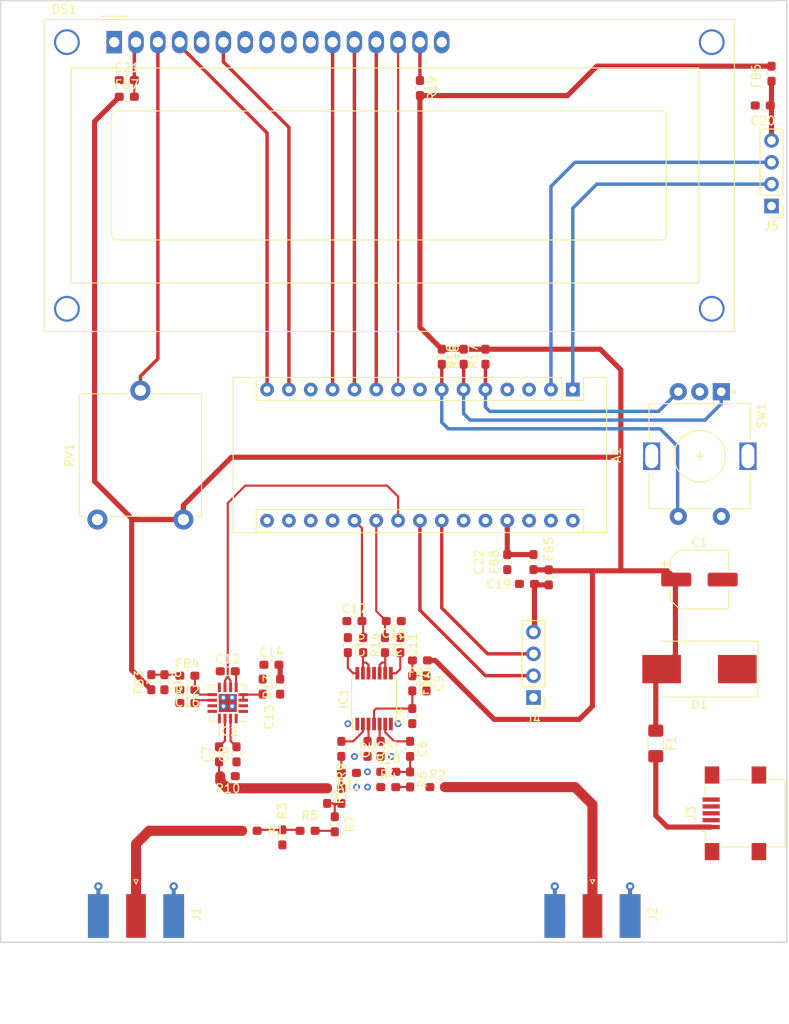
<source format=kicad_pcb>
(kicad_pcb (version 20171130) (host pcbnew 5.0.2+dfsg1-1~bpo9+1)

  (general
    (thickness 0.8)
    (drawings 6)
    (tracks 232)
    (zones 0)
    (modules 63)
    (nets 70)
  )

  (page A4)
  (layers
    (0 F.Cu signal)
    (31 B.Cu signal)
    (33 F.Adhes user)
    (35 F.Paste user)
    (37 F.SilkS user)
    (39 F.Mask user hide)
    (40 Dwgs.User user hide)
    (41 Cmts.User user hide)
    (42 Eco1.User user hide)
    (43 Eco2.User user hide)
    (44 Edge.Cuts user)
    (45 Margin user hide)
    (46 B.CrtYd user hide)
    (47 F.CrtYd user hide)
    (49 F.Fab user hide)
  )

  (setup
    (last_trace_width 0.25)
    (trace_clearance 0.2)
    (zone_clearance 0.508)
    (zone_45_only no)
    (trace_min 0.2)
    (segment_width 0.2)
    (edge_width 0.15)
    (via_size 0.8)
    (via_drill 0.4)
    (via_min_size 0.4)
    (via_min_drill 0.3)
    (uvia_size 0.3)
    (uvia_drill 0.1)
    (uvias_allowed no)
    (uvia_min_size 0.2)
    (uvia_min_drill 0.1)
    (pcb_text_width 0.3)
    (pcb_text_size 1.5 1.5)
    (mod_edge_width 0.15)
    (mod_text_size 1 1)
    (mod_text_width 0.15)
    (pad_size 1.524 1.524)
    (pad_drill 0.762)
    (pad_to_mask_clearance 0.051)
    (solder_mask_min_width 0.25)
    (aux_axis_origin 0 0)
    (visible_elements FFFFFF7F)
    (pcbplotparams
      (layerselection 0x010fc_ffffffff)
      (usegerberextensions false)
      (usegerberattributes false)
      (usegerberadvancedattributes false)
      (creategerberjobfile false)
      (excludeedgelayer true)
      (linewidth 0.100000)
      (plotframeref false)
      (viasonmask false)
      (mode 1)
      (useauxorigin false)
      (hpglpennumber 1)
      (hpglpenspeed 20)
      (hpglpendiameter 15.000000)
      (psnegative false)
      (psa4output false)
      (plotreference true)
      (plotvalue true)
      (plotinvisibletext false)
      (padsonsilk false)
      (subtractmaskfromsilk false)
      (outputformat 1)
      (mirror false)
      (drillshape 1)
      (scaleselection 1)
      (outputdirectory ""))
  )

  (net 0 "")
  (net 1 "Net-(A1-Pad1)")
  (net 2 "Net-(A1-Pad17)")
  (net 3 "Net-(A1-Pad2)")
  (net 4 "Net-(A1-Pad18)")
  (net 5 "Net-(A1-Pad3)")
  (net 6 "Net-(A1-Pad19)")
  (net 7 GND)
  (net 8 "Net-(A1-Pad20)")
  (net 9 "Net-(A1-Pad5)")
  (net 10 "Net-(A1-Pad21)")
  (net 11 "Net-(A1-Pad6)")
  (net 12 "Net-(A1-Pad22)")
  (net 13 "Net-(A1-Pad7)")
  (net 14 "Net-(A1-Pad23)")
  (net 15 "Net-(A1-Pad8)")
  (net 16 "Net-(A1-Pad24)")
  (net 17 "Net-(A1-Pad9)")
  (net 18 "Net-(A1-Pad25)")
  (net 19 "Net-(A1-Pad10)")
  (net 20 "Net-(A1-Pad26)")
  (net 21 "Net-(A1-Pad11)")
  (net 22 VCC)
  (net 23 "Net-(A1-Pad12)")
  (net 24 "Net-(A1-Pad28)")
  (net 25 "Net-(A1-Pad13)")
  (net 26 "Net-(A1-Pad14)")
  (net 27 "Net-(A1-Pad30)")
  (net 28 "Net-(A1-Pad15)")
  (net 29 "Net-(A1-Pad16)")
  (net 30 "Net-(C2-Pad1)")
  (net 31 "Net-(C2-Pad2)")
  (net 32 "Net-(C3-Pad1)")
  (net 33 "Net-(C4-Pad2)")
  (net 34 "Net-(C5-Pad1)")
  (net 35 "Net-(C6-Pad2)")
  (net 36 "Net-(C6-Pad1)")
  (net 37 "Net-(C7-Pad2)")
  (net 38 "Net-(C7-Pad1)")
  (net 39 "Net-(C8-Pad2)")
  (net 40 "Net-(C9-Pad1)")
  (net 41 "Net-(C10-Pad2)")
  (net 42 "Net-(C11-Pad2)")
  (net 43 "Net-(C12-Pad2)")
  (net 44 "Net-(C13-Pad2)")
  (net 45 "Net-(C16-Pad1)")
  (net 46 "Net-(C18-Pad1)")
  (net 47 "Net-(C19-Pad1)")
  (net 48 "Net-(C20-Pad1)")
  (net 49 "Net-(C21-Pad2)")
  (net 50 "Net-(DS1-Pad3)")
  (net 51 "Net-(DS1-Pad7)")
  (net 52 "Net-(DS1-Pad8)")
  (net 53 "Net-(DS1-Pad9)")
  (net 54 "Net-(DS1-Pad10)")
  (net 55 "Net-(DS1-Pad15)")
  (net 56 "Net-(F1-Pad2)")
  (net 57 "Net-(IC1-Pad10)")
  (net 58 "Net-(IC1-Pad12)")
  (net 59 "Net-(IC2-Pad10)")
  (net 60 "Net-(IC2-Pad13)")
  (net 61 "Net-(J1-Pad1)")
  (net 62 "Net-(J2-Pad1)")
  (net 63 "Net-(J3-Pad2)")
  (net 64 "Net-(J3-Pad4)")
  (net 65 "Net-(R1-Pad1)")
  (net 66 "Net-(R2-Pad1)")
  (net 67 "Net-(R5-Pad1)")
  (net 68 "Net-(R7-Pad2)")
  (net 69 "Net-(A1-Pad27)")

  (net_class Default "Dies ist die voreingestellte Netzklasse."
    (clearance 0.2)
    (trace_width 0.25)
    (via_dia 0.8)
    (via_drill 0.4)
    (uvia_dia 0.3)
    (uvia_drill 0.1)
    (add_net "Net-(A1-Pad13)")
    (add_net "Net-(A1-Pad16)")
    (add_net "Net-(A1-Pad17)")
    (add_net "Net-(A1-Pad18)")
    (add_net "Net-(A1-Pad19)")
    (add_net "Net-(A1-Pad20)")
    (add_net "Net-(A1-Pad21)")
    (add_net "Net-(A1-Pad22)")
    (add_net "Net-(A1-Pad25)")
    (add_net "Net-(A1-Pad26)")
    (add_net "Net-(A1-Pad28)")
    (add_net "Net-(A1-Pad3)")
    (add_net "Net-(A1-Pad30)")
    (add_net "Net-(A1-Pad8)")
    (add_net "Net-(A1-Pad9)")
    (add_net "Net-(C10-Pad2)")
    (add_net "Net-(C11-Pad2)")
    (add_net "Net-(C12-Pad2)")
    (add_net "Net-(C13-Pad2)")
    (add_net "Net-(C16-Pad1)")
    (add_net "Net-(C18-Pad1)")
    (add_net "Net-(C2-Pad1)")
    (add_net "Net-(C2-Pad2)")
    (add_net "Net-(C3-Pad1)")
    (add_net "Net-(C4-Pad2)")
    (add_net "Net-(C5-Pad1)")
    (add_net "Net-(C6-Pad1)")
    (add_net "Net-(C6-Pad2)")
    (add_net "Net-(C7-Pad2)")
    (add_net "Net-(C8-Pad2)")
    (add_net "Net-(C9-Pad1)")
    (add_net "Net-(DS1-Pad10)")
    (add_net "Net-(DS1-Pad7)")
    (add_net "Net-(DS1-Pad8)")
    (add_net "Net-(DS1-Pad9)")
    (add_net "Net-(IC1-Pad10)")
    (add_net "Net-(IC1-Pad12)")
    (add_net "Net-(IC2-Pad10)")
    (add_net "Net-(IC2-Pad13)")
    (add_net "Net-(J3-Pad2)")
    (add_net "Net-(J3-Pad4)")
    (add_net "Net-(R1-Pad1)")
    (add_net "Net-(R2-Pad1)")
    (add_net "Net-(R5-Pad1)")
    (add_net "Net-(R7-Pad2)")
  )

  (net_class HF ""
    (clearance 0.3)
    (trace_width 1.18)
    (via_dia 1.18)
    (via_drill 0.4)
    (uvia_dia 0.3)
    (uvia_drill 0.1)
    (add_net "Net-(C7-Pad1)")
    (add_net "Net-(J1-Pad1)")
    (add_net "Net-(J2-Pad1)")
  )

  (net_class THT ""
    (clearance 0.2)
    (trace_width 0.4)
    (via_dia 0.8)
    (via_drill 0.4)
    (uvia_dia 0.3)
    (uvia_drill 0.1)
    (add_net "Net-(A1-Pad1)")
    (add_net "Net-(A1-Pad10)")
    (add_net "Net-(A1-Pad11)")
    (add_net "Net-(A1-Pad12)")
    (add_net "Net-(A1-Pad14)")
    (add_net "Net-(A1-Pad15)")
    (add_net "Net-(A1-Pad2)")
    (add_net "Net-(A1-Pad23)")
    (add_net "Net-(A1-Pad24)")
    (add_net "Net-(A1-Pad5)")
    (add_net "Net-(A1-Pad6)")
    (add_net "Net-(A1-Pad7)")
    (add_net "Net-(C21-Pad2)")
    (add_net "Net-(DS1-Pad15)")
    (add_net "Net-(DS1-Pad3)")
  )

  (net_class VCC ""
    (clearance 0.2)
    (trace_width 0.6)
    (via_dia 0.8)
    (via_drill 0.4)
    (uvia_dia 0.3)
    (uvia_drill 0.1)
    (add_net GND)
    (add_net "Net-(A1-Pad27)")
    (add_net "Net-(C19-Pad1)")
    (add_net "Net-(C20-Pad1)")
    (add_net "Net-(F1-Pad2)")
    (add_net VCC)
  )

  (module Module:Arduino_Nano (layer F.Cu) (tedit 58ACAF70) (tstamp 5C4FFBD9)
    (at 168.148 60.706 270)
    (descr "Arduino Nano, http://www.mouser.com/pdfdocs/Gravitech_Arduino_Nano3_0.pdf")
    (tags "Arduino Nano")
    (path /5BE671C6)
    (fp_text reference A1 (at 7.62 -5.08 270) (layer F.SilkS)
      (effects (font (size 1 1) (thickness 0.15)))
    )
    (fp_text value Arduino_Nano_v3.x (at 8.89 19.05) (layer F.Fab)
      (effects (font (size 1 1) (thickness 0.15)))
    )
    (fp_text user %R (at 6.35 19.05) (layer F.Fab)
      (effects (font (size 1 1) (thickness 0.15)))
    )
    (fp_line (start 1.27 1.27) (end 1.27 -1.27) (layer F.SilkS) (width 0.12))
    (fp_line (start 1.27 -1.27) (end -1.4 -1.27) (layer F.SilkS) (width 0.12))
    (fp_line (start -1.4 1.27) (end -1.4 39.5) (layer F.SilkS) (width 0.12))
    (fp_line (start -1.4 -3.94) (end -1.4 -1.27) (layer F.SilkS) (width 0.12))
    (fp_line (start 13.97 -1.27) (end 16.64 -1.27) (layer F.SilkS) (width 0.12))
    (fp_line (start 13.97 -1.27) (end 13.97 36.83) (layer F.SilkS) (width 0.12))
    (fp_line (start 13.97 36.83) (end 16.64 36.83) (layer F.SilkS) (width 0.12))
    (fp_line (start 1.27 1.27) (end -1.4 1.27) (layer F.SilkS) (width 0.12))
    (fp_line (start 1.27 1.27) (end 1.27 36.83) (layer F.SilkS) (width 0.12))
    (fp_line (start 1.27 36.83) (end -1.4 36.83) (layer F.SilkS) (width 0.12))
    (fp_line (start 3.81 31.75) (end 11.43 31.75) (layer F.Fab) (width 0.1))
    (fp_line (start 11.43 31.75) (end 11.43 41.91) (layer F.Fab) (width 0.1))
    (fp_line (start 11.43 41.91) (end 3.81 41.91) (layer F.Fab) (width 0.1))
    (fp_line (start 3.81 41.91) (end 3.81 31.75) (layer F.Fab) (width 0.1))
    (fp_line (start -1.4 39.5) (end 16.64 39.5) (layer F.SilkS) (width 0.12))
    (fp_line (start 16.64 39.5) (end 16.64 -3.94) (layer F.SilkS) (width 0.12))
    (fp_line (start 16.64 -3.94) (end -1.4 -3.94) (layer F.SilkS) (width 0.12))
    (fp_line (start 16.51 39.37) (end -1.27 39.37) (layer F.Fab) (width 0.1))
    (fp_line (start -1.27 39.37) (end -1.27 -2.54) (layer F.Fab) (width 0.1))
    (fp_line (start -1.27 -2.54) (end 0 -3.81) (layer F.Fab) (width 0.1))
    (fp_line (start 0 -3.81) (end 16.51 -3.81) (layer F.Fab) (width 0.1))
    (fp_line (start 16.51 -3.81) (end 16.51 39.37) (layer F.Fab) (width 0.1))
    (fp_line (start -1.53 -4.06) (end 16.75 -4.06) (layer F.CrtYd) (width 0.05))
    (fp_line (start -1.53 -4.06) (end -1.53 42.16) (layer F.CrtYd) (width 0.05))
    (fp_line (start 16.75 42.16) (end 16.75 -4.06) (layer F.CrtYd) (width 0.05))
    (fp_line (start 16.75 42.16) (end -1.53 42.16) (layer F.CrtYd) (width 0.05))
    (pad 1 thru_hole rect (at 0 0 270) (size 1.6 1.6) (drill 0.8) (layers *.Cu *.Mask)
      (net 1 "Net-(A1-Pad1)"))
    (pad 17 thru_hole oval (at 15.24 33.02 270) (size 1.6 1.6) (drill 0.8) (layers *.Cu *.Mask)
      (net 2 "Net-(A1-Pad17)"))
    (pad 2 thru_hole oval (at 0 2.54 270) (size 1.6 1.6) (drill 0.8) (layers *.Cu *.Mask)
      (net 3 "Net-(A1-Pad2)"))
    (pad 18 thru_hole oval (at 15.24 30.48 270) (size 1.6 1.6) (drill 0.8) (layers *.Cu *.Mask)
      (net 4 "Net-(A1-Pad18)"))
    (pad 3 thru_hole oval (at 0 5.08 270) (size 1.6 1.6) (drill 0.8) (layers *.Cu *.Mask)
      (net 5 "Net-(A1-Pad3)"))
    (pad 19 thru_hole oval (at 15.24 27.94 270) (size 1.6 1.6) (drill 0.8) (layers *.Cu *.Mask)
      (net 6 "Net-(A1-Pad19)"))
    (pad 4 thru_hole oval (at 0 7.62 270) (size 1.6 1.6) (drill 0.8) (layers *.Cu *.Mask)
      (net 7 GND))
    (pad 20 thru_hole oval (at 15.24 25.4 270) (size 1.6 1.6) (drill 0.8) (layers *.Cu *.Mask)
      (net 8 "Net-(A1-Pad20)"))
    (pad 5 thru_hole oval (at 0 10.16 270) (size 1.6 1.6) (drill 0.8) (layers *.Cu *.Mask)
      (net 9 "Net-(A1-Pad5)"))
    (pad 21 thru_hole oval (at 15.24 22.86 270) (size 1.6 1.6) (drill 0.8) (layers *.Cu *.Mask)
      (net 10 "Net-(A1-Pad21)"))
    (pad 6 thru_hole oval (at 0 12.7 270) (size 1.6 1.6) (drill 0.8) (layers *.Cu *.Mask)
      (net 11 "Net-(A1-Pad6)"))
    (pad 22 thru_hole oval (at 15.24 20.32 270) (size 1.6 1.6) (drill 0.8) (layers *.Cu *.Mask)
      (net 12 "Net-(A1-Pad22)"))
    (pad 7 thru_hole oval (at 0 15.24 270) (size 1.6 1.6) (drill 0.8) (layers *.Cu *.Mask)
      (net 13 "Net-(A1-Pad7)"))
    (pad 23 thru_hole oval (at 15.24 17.78 270) (size 1.6 1.6) (drill 0.8) (layers *.Cu *.Mask)
      (net 14 "Net-(A1-Pad23)"))
    (pad 8 thru_hole oval (at 0 17.78 270) (size 1.6 1.6) (drill 0.8) (layers *.Cu *.Mask)
      (net 15 "Net-(A1-Pad8)"))
    (pad 24 thru_hole oval (at 15.24 15.24 270) (size 1.6 1.6) (drill 0.8) (layers *.Cu *.Mask)
      (net 16 "Net-(A1-Pad24)"))
    (pad 9 thru_hole oval (at 0 20.32 270) (size 1.6 1.6) (drill 0.8) (layers *.Cu *.Mask)
      (net 17 "Net-(A1-Pad9)"))
    (pad 25 thru_hole oval (at 15.24 12.7 270) (size 1.6 1.6) (drill 0.8) (layers *.Cu *.Mask)
      (net 18 "Net-(A1-Pad25)"))
    (pad 10 thru_hole oval (at 0 22.86 270) (size 1.6 1.6) (drill 0.8) (layers *.Cu *.Mask)
      (net 19 "Net-(A1-Pad10)"))
    (pad 26 thru_hole oval (at 15.24 10.16 270) (size 1.6 1.6) (drill 0.8) (layers *.Cu *.Mask)
      (net 20 "Net-(A1-Pad26)"))
    (pad 11 thru_hole oval (at 0 25.4 270) (size 1.6 1.6) (drill 0.8) (layers *.Cu *.Mask)
      (net 21 "Net-(A1-Pad11)"))
    (pad 27 thru_hole oval (at 15.24 7.62 270) (size 1.6 1.6) (drill 0.8) (layers *.Cu *.Mask)
      (net 69 "Net-(A1-Pad27)"))
    (pad 12 thru_hole oval (at 0 27.94 270) (size 1.6 1.6) (drill 0.8) (layers *.Cu *.Mask)
      (net 23 "Net-(A1-Pad12)"))
    (pad 28 thru_hole oval (at 15.24 5.08 270) (size 1.6 1.6) (drill 0.8) (layers *.Cu *.Mask)
      (net 24 "Net-(A1-Pad28)"))
    (pad 13 thru_hole oval (at 0 30.48 270) (size 1.6 1.6) (drill 0.8) (layers *.Cu *.Mask)
      (net 25 "Net-(A1-Pad13)"))
    (pad 29 thru_hole oval (at 15.24 2.54 270) (size 1.6 1.6) (drill 0.8) (layers *.Cu *.Mask)
      (net 7 GND))
    (pad 14 thru_hole oval (at 0 33.02 270) (size 1.6 1.6) (drill 0.8) (layers *.Cu *.Mask)
      (net 26 "Net-(A1-Pad14)"))
    (pad 30 thru_hole oval (at 15.24 0 270) (size 1.6 1.6) (drill 0.8) (layers *.Cu *.Mask)
      (net 27 "Net-(A1-Pad30)"))
    (pad 15 thru_hole oval (at 0 35.56 270) (size 1.6 1.6) (drill 0.8) (layers *.Cu *.Mask)
      (net 28 "Net-(A1-Pad15)"))
    (pad 16 thru_hole oval (at 15.24 35.56 270) (size 1.6 1.6) (drill 0.8) (layers *.Cu *.Mask)
      (net 29 "Net-(A1-Pad16)"))
    (model ${KISYS3DMOD}/Module.3dshapes/Arduino_Nano_WithMountingHoles.wrl
      (at (xyz 0 0 0))
      (scale (xyz 1 1 1))
      (rotate (xyz 0 0 0))
    )
  )

  (module Display:WC1602A (layer F.Cu) (tedit 5A02FE80) (tstamp 5C4FFDA3)
    (at 114.808 20.32)
    (descr "LCD 16x2 http://www.wincomlcd.com/pdf/WC1602A-SFYLYHTC06.pdf")
    (tags "LCD 16x2 Alphanumeric 16pin")
    (path /5C048041)
    (fp_text reference DS1 (at -5.82 -3.81) (layer F.SilkS)
      (effects (font (size 1 1) (thickness 0.15)))
    )
    (fp_text value WC1602A (at -4.31 34.66) (layer F.Fab)
      (effects (font (size 1 1) (thickness 0.15)))
    )
    (fp_line (start -8.14 33.64) (end 72.14 33.64) (layer F.SilkS) (width 0.12))
    (fp_line (start 72.14 33.64) (end 72.14 -2.64) (layer F.SilkS) (width 0.12))
    (fp_line (start 72.14 -2.64) (end -7.34 -2.64) (layer F.SilkS) (width 0.12))
    (fp_line (start -8.14 -2.64) (end -8.14 33.64) (layer F.SilkS) (width 0.12))
    (fp_line (start -8.13 -2.64) (end -7.34 -2.64) (layer F.SilkS) (width 0.12))
    (fp_line (start -8.25 -2.75) (end -8.25 33.75) (layer F.CrtYd) (width 0.05))
    (fp_line (start -8.25 33.75) (end 72.25 33.75) (layer F.CrtYd) (width 0.05))
    (fp_line (start 72.25 -2.75) (end 72.25 33.75) (layer F.CrtYd) (width 0.05))
    (fp_line (start -1.5 -3) (end 1.5 -3) (layer F.SilkS) (width 0.12))
    (fp_line (start -8.25 -2.75) (end 72.25 -2.75) (layer F.CrtYd) (width 0.05))
    (fp_line (start 1 -2.5) (end 0 -1.5) (layer F.Fab) (width 0.1))
    (fp_line (start 0 -1.5) (end -1 -2.5) (layer F.Fab) (width 0.1))
    (fp_line (start -1 -2.5) (end -8 -2.5) (layer F.Fab) (width 0.1))
    (fp_text user %R (at 30.37 14.74) (layer F.Fab)
      (effects (font (size 1 1) (thickness 0.1)))
    )
    (fp_line (start 0.2 8) (end 63.7 8) (layer F.SilkS) (width 0.12))
    (fp_line (start -0.29972 22.49932) (end -0.29972 8.5) (layer F.SilkS) (width 0.12))
    (fp_line (start 63.70066 23) (end 0.2 23) (layer F.SilkS) (width 0.12))
    (fp_line (start 64.2 8.5) (end 64.2 22.5) (layer F.SilkS) (width 0.12))
    (fp_arc (start 63.7 8.5) (end 63.7 8) (angle 90) (layer F.SilkS) (width 0.12))
    (fp_arc (start 63.70066 22.49932) (end 64.20104 22.49932) (angle 90) (layer F.SilkS) (width 0.12))
    (fp_arc (start 0.20066 22.49932) (end 0.20066 22.9997) (angle 90) (layer F.SilkS) (width 0.12))
    (fp_arc (start 0.20066 8.49884) (end -0.29972 8.49884) (angle 90) (layer F.SilkS) (width 0.12))
    (fp_line (start -5 3) (end 68 3) (layer F.SilkS) (width 0.12))
    (fp_line (start 68 3) (end 68 28) (layer F.SilkS) (width 0.12))
    (fp_line (start 68 28) (end -5 28) (layer F.SilkS) (width 0.12))
    (fp_line (start -5 28) (end -5 3) (layer F.SilkS) (width 0.12))
    (fp_line (start 1 -2.5) (end 72 -2.5) (layer F.Fab) (width 0.1))
    (fp_line (start 72 -2.5) (end 72 33.5) (layer F.Fab) (width 0.1))
    (fp_line (start 72 33.5) (end -8 33.5) (layer F.Fab) (width 0.1))
    (fp_line (start -8 33.5) (end -8 -2.5) (layer F.Fab) (width 0.1))
    (pad 1 thru_hole rect (at 0 0) (size 1.8 2.6) (drill 1.2) (layers *.Cu *.Mask)
      (net 7 GND))
    (pad 2 thru_hole oval (at 2.54 0) (size 1.8 2.6) (drill 1.2) (layers *.Cu *.Mask)
      (net 49 "Net-(C21-Pad2)"))
    (pad 3 thru_hole oval (at 5.08 0) (size 1.8 2.6) (drill 1.2) (layers *.Cu *.Mask)
      (net 50 "Net-(DS1-Pad3)"))
    (pad 4 thru_hole oval (at 7.62 0) (size 1.8 2.6) (drill 1.2) (layers *.Cu *.Mask)
      (net 28 "Net-(A1-Pad15)"))
    (pad 5 thru_hole oval (at 10.16 0) (size 1.8 2.6) (drill 1.2) (layers *.Cu *.Mask)
      (net 7 GND))
    (pad 6 thru_hole oval (at 12.7 0) (size 1.8 2.6) (drill 1.2) (layers *.Cu *.Mask)
      (net 26 "Net-(A1-Pad14)"))
    (pad 7 thru_hole oval (at 15.24 0) (size 1.8 2.6) (drill 1.2) (layers *.Cu *.Mask)
      (net 51 "Net-(DS1-Pad7)"))
    (pad 8 thru_hole oval (at 17.78 0) (size 1.8 2.6) (drill 1.2) (layers *.Cu *.Mask)
      (net 52 "Net-(DS1-Pad8)"))
    (pad 9 thru_hole oval (at 20.32 0) (size 1.8 2.6) (drill 1.2) (layers *.Cu *.Mask)
      (net 53 "Net-(DS1-Pad9)"))
    (pad 10 thru_hole oval (at 22.86 0) (size 1.8 2.6) (drill 1.2) (layers *.Cu *.Mask)
      (net 54 "Net-(DS1-Pad10)"))
    (pad 11 thru_hole oval (at 25.4 0) (size 1.8 2.6) (drill 1.2) (layers *.Cu *.Mask)
      (net 23 "Net-(A1-Pad12)"))
    (pad 12 thru_hole oval (at 27.94 0) (size 1.8 2.6) (drill 1.2) (layers *.Cu *.Mask)
      (net 21 "Net-(A1-Pad11)"))
    (pad 13 thru_hole oval (at 30.48 0) (size 1.8 2.6) (drill 1.2) (layers *.Cu *.Mask)
      (net 19 "Net-(A1-Pad10)"))
    (pad 14 thru_hole oval (at 33.02 0) (size 1.8 2.6) (drill 1.2) (layers *.Cu *.Mask)
      (net 17 "Net-(A1-Pad9)"))
    (pad 15 thru_hole oval (at 35.56 0) (size 1.8 2.6) (drill 1.2) (layers *.Cu *.Mask)
      (net 55 "Net-(DS1-Pad15)"))
    (pad 16 thru_hole oval (at 38.1 0) (size 1.8 2.6) (drill 1.2) (layers *.Cu *.Mask)
      (net 7 GND))
    (pad "" thru_hole circle (at -5.4991 0) (size 3 3) (drill 2.5) (layers *.Cu *.Mask))
    (pad "" thru_hole circle (at -5.4991 31.0007) (size 3 3) (drill 2.5) (layers *.Cu *.Mask))
    (pad "" thru_hole circle (at 69.49948 31.0007) (size 3 3) (drill 2.5) (layers *.Cu *.Mask))
    (pad "" thru_hole circle (at 69.5 0) (size 3 3) (drill 2.5) (layers *.Cu *.Mask))
    (model ${KISYS3DMOD}/Display.3dshapes/WC1602A.wrl
      (at (xyz 0 0 0))
      (scale (xyz 1 1 1))
      (rotate (xyz 0 0 0))
    )
  )

  (module Inductor_SMD:L_0603_1608Metric_Pad1.05x0.95mm_HandSolder (layer F.Cu) (tedit 5B301BBE) (tstamp 5C467AC3)
    (at 163.576 80.772 90)
    (descr "Capacitor SMD 0603 (1608 Metric), square (rectangular) end terminal, IPC_7351 nominal with elongated pad for handsoldering. (Body size source: http://www.tortai-tech.com/upload/download/2011102023233369053.pdf), generated with kicad-footprint-generator")
    (tags "inductor handsolder")
    (path /5C47CC8C)
    (attr smd)
    (fp_text reference FB8 (at 0 -4.572 90) (layer F.SilkS)
      (effects (font (size 1 1) (thickness 0.15)))
    )
    (fp_text value Ferrite_Bead_Small (at 0 1.43 90) (layer F.Fab)
      (effects (font (size 1 1) (thickness 0.15)))
    )
    (fp_line (start -0.8 0.4) (end -0.8 -0.4) (layer F.Fab) (width 0.1))
    (fp_line (start -0.8 -0.4) (end 0.8 -0.4) (layer F.Fab) (width 0.1))
    (fp_line (start 0.8 -0.4) (end 0.8 0.4) (layer F.Fab) (width 0.1))
    (fp_line (start 0.8 0.4) (end -0.8 0.4) (layer F.Fab) (width 0.1))
    (fp_line (start -0.171267 -0.51) (end 0.171267 -0.51) (layer F.SilkS) (width 0.12))
    (fp_line (start -0.171267 0.51) (end 0.171267 0.51) (layer F.SilkS) (width 0.12))
    (fp_line (start -1.65 0.73) (end -1.65 -0.73) (layer F.CrtYd) (width 0.05))
    (fp_line (start -1.65 -0.73) (end 1.65 -0.73) (layer F.CrtYd) (width 0.05))
    (fp_line (start 1.65 -0.73) (end 1.65 0.73) (layer F.CrtYd) (width 0.05))
    (fp_line (start 1.65 0.73) (end -1.65 0.73) (layer F.CrtYd) (width 0.05))
    (fp_text user %R (at 0 0 90) (layer F.Fab)
      (effects (font (size 0.4 0.4) (thickness 0.06)))
    )
    (pad 1 smd roundrect (at -0.875 0 90) (size 1.05 0.95) (layers F.Cu F.Paste F.Mask) (roundrect_rratio 0.25)
      (net 22 VCC))
    (pad 2 smd roundrect (at 0.875 0 90) (size 1.05 0.95) (layers F.Cu F.Paste F.Mask) (roundrect_rratio 0.25)
      (net 69 "Net-(A1-Pad27)"))
    (model ${KISYS3DMOD}/Inductor_SMD.3dshapes/L_0603_1608Metric.wrl
      (at (xyz 0 0 0))
      (scale (xyz 1 1 1))
      (rotate (xyz 0 0 0))
    )
  )

  (module Capacitor_SMD:C_0603_1608Metric_Pad1.05x0.95mm_HandSolder (layer F.Cu) (tedit 5B301BBE) (tstamp 5C467AB2)
    (at 160.528 80.772 270)
    (descr "Capacitor SMD 0603 (1608 Metric), square (rectangular) end terminal, IPC_7351 nominal with elongated pad for handsoldering. (Body size source: http://www.tortai-tech.com/upload/download/2011102023233369053.pdf), generated with kicad-footprint-generator")
    (tags "capacitor handsolder")
    (path /5C47CD2E)
    (attr smd)
    (fp_text reference C22 (at 0 3.302 270) (layer F.SilkS)
      (effects (font (size 1 1) (thickness 0.15)))
    )
    (fp_text value C_Small (at 0 1.43 270) (layer F.Fab)
      (effects (font (size 1 1) (thickness 0.15)))
    )
    (fp_line (start -0.8 0.4) (end -0.8 -0.4) (layer F.Fab) (width 0.1))
    (fp_line (start -0.8 -0.4) (end 0.8 -0.4) (layer F.Fab) (width 0.1))
    (fp_line (start 0.8 -0.4) (end 0.8 0.4) (layer F.Fab) (width 0.1))
    (fp_line (start 0.8 0.4) (end -0.8 0.4) (layer F.Fab) (width 0.1))
    (fp_line (start -0.171267 -0.51) (end 0.171267 -0.51) (layer F.SilkS) (width 0.12))
    (fp_line (start -0.171267 0.51) (end 0.171267 0.51) (layer F.SilkS) (width 0.12))
    (fp_line (start -1.65 0.73) (end -1.65 -0.73) (layer F.CrtYd) (width 0.05))
    (fp_line (start -1.65 -0.73) (end 1.65 -0.73) (layer F.CrtYd) (width 0.05))
    (fp_line (start 1.65 -0.73) (end 1.65 0.73) (layer F.CrtYd) (width 0.05))
    (fp_line (start 1.65 0.73) (end -1.65 0.73) (layer F.CrtYd) (width 0.05))
    (fp_text user %R (at 0 0 270) (layer F.Fab)
      (effects (font (size 0.4 0.4) (thickness 0.06)))
    )
    (pad 1 smd roundrect (at -0.875 0 270) (size 1.05 0.95) (layers F.Cu F.Paste F.Mask) (roundrect_rratio 0.25)
      (net 69 "Net-(A1-Pad27)"))
    (pad 2 smd roundrect (at 0.875 0 270) (size 1.05 0.95) (layers F.Cu F.Paste F.Mask) (roundrect_rratio 0.25)
      (net 7 GND))
    (model ${KISYS3DMOD}/Capacitor_SMD.3dshapes/C_0603_1608Metric.wrl
      (at (xyz 0 0 0))
      (scale (xyz 1 1 1))
      (rotate (xyz 0 0 0))
    )
  )

  (module Capacitor_SMD:CP_Elec_6.3x7.7 (layer F.Cu) (tedit 5BCA39D0) (tstamp 5C46A801)
    (at 182.88 82.804)
    (descr "SMD capacitor, aluminum electrolytic, Nichicon, 6.3x7.7mm")
    (tags "capacitor electrolytic")
    (path /5C1345C7)
    (attr smd)
    (fp_text reference C1 (at 0 -4.35) (layer F.SilkS)
      (effects (font (size 1 1) (thickness 0.15)))
    )
    (fp_text value CP1_Small (at 0 4.35) (layer F.Fab)
      (effects (font (size 1 1) (thickness 0.15)))
    )
    (fp_circle (center 0 0) (end 3.15 0) (layer F.Fab) (width 0.1))
    (fp_line (start 3.3 -3.3) (end 3.3 3.3) (layer F.Fab) (width 0.1))
    (fp_line (start -2.3 -3.3) (end 3.3 -3.3) (layer F.Fab) (width 0.1))
    (fp_line (start -2.3 3.3) (end 3.3 3.3) (layer F.Fab) (width 0.1))
    (fp_line (start -3.3 -2.3) (end -3.3 2.3) (layer F.Fab) (width 0.1))
    (fp_line (start -3.3 -2.3) (end -2.3 -3.3) (layer F.Fab) (width 0.1))
    (fp_line (start -3.3 2.3) (end -2.3 3.3) (layer F.Fab) (width 0.1))
    (fp_line (start -2.704838 -1.33) (end -2.074838 -1.33) (layer F.Fab) (width 0.1))
    (fp_line (start -2.389838 -1.645) (end -2.389838 -1.015) (layer F.Fab) (width 0.1))
    (fp_line (start 3.41 3.41) (end 3.41 1.06) (layer F.SilkS) (width 0.12))
    (fp_line (start 3.41 -3.41) (end 3.41 -1.06) (layer F.SilkS) (width 0.12))
    (fp_line (start -2.345563 -3.41) (end 3.41 -3.41) (layer F.SilkS) (width 0.12))
    (fp_line (start -2.345563 3.41) (end 3.41 3.41) (layer F.SilkS) (width 0.12))
    (fp_line (start -3.41 2.345563) (end -3.41 1.06) (layer F.SilkS) (width 0.12))
    (fp_line (start -3.41 -2.345563) (end -3.41 -1.06) (layer F.SilkS) (width 0.12))
    (fp_line (start -3.41 -2.345563) (end -2.345563 -3.41) (layer F.SilkS) (width 0.12))
    (fp_line (start -3.41 2.345563) (end -2.345563 3.41) (layer F.SilkS) (width 0.12))
    (fp_line (start -4.4375 -1.8475) (end -3.65 -1.8475) (layer F.SilkS) (width 0.12))
    (fp_line (start -4.04375 -2.24125) (end -4.04375 -1.45375) (layer F.SilkS) (width 0.12))
    (fp_line (start 3.55 -3.55) (end 3.55 -1.05) (layer F.CrtYd) (width 0.05))
    (fp_line (start 3.55 -1.05) (end 4.7 -1.05) (layer F.CrtYd) (width 0.05))
    (fp_line (start 4.7 -1.05) (end 4.7 1.05) (layer F.CrtYd) (width 0.05))
    (fp_line (start 4.7 1.05) (end 3.55 1.05) (layer F.CrtYd) (width 0.05))
    (fp_line (start 3.55 1.05) (end 3.55 3.55) (layer F.CrtYd) (width 0.05))
    (fp_line (start -2.4 3.55) (end 3.55 3.55) (layer F.CrtYd) (width 0.05))
    (fp_line (start -2.4 -3.55) (end 3.55 -3.55) (layer F.CrtYd) (width 0.05))
    (fp_line (start -3.55 2.4) (end -2.4 3.55) (layer F.CrtYd) (width 0.05))
    (fp_line (start -3.55 -2.4) (end -2.4 -3.55) (layer F.CrtYd) (width 0.05))
    (fp_line (start -3.55 -2.4) (end -3.55 -1.05) (layer F.CrtYd) (width 0.05))
    (fp_line (start -3.55 1.05) (end -3.55 2.4) (layer F.CrtYd) (width 0.05))
    (fp_line (start -3.55 -1.05) (end -4.7 -1.05) (layer F.CrtYd) (width 0.05))
    (fp_line (start -4.7 -1.05) (end -4.7 1.05) (layer F.CrtYd) (width 0.05))
    (fp_line (start -4.7 1.05) (end -3.55 1.05) (layer F.CrtYd) (width 0.05))
    (fp_text user %R (at 0 0) (layer F.Fab)
      (effects (font (size 1 1) (thickness 0.15)))
    )
    (pad 1 smd roundrect (at -2.7 0) (size 3.5 1.6) (layers F.Cu F.Paste F.Mask) (roundrect_rratio 0.15625)
      (net 22 VCC))
    (pad 2 smd roundrect (at 2.7 0) (size 3.5 1.6) (layers F.Cu F.Paste F.Mask) (roundrect_rratio 0.15625)
      (net 7 GND))
    (model ${KISYS3DMOD}/Capacitor_SMD.3dshapes/CP_Elec_6.3x7.7.wrl
      (at (xyz 0 0 0))
      (scale (xyz 1 1 1))
      (rotate (xyz 0 0 0))
    )
  )

  (module Capacitor_SMD:C_0603_1608Metric_Pad1.05x0.95mm_HandSolder (layer F.Cu) (tedit 5B301BBE) (tstamp 5C4FFC12)
    (at 141.224 102.489 270)
    (descr "Capacitor SMD 0603 (1608 Metric), square (rectangular) end terminal, IPC_7351 nominal with elongated pad for handsoldering. (Body size source: http://www.tortai-tech.com/upload/download/2011102023233369053.pdf), generated with kicad-footprint-generator")
    (tags "capacitor handsolder")
    (path /5BE62BB5)
    (attr smd)
    (fp_text reference C2 (at 0.113 -2.794 270) (layer F.SilkS)
      (effects (font (size 1 1) (thickness 0.15)))
    )
    (fp_text value 1n (at 0 1.43 270) (layer F.Fab)
      (effects (font (size 1 1) (thickness 0.15)))
    )
    (fp_line (start -0.8 0.4) (end -0.8 -0.4) (layer F.Fab) (width 0.1))
    (fp_line (start -0.8 -0.4) (end 0.8 -0.4) (layer F.Fab) (width 0.1))
    (fp_line (start 0.8 -0.4) (end 0.8 0.4) (layer F.Fab) (width 0.1))
    (fp_line (start 0.8 0.4) (end -0.8 0.4) (layer F.Fab) (width 0.1))
    (fp_line (start -0.171267 -0.51) (end 0.171267 -0.51) (layer F.SilkS) (width 0.12))
    (fp_line (start -0.171267 0.51) (end 0.171267 0.51) (layer F.SilkS) (width 0.12))
    (fp_line (start -1.65 0.73) (end -1.65 -0.73) (layer F.CrtYd) (width 0.05))
    (fp_line (start -1.65 -0.73) (end 1.65 -0.73) (layer F.CrtYd) (width 0.05))
    (fp_line (start 1.65 -0.73) (end 1.65 0.73) (layer F.CrtYd) (width 0.05))
    (fp_line (start 1.65 0.73) (end -1.65 0.73) (layer F.CrtYd) (width 0.05))
    (fp_text user %R (at 0 0 270) (layer F.Fab)
      (effects (font (size 0.4 0.4) (thickness 0.06)))
    )
    (pad 1 smd roundrect (at -0.875 0 270) (size 1.05 0.95) (layers F.Cu F.Paste F.Mask) (roundrect_rratio 0.25)
      (net 30 "Net-(C2-Pad1)"))
    (pad 2 smd roundrect (at 0.875 0 270) (size 1.05 0.95) (layers F.Cu F.Paste F.Mask) (roundrect_rratio 0.25)
      (net 31 "Net-(C2-Pad2)"))
    (model ${KISYS3DMOD}/Capacitor_SMD.3dshapes/C_0603_1608Metric.wrl
      (at (xyz 0 0 0))
      (scale (xyz 1 1 1))
      (rotate (xyz 0 0 0))
    )
  )

  (module Capacitor_SMD:C_0603_1608Metric_Pad1.05x0.95mm_HandSolder (layer F.Cu) (tedit 5B301BBE) (tstamp 5C4FFC23)
    (at 144.272 102.489 270)
    (descr "Capacitor SMD 0603 (1608 Metric), square (rectangular) end terminal, IPC_7351 nominal with elongated pad for handsoldering. (Body size source: http://www.tortai-tech.com/upload/download/2011102023233369053.pdf), generated with kicad-footprint-generator")
    (tags "capacitor handsolder")
    (path /5BE62C7A)
    (attr smd)
    (fp_text reference C3 (at 0 -1.43 270) (layer F.SilkS)
      (effects (font (size 1 1) (thickness 0.15)))
    )
    (fp_text value 1n (at 0 1.43 270) (layer F.Fab)
      (effects (font (size 1 1) (thickness 0.15)))
    )
    (fp_text user %R (at 0 0 270) (layer F.Fab)
      (effects (font (size 0.4 0.4) (thickness 0.06)))
    )
    (fp_line (start 1.65 0.73) (end -1.65 0.73) (layer F.CrtYd) (width 0.05))
    (fp_line (start 1.65 -0.73) (end 1.65 0.73) (layer F.CrtYd) (width 0.05))
    (fp_line (start -1.65 -0.73) (end 1.65 -0.73) (layer F.CrtYd) (width 0.05))
    (fp_line (start -1.65 0.73) (end -1.65 -0.73) (layer F.CrtYd) (width 0.05))
    (fp_line (start -0.171267 0.51) (end 0.171267 0.51) (layer F.SilkS) (width 0.12))
    (fp_line (start -0.171267 -0.51) (end 0.171267 -0.51) (layer F.SilkS) (width 0.12))
    (fp_line (start 0.8 0.4) (end -0.8 0.4) (layer F.Fab) (width 0.1))
    (fp_line (start 0.8 -0.4) (end 0.8 0.4) (layer F.Fab) (width 0.1))
    (fp_line (start -0.8 -0.4) (end 0.8 -0.4) (layer F.Fab) (width 0.1))
    (fp_line (start -0.8 0.4) (end -0.8 -0.4) (layer F.Fab) (width 0.1))
    (pad 2 smd roundrect (at 0.875 0 270) (size 1.05 0.95) (layers F.Cu F.Paste F.Mask) (roundrect_rratio 0.25)
      (net 7 GND))
    (pad 1 smd roundrect (at -0.875 0 270) (size 1.05 0.95) (layers F.Cu F.Paste F.Mask) (roundrect_rratio 0.25)
      (net 32 "Net-(C3-Pad1)"))
    (model ${KISYS3DMOD}/Capacitor_SMD.3dshapes/C_0603_1608Metric.wrl
      (at (xyz 0 0 0))
      (scale (xyz 1 1 1))
      (rotate (xyz 0 0 0))
    )
  )

  (module Capacitor_SMD:C_0603_1608Metric_Pad1.05x0.95mm_HandSolder (layer F.Cu) (tedit 5B301BBE) (tstamp 5C4FFC34)
    (at 149.479 98.679 90)
    (descr "Capacitor SMD 0603 (1608 Metric), square (rectangular) end terminal, IPC_7351 nominal with elongated pad for handsoldering. (Body size source: http://www.tortai-tech.com/upload/download/2011102023233369053.pdf), generated with kicad-footprint-generator")
    (tags "capacitor handsolder")
    (path /5BE62A19)
    (attr smd)
    (fp_text reference C4 (at 0 -1.43 90) (layer F.SilkS)
      (effects (font (size 1 1) (thickness 0.15)))
    )
    (fp_text value 100nF (at 0 1.43 90) (layer F.Fab)
      (effects (font (size 1 1) (thickness 0.15)))
    )
    (fp_text user %R (at 0 -1.461001 90) (layer F.Fab)
      (effects (font (size 0.4 0.4) (thickness 0.06)))
    )
    (fp_line (start 1.65 0.73) (end -1.65 0.73) (layer F.CrtYd) (width 0.05))
    (fp_line (start 1.65 -0.73) (end 1.65 0.73) (layer F.CrtYd) (width 0.05))
    (fp_line (start -1.65 -0.73) (end 1.65 -0.73) (layer F.CrtYd) (width 0.05))
    (fp_line (start -1.65 0.73) (end -1.65 -0.73) (layer F.CrtYd) (width 0.05))
    (fp_line (start -0.171267 0.51) (end 0.171267 0.51) (layer F.SilkS) (width 0.12))
    (fp_line (start -0.171267 -0.51) (end 0.171267 -0.51) (layer F.SilkS) (width 0.12))
    (fp_line (start 0.8 0.4) (end -0.8 0.4) (layer F.Fab) (width 0.1))
    (fp_line (start 0.8 -0.4) (end 0.8 0.4) (layer F.Fab) (width 0.1))
    (fp_line (start -0.8 -0.4) (end 0.8 -0.4) (layer F.Fab) (width 0.1))
    (fp_line (start -0.8 0.4) (end -0.8 -0.4) (layer F.Fab) (width 0.1))
    (pad 2 smd roundrect (at 0.875 0 90) (size 1.05 0.95) (layers F.Cu F.Paste F.Mask) (roundrect_rratio 0.25)
      (net 33 "Net-(C4-Pad2)"))
    (pad 1 smd roundrect (at -0.875 0 90) (size 1.05 0.95) (layers F.Cu F.Paste F.Mask) (roundrect_rratio 0.25)
      (net 7 GND))
    (model ${KISYS3DMOD}/Capacitor_SMD.3dshapes/C_0603_1608Metric.wrl
      (at (xyz 0 0 0))
      (scale (xyz 1 1 1))
      (rotate (xyz 0 0 0))
    )
  )

  (module Capacitor_SMD:C_0603_1608Metric_Pad1.05x0.95mm_HandSolder (layer F.Cu) (tedit 5B301BBE) (tstamp 5C4FFC45)
    (at 145.796 102.489 270)
    (descr "Capacitor SMD 0603 (1608 Metric), square (rectangular) end terminal, IPC_7351 nominal with elongated pad for handsoldering. (Body size source: http://www.tortai-tech.com/upload/download/2011102023233369053.pdf), generated with kicad-footprint-generator")
    (tags "capacitor handsolder")
    (path /5BE62CAE)
    (attr smd)
    (fp_text reference C5 (at 0 -1.43 270) (layer F.SilkS)
      (effects (font (size 1 1) (thickness 0.15)))
    )
    (fp_text value 1n (at 0 1.43 270) (layer F.Fab)
      (effects (font (size 1 1) (thickness 0.15)))
    )
    (fp_line (start -0.8 0.4) (end -0.8 -0.4) (layer F.Fab) (width 0.1))
    (fp_line (start -0.8 -0.4) (end 0.8 -0.4) (layer F.Fab) (width 0.1))
    (fp_line (start 0.8 -0.4) (end 0.8 0.4) (layer F.Fab) (width 0.1))
    (fp_line (start 0.8 0.4) (end -0.8 0.4) (layer F.Fab) (width 0.1))
    (fp_line (start -0.171267 -0.51) (end 0.171267 -0.51) (layer F.SilkS) (width 0.12))
    (fp_line (start -0.171267 0.51) (end 0.171267 0.51) (layer F.SilkS) (width 0.12))
    (fp_line (start -1.65 0.73) (end -1.65 -0.73) (layer F.CrtYd) (width 0.05))
    (fp_line (start -1.65 -0.73) (end 1.65 -0.73) (layer F.CrtYd) (width 0.05))
    (fp_line (start 1.65 -0.73) (end 1.65 0.73) (layer F.CrtYd) (width 0.05))
    (fp_line (start 1.65 0.73) (end -1.65 0.73) (layer F.CrtYd) (width 0.05))
    (fp_text user %R (at 0 0 270) (layer F.Fab)
      (effects (font (size 0.4 0.4) (thickness 0.06)))
    )
    (pad 1 smd roundrect (at -0.875 0 270) (size 1.05 0.95) (layers F.Cu F.Paste F.Mask) (roundrect_rratio 0.25)
      (net 34 "Net-(C5-Pad1)"))
    (pad 2 smd roundrect (at 0.875 0 270) (size 1.05 0.95) (layers F.Cu F.Paste F.Mask) (roundrect_rratio 0.25)
      (net 7 GND))
    (model ${KISYS3DMOD}/Capacitor_SMD.3dshapes/C_0603_1608Metric.wrl
      (at (xyz 0 0 0))
      (scale (xyz 1 1 1))
      (rotate (xyz 0 0 0))
    )
  )

  (module Capacitor_SMD:C_0603_1608Metric_Pad1.05x0.95mm_HandSolder (layer F.Cu) (tedit 5B301BBE) (tstamp 5C4FFC56)
    (at 149.225 102.489 270)
    (descr "Capacitor SMD 0603 (1608 Metric), square (rectangular) end terminal, IPC_7351 nominal with elongated pad for handsoldering. (Body size source: http://www.tortai-tech.com/upload/download/2011102023233369053.pdf), generated with kicad-footprint-generator")
    (tags "capacitor handsolder")
    (path /5BE62CD4)
    (attr smd)
    (fp_text reference C6 (at 0 -1.43 270) (layer F.SilkS)
      (effects (font (size 1 1) (thickness 0.15)))
    )
    (fp_text value C_Small (at 0 1.43 270) (layer F.Fab)
      (effects (font (size 1 1) (thickness 0.15)))
    )
    (fp_text user %R (at 0 0 270) (layer F.Fab)
      (effects (font (size 0.4 0.4) (thickness 0.06)))
    )
    (fp_line (start 1.65 0.73) (end -1.65 0.73) (layer F.CrtYd) (width 0.05))
    (fp_line (start 1.65 -0.73) (end 1.65 0.73) (layer F.CrtYd) (width 0.05))
    (fp_line (start -1.65 -0.73) (end 1.65 -0.73) (layer F.CrtYd) (width 0.05))
    (fp_line (start -1.65 0.73) (end -1.65 -0.73) (layer F.CrtYd) (width 0.05))
    (fp_line (start -0.171267 0.51) (end 0.171267 0.51) (layer F.SilkS) (width 0.12))
    (fp_line (start -0.171267 -0.51) (end 0.171267 -0.51) (layer F.SilkS) (width 0.12))
    (fp_line (start 0.8 0.4) (end -0.8 0.4) (layer F.Fab) (width 0.1))
    (fp_line (start 0.8 -0.4) (end 0.8 0.4) (layer F.Fab) (width 0.1))
    (fp_line (start -0.8 -0.4) (end 0.8 -0.4) (layer F.Fab) (width 0.1))
    (fp_line (start -0.8 0.4) (end -0.8 -0.4) (layer F.Fab) (width 0.1))
    (pad 2 smd roundrect (at 0.875 0 270) (size 1.05 0.95) (layers F.Cu F.Paste F.Mask) (roundrect_rratio 0.25)
      (net 35 "Net-(C6-Pad2)"))
    (pad 1 smd roundrect (at -0.875 0 270) (size 1.05 0.95) (layers F.Cu F.Paste F.Mask) (roundrect_rratio 0.25)
      (net 36 "Net-(C6-Pad1)"))
    (model ${KISYS3DMOD}/Capacitor_SMD.3dshapes/C_0603_1608Metric.wrl
      (at (xyz 0 0 0))
      (scale (xyz 1 1 1))
      (rotate (xyz 0 0 0))
    )
  )

  (module Capacitor_SMD:C_0603_1608Metric_Pad1.05x0.95mm_HandSolder (layer F.Cu) (tedit 5B301BBE) (tstamp 5C4FFC67)
    (at 127 103.124 90)
    (descr "Capacitor SMD 0603 (1608 Metric), square (rectangular) end terminal, IPC_7351 nominal with elongated pad for handsoldering. (Body size source: http://www.tortai-tech.com/upload/download/2011102023233369053.pdf), generated with kicad-footprint-generator")
    (tags "capacitor handsolder")
    (path /5BEF4CFC)
    (attr smd)
    (fp_text reference C7 (at 0 -1.43 90) (layer F.SilkS)
      (effects (font (size 1 1) (thickness 0.15)))
    )
    (fp_text value C_Small (at 0 1.43 90) (layer F.Fab)
      (effects (font (size 1 1) (thickness 0.15)))
    )
    (fp_text user %R (at 0 0 90) (layer F.Fab)
      (effects (font (size 0.4 0.4) (thickness 0.06)))
    )
    (fp_line (start 1.65 0.73) (end -1.65 0.73) (layer F.CrtYd) (width 0.05))
    (fp_line (start 1.65 -0.73) (end 1.65 0.73) (layer F.CrtYd) (width 0.05))
    (fp_line (start -1.65 -0.73) (end 1.65 -0.73) (layer F.CrtYd) (width 0.05))
    (fp_line (start -1.65 0.73) (end -1.65 -0.73) (layer F.CrtYd) (width 0.05))
    (fp_line (start -0.171267 0.51) (end 0.171267 0.51) (layer F.SilkS) (width 0.12))
    (fp_line (start -0.171267 -0.51) (end 0.171267 -0.51) (layer F.SilkS) (width 0.12))
    (fp_line (start 0.8 0.4) (end -0.8 0.4) (layer F.Fab) (width 0.1))
    (fp_line (start 0.8 -0.4) (end 0.8 0.4) (layer F.Fab) (width 0.1))
    (fp_line (start -0.8 -0.4) (end 0.8 -0.4) (layer F.Fab) (width 0.1))
    (fp_line (start -0.8 0.4) (end -0.8 -0.4) (layer F.Fab) (width 0.1))
    (pad 2 smd roundrect (at 0.875 0 90) (size 1.05 0.95) (layers F.Cu F.Paste F.Mask) (roundrect_rratio 0.25)
      (net 37 "Net-(C7-Pad2)"))
    (pad 1 smd roundrect (at -0.875 0 90) (size 1.05 0.95) (layers F.Cu F.Paste F.Mask) (roundrect_rratio 0.25)
      (net 38 "Net-(C7-Pad1)"))
    (model ${KISYS3DMOD}/Capacitor_SMD.3dshapes/C_0603_1608Metric.wrl
      (at (xyz 0 0 0))
      (scale (xyz 1 1 1))
      (rotate (xyz 0 0 0))
    )
  )

  (module Capacitor_SMD:C_0603_1608Metric_Pad1.05x0.95mm_HandSolder (layer F.Cu) (tedit 5B301BBE) (tstamp 5C4FFC78)
    (at 129.032 103.124 90)
    (descr "Capacitor SMD 0603 (1608 Metric), square (rectangular) end terminal, IPC_7351 nominal with elongated pad for handsoldering. (Body size source: http://www.tortai-tech.com/upload/download/2011102023233369053.pdf), generated with kicad-footprint-generator")
    (tags "capacitor handsolder")
    (path /5BEF9389)
    (attr smd)
    (fp_text reference C8 (at 0 -1.43 90) (layer F.SilkS)
      (effects (font (size 1 1) (thickness 0.15)))
    )
    (fp_text value C_Small (at 0 1.43 90) (layer F.Fab)
      (effects (font (size 1 1) (thickness 0.15)))
    )
    (fp_line (start -0.8 0.4) (end -0.8 -0.4) (layer F.Fab) (width 0.1))
    (fp_line (start -0.8 -0.4) (end 0.8 -0.4) (layer F.Fab) (width 0.1))
    (fp_line (start 0.8 -0.4) (end 0.8 0.4) (layer F.Fab) (width 0.1))
    (fp_line (start 0.8 0.4) (end -0.8 0.4) (layer F.Fab) (width 0.1))
    (fp_line (start -0.171267 -0.51) (end 0.171267 -0.51) (layer F.SilkS) (width 0.12))
    (fp_line (start -0.171267 0.51) (end 0.171267 0.51) (layer F.SilkS) (width 0.12))
    (fp_line (start -1.65 0.73) (end -1.65 -0.73) (layer F.CrtYd) (width 0.05))
    (fp_line (start -1.65 -0.73) (end 1.65 -0.73) (layer F.CrtYd) (width 0.05))
    (fp_line (start 1.65 -0.73) (end 1.65 0.73) (layer F.CrtYd) (width 0.05))
    (fp_line (start 1.65 0.73) (end -1.65 0.73) (layer F.CrtYd) (width 0.05))
    (fp_text user %R (at 0 0 90) (layer F.Fab)
      (effects (font (size 0.4 0.4) (thickness 0.06)))
    )
    (pad 1 smd roundrect (at -0.875 0 90) (size 1.05 0.95) (layers F.Cu F.Paste F.Mask) (roundrect_rratio 0.25)
      (net 7 GND))
    (pad 2 smd roundrect (at 0.875 0 90) (size 1.05 0.95) (layers F.Cu F.Paste F.Mask) (roundrect_rratio 0.25)
      (net 39 "Net-(C8-Pad2)"))
    (model ${KISYS3DMOD}/Capacitor_SMD.3dshapes/C_0603_1608Metric.wrl
      (at (xyz 0 0 0))
      (scale (xyz 1 1 1))
      (rotate (xyz 0 0 0))
    )
  )

  (module Capacitor_SMD:C_0603_1608Metric_Pad1.05x0.95mm_HandSolder (layer F.Cu) (tedit 5B301BBE) (tstamp 5C4FFC89)
    (at 151.13 94.869 270)
    (descr "Capacitor SMD 0603 (1608 Metric), square (rectangular) end terminal, IPC_7351 nominal with elongated pad for handsoldering. (Body size source: http://www.tortai-tech.com/upload/download/2011102023233369053.pdf), generated with kicad-footprint-generator")
    (tags "capacitor handsolder")
    (path /5BE631FC)
    (attr smd)
    (fp_text reference C9 (at 0 -1.43 270) (layer F.SilkS)
      (effects (font (size 1 1) (thickness 0.15)))
    )
    (fp_text value C_Small (at 0 1.43 270) (layer F.Fab)
      (effects (font (size 1 1) (thickness 0.15)))
    )
    (fp_line (start -0.8 0.4) (end -0.8 -0.4) (layer F.Fab) (width 0.1))
    (fp_line (start -0.8 -0.4) (end 0.8 -0.4) (layer F.Fab) (width 0.1))
    (fp_line (start 0.8 -0.4) (end 0.8 0.4) (layer F.Fab) (width 0.1))
    (fp_line (start 0.8 0.4) (end -0.8 0.4) (layer F.Fab) (width 0.1))
    (fp_line (start -0.171267 -0.51) (end 0.171267 -0.51) (layer F.SilkS) (width 0.12))
    (fp_line (start -0.171267 0.51) (end 0.171267 0.51) (layer F.SilkS) (width 0.12))
    (fp_line (start -1.65 0.73) (end -1.65 -0.73) (layer F.CrtYd) (width 0.05))
    (fp_line (start -1.65 -0.73) (end 1.65 -0.73) (layer F.CrtYd) (width 0.05))
    (fp_line (start 1.65 -0.73) (end 1.65 0.73) (layer F.CrtYd) (width 0.05))
    (fp_line (start 1.65 0.73) (end -1.65 0.73) (layer F.CrtYd) (width 0.05))
    (fp_text user %R (at -3.375001 2.934999 270) (layer F.Fab)
      (effects (font (size 0.4 0.4) (thickness 0.06)))
    )
    (pad 1 smd roundrect (at -0.875 0 270) (size 1.05 0.95) (layers F.Cu F.Paste F.Mask) (roundrect_rratio 0.25)
      (net 40 "Net-(C9-Pad1)"))
    (pad 2 smd roundrect (at 0.875 0 270) (size 1.05 0.95) (layers F.Cu F.Paste F.Mask) (roundrect_rratio 0.25)
      (net 7 GND))
    (model ${KISYS3DMOD}/Capacitor_SMD.3dshapes/C_0603_1608Metric.wrl
      (at (xyz 0 0 0))
      (scale (xyz 1 1 1))
      (rotate (xyz 0 0 0))
    )
  )

  (module Capacitor_SMD:C_0603_1608Metric_Pad1.05x0.95mm_HandSolder (layer F.Cu) (tedit 5B301BBE) (tstamp 5C4FFC9A)
    (at 141.986 90.424 270)
    (descr "Capacitor SMD 0603 (1608 Metric), square (rectangular) end terminal, IPC_7351 nominal with elongated pad for handsoldering. (Body size source: http://www.tortai-tech.com/upload/download/2011102023233369053.pdf), generated with kicad-footprint-generator")
    (tags "capacitor handsolder")
    (path /5BE65A74)
    (attr smd)
    (fp_text reference C10 (at 0 -1.43 270) (layer F.SilkS)
      (effects (font (size 1 1) (thickness 0.15)))
    )
    (fp_text value C_Small (at 0 1.43 270) (layer F.Fab)
      (effects (font (size 1 1) (thickness 0.15)))
    )
    (fp_text user %R (at 0 0 270) (layer F.Fab)
      (effects (font (size 0.4 0.4) (thickness 0.06)))
    )
    (fp_line (start 1.65 0.73) (end -1.65 0.73) (layer F.CrtYd) (width 0.05))
    (fp_line (start 1.65 -0.73) (end 1.65 0.73) (layer F.CrtYd) (width 0.05))
    (fp_line (start -1.65 -0.73) (end 1.65 -0.73) (layer F.CrtYd) (width 0.05))
    (fp_line (start -1.65 0.73) (end -1.65 -0.73) (layer F.CrtYd) (width 0.05))
    (fp_line (start -0.171267 0.51) (end 0.171267 0.51) (layer F.SilkS) (width 0.12))
    (fp_line (start -0.171267 -0.51) (end 0.171267 -0.51) (layer F.SilkS) (width 0.12))
    (fp_line (start 0.8 0.4) (end -0.8 0.4) (layer F.Fab) (width 0.1))
    (fp_line (start 0.8 -0.4) (end 0.8 0.4) (layer F.Fab) (width 0.1))
    (fp_line (start -0.8 -0.4) (end 0.8 -0.4) (layer F.Fab) (width 0.1))
    (fp_line (start -0.8 0.4) (end -0.8 -0.4) (layer F.Fab) (width 0.1))
    (pad 2 smd roundrect (at 0.875 0 270) (size 1.05 0.95) (layers F.Cu F.Paste F.Mask) (roundrect_rratio 0.25)
      (net 41 "Net-(C10-Pad2)"))
    (pad 1 smd roundrect (at -0.875 0 270) (size 1.05 0.95) (layers F.Cu F.Paste F.Mask) (roundrect_rratio 0.25)
      (net 7 GND))
    (model ${KISYS3DMOD}/Capacitor_SMD.3dshapes/C_0603_1608Metric.wrl
      (at (xyz 0 0 0))
      (scale (xyz 1 1 1))
      (rotate (xyz 0 0 0))
    )
  )

  (module Capacitor_SMD:C_0603_1608Metric_Pad1.05x0.95mm_HandSolder (layer F.Cu) (tedit 5B301BBE) (tstamp 5C4FFCAB)
    (at 148.082 90.424 270)
    (descr "Capacitor SMD 0603 (1608 Metric), square (rectangular) end terminal, IPC_7351 nominal with elongated pad for handsoldering. (Body size source: http://www.tortai-tech.com/upload/download/2011102023233369053.pdf), generated with kicad-footprint-generator")
    (tags "capacitor handsolder")
    (path /5BE65B95)
    (attr smd)
    (fp_text reference C11 (at 0 -1.43 270) (layer F.SilkS)
      (effects (font (size 1 1) (thickness 0.15)))
    )
    (fp_text value C_Small (at 0 1.43 270) (layer F.Fab)
      (effects (font (size 1 1) (thickness 0.15)))
    )
    (fp_line (start -0.8 0.4) (end -0.8 -0.4) (layer F.Fab) (width 0.1))
    (fp_line (start -0.8 -0.4) (end 0.8 -0.4) (layer F.Fab) (width 0.1))
    (fp_line (start 0.8 -0.4) (end 0.8 0.4) (layer F.Fab) (width 0.1))
    (fp_line (start 0.8 0.4) (end -0.8 0.4) (layer F.Fab) (width 0.1))
    (fp_line (start -0.171267 -0.51) (end 0.171267 -0.51) (layer F.SilkS) (width 0.12))
    (fp_line (start -0.171267 0.51) (end 0.171267 0.51) (layer F.SilkS) (width 0.12))
    (fp_line (start -1.65 0.73) (end -1.65 -0.73) (layer F.CrtYd) (width 0.05))
    (fp_line (start -1.65 -0.73) (end 1.65 -0.73) (layer F.CrtYd) (width 0.05))
    (fp_line (start 1.65 -0.73) (end 1.65 0.73) (layer F.CrtYd) (width 0.05))
    (fp_line (start 1.65 0.73) (end -1.65 0.73) (layer F.CrtYd) (width 0.05))
    (fp_text user %R (at 0 0 270) (layer F.Fab)
      (effects (font (size 0.4 0.4) (thickness 0.06)))
    )
    (pad 1 smd roundrect (at -0.875 0 270) (size 1.05 0.95) (layers F.Cu F.Paste F.Mask) (roundrect_rratio 0.25)
      (net 7 GND))
    (pad 2 smd roundrect (at 0.875 0 270) (size 1.05 0.95) (layers F.Cu F.Paste F.Mask) (roundrect_rratio 0.25)
      (net 42 "Net-(C11-Pad2)"))
    (model ${KISYS3DMOD}/Capacitor_SMD.3dshapes/C_0603_1608Metric.wrl
      (at (xyz 0 0 0))
      (scale (xyz 1 1 1))
      (rotate (xyz 0 0 0))
    )
  )

  (module Capacitor_SMD:C_0603_1608Metric_Pad1.05x0.95mm_HandSolder (layer F.Cu) (tedit 5B301BBE) (tstamp 5C4FFCBC)
    (at 128.016 93.472)
    (descr "Capacitor SMD 0603 (1608 Metric), square (rectangular) end terminal, IPC_7351 nominal with elongated pad for handsoldering. (Body size source: http://www.tortai-tech.com/upload/download/2011102023233369053.pdf), generated with kicad-footprint-generator")
    (tags "capacitor handsolder")
    (path /5BF05046)
    (attr smd)
    (fp_text reference C12 (at 0 -1.43) (layer F.SilkS)
      (effects (font (size 1 1) (thickness 0.15)))
    )
    (fp_text value C_Small (at 0 1.43) (layer F.Fab)
      (effects (font (size 1 1) (thickness 0.15)))
    )
    (fp_line (start -0.8 0.4) (end -0.8 -0.4) (layer F.Fab) (width 0.1))
    (fp_line (start -0.8 -0.4) (end 0.8 -0.4) (layer F.Fab) (width 0.1))
    (fp_line (start 0.8 -0.4) (end 0.8 0.4) (layer F.Fab) (width 0.1))
    (fp_line (start 0.8 0.4) (end -0.8 0.4) (layer F.Fab) (width 0.1))
    (fp_line (start -0.171267 -0.51) (end 0.171267 -0.51) (layer F.SilkS) (width 0.12))
    (fp_line (start -0.171267 0.51) (end 0.171267 0.51) (layer F.SilkS) (width 0.12))
    (fp_line (start -1.65 0.73) (end -1.65 -0.73) (layer F.CrtYd) (width 0.05))
    (fp_line (start -1.65 -0.73) (end 1.65 -0.73) (layer F.CrtYd) (width 0.05))
    (fp_line (start 1.65 -0.73) (end 1.65 0.73) (layer F.CrtYd) (width 0.05))
    (fp_line (start 1.65 0.73) (end -1.65 0.73) (layer F.CrtYd) (width 0.05))
    (fp_text user %R (at 0 0) (layer F.Fab)
      (effects (font (size 0.4 0.4) (thickness 0.06)))
    )
    (pad 1 smd roundrect (at -0.875 0) (size 1.05 0.95) (layers F.Cu F.Paste F.Mask) (roundrect_rratio 0.25)
      (net 7 GND))
    (pad 2 smd roundrect (at 0.875 0) (size 1.05 0.95) (layers F.Cu F.Paste F.Mask) (roundrect_rratio 0.25)
      (net 43 "Net-(C12-Pad2)"))
    (model ${KISYS3DMOD}/Capacitor_SMD.3dshapes/C_0603_1608Metric.wrl
      (at (xyz 0 0 0))
      (scale (xyz 1 1 1))
      (rotate (xyz 0 0 0))
    )
  )

  (module Capacitor_SMD:C_0603_1608Metric_Pad1.05x0.95mm_HandSolder (layer F.Cu) (tedit 5B301BBE) (tstamp 5C4FFCCD)
    (at 132.08 95.25 270)
    (descr "Capacitor SMD 0603 (1608 Metric), square (rectangular) end terminal, IPC_7351 nominal with elongated pad for handsoldering. (Body size source: http://www.tortai-tech.com/upload/download/2011102023233369053.pdf), generated with kicad-footprint-generator")
    (tags "capacitor handsolder")
    (path /5BF04EAA)
    (attr smd)
    (fp_text reference C13 (at 3.556 -0.762 270) (layer F.SilkS)
      (effects (font (size 1 1) (thickness 0.15)))
    )
    (fp_text value C_Small (at 0 1.43 270) (layer F.Fab)
      (effects (font (size 1 1) (thickness 0.15)))
    )
    (fp_text user %R (at 0 0 270) (layer F.Fab)
      (effects (font (size 0.4 0.4) (thickness 0.06)))
    )
    (fp_line (start 1.65 0.73) (end -1.65 0.73) (layer F.CrtYd) (width 0.05))
    (fp_line (start 1.65 -0.73) (end 1.65 0.73) (layer F.CrtYd) (width 0.05))
    (fp_line (start -1.65 -0.73) (end 1.65 -0.73) (layer F.CrtYd) (width 0.05))
    (fp_line (start -1.65 0.73) (end -1.65 -0.73) (layer F.CrtYd) (width 0.05))
    (fp_line (start -0.171267 0.51) (end 0.171267 0.51) (layer F.SilkS) (width 0.12))
    (fp_line (start -0.171267 -0.51) (end 0.171267 -0.51) (layer F.SilkS) (width 0.12))
    (fp_line (start 0.8 0.4) (end -0.8 0.4) (layer F.Fab) (width 0.1))
    (fp_line (start 0.8 -0.4) (end 0.8 0.4) (layer F.Fab) (width 0.1))
    (fp_line (start -0.8 -0.4) (end 0.8 -0.4) (layer F.Fab) (width 0.1))
    (fp_line (start -0.8 0.4) (end -0.8 -0.4) (layer F.Fab) (width 0.1))
    (pad 2 smd roundrect (at 0.875 0 270) (size 1.05 0.95) (layers F.Cu F.Paste F.Mask) (roundrect_rratio 0.25)
      (net 44 "Net-(C13-Pad2)"))
    (pad 1 smd roundrect (at -0.875 0 270) (size 1.05 0.95) (layers F.Cu F.Paste F.Mask) (roundrect_rratio 0.25)
      (net 7 GND))
    (model ${KISYS3DMOD}/Capacitor_SMD.3dshapes/C_0603_1608Metric.wrl
      (at (xyz 0 0 0))
      (scale (xyz 1 1 1))
      (rotate (xyz 0 0 0))
    )
  )

  (module Capacitor_SMD:C_0603_1608Metric_Pad1.05x0.95mm_HandSolder (layer F.Cu) (tedit 5B301BBE) (tstamp 5C4FFCDE)
    (at 133.096 92.71)
    (descr "Capacitor SMD 0603 (1608 Metric), square (rectangular) end terminal, IPC_7351 nominal with elongated pad for handsoldering. (Body size source: http://www.tortai-tech.com/upload/download/2011102023233369053.pdf), generated with kicad-footprint-generator")
    (tags "capacitor handsolder")
    (path /5BF09A0C)
    (attr smd)
    (fp_text reference C14 (at 0 -1.43) (layer F.SilkS)
      (effects (font (size 1 1) (thickness 0.15)))
    )
    (fp_text value C_Small (at 0 1.43) (layer F.Fab)
      (effects (font (size 1 1) (thickness 0.15)))
    )
    (fp_text user %R (at 0 0) (layer F.Fab)
      (effects (font (size 0.4 0.4) (thickness 0.06)))
    )
    (fp_line (start 1.65 0.73) (end -1.65 0.73) (layer F.CrtYd) (width 0.05))
    (fp_line (start 1.65 -0.73) (end 1.65 0.73) (layer F.CrtYd) (width 0.05))
    (fp_line (start -1.65 -0.73) (end 1.65 -0.73) (layer F.CrtYd) (width 0.05))
    (fp_line (start -1.65 0.73) (end -1.65 -0.73) (layer F.CrtYd) (width 0.05))
    (fp_line (start -0.171267 0.51) (end 0.171267 0.51) (layer F.SilkS) (width 0.12))
    (fp_line (start -0.171267 -0.51) (end 0.171267 -0.51) (layer F.SilkS) (width 0.12))
    (fp_line (start 0.8 0.4) (end -0.8 0.4) (layer F.Fab) (width 0.1))
    (fp_line (start 0.8 -0.4) (end 0.8 0.4) (layer F.Fab) (width 0.1))
    (fp_line (start -0.8 -0.4) (end 0.8 -0.4) (layer F.Fab) (width 0.1))
    (fp_line (start -0.8 0.4) (end -0.8 -0.4) (layer F.Fab) (width 0.1))
    (pad 2 smd roundrect (at 0.875 0) (size 1.05 0.95) (layers F.Cu F.Paste F.Mask) (roundrect_rratio 0.25)
      (net 22 VCC))
    (pad 1 smd roundrect (at -0.875 0) (size 1.05 0.95) (layers F.Cu F.Paste F.Mask) (roundrect_rratio 0.25)
      (net 7 GND))
    (model ${KISYS3DMOD}/Capacitor_SMD.3dshapes/C_0603_1608Metric.wrl
      (at (xyz 0 0 0))
      (scale (xyz 1 1 1))
      (rotate (xyz 0 0 0))
    )
  )

  (module Capacitor_SMD:C_0603_1608Metric_Pad1.05x0.95mm_HandSolder (layer F.Cu) (tedit 5B301BBE) (tstamp 5C4FFCEF)
    (at 147.32 87.63 180)
    (descr "Capacitor SMD 0603 (1608 Metric), square (rectangular) end terminal, IPC_7351 nominal with elongated pad for handsoldering. (Body size source: http://www.tortai-tech.com/upload/download/2011102023233369053.pdf), generated with kicad-footprint-generator")
    (tags "capacitor handsolder")
    (path /5BFCC600)
    (attr smd)
    (fp_text reference C15 (at 0 -1.43 180) (layer F.SilkS)
      (effects (font (size 1 1) (thickness 0.15)))
    )
    (fp_text value C_Small (at 0 1.43 180) (layer F.Fab)
      (effects (font (size 1 1) (thickness 0.15)))
    )
    (fp_line (start -0.8 0.4) (end -0.8 -0.4) (layer F.Fab) (width 0.1))
    (fp_line (start -0.8 -0.4) (end 0.8 -0.4) (layer F.Fab) (width 0.1))
    (fp_line (start 0.8 -0.4) (end 0.8 0.4) (layer F.Fab) (width 0.1))
    (fp_line (start 0.8 0.4) (end -0.8 0.4) (layer F.Fab) (width 0.1))
    (fp_line (start -0.171267 -0.51) (end 0.171267 -0.51) (layer F.SilkS) (width 0.12))
    (fp_line (start -0.171267 0.51) (end 0.171267 0.51) (layer F.SilkS) (width 0.12))
    (fp_line (start -1.65 0.73) (end -1.65 -0.73) (layer F.CrtYd) (width 0.05))
    (fp_line (start -1.65 -0.73) (end 1.65 -0.73) (layer F.CrtYd) (width 0.05))
    (fp_line (start 1.65 -0.73) (end 1.65 0.73) (layer F.CrtYd) (width 0.05))
    (fp_line (start 1.65 0.73) (end -1.65 0.73) (layer F.CrtYd) (width 0.05))
    (fp_text user %R (at 0 0 180) (layer F.Fab)
      (effects (font (size 0.4 0.4) (thickness 0.06)))
    )
    (pad 1 smd roundrect (at -0.875 0 180) (size 1.05 0.95) (layers F.Cu F.Paste F.Mask) (roundrect_rratio 0.25)
      (net 7 GND))
    (pad 2 smd roundrect (at 0.875 0 180) (size 1.05 0.95) (layers F.Cu F.Paste F.Mask) (roundrect_rratio 0.25)
      (net 10 "Net-(A1-Pad21)"))
    (model ${KISYS3DMOD}/Capacitor_SMD.3dshapes/C_0603_1608Metric.wrl
      (at (xyz 0 0 0))
      (scale (xyz 1 1 1))
      (rotate (xyz 0 0 0))
    )
  )

  (module Capacitor_SMD:C_0603_1608Metric_Pad1.05x0.95mm_HandSolder (layer F.Cu) (tedit 5B301BBE) (tstamp 5C4FFD00)
    (at 123.317 95.631 180)
    (descr "Capacitor SMD 0603 (1608 Metric), square (rectangular) end terminal, IPC_7351 nominal with elongated pad for handsoldering. (Body size source: http://www.tortai-tech.com/upload/download/2011102023233369053.pdf), generated with kicad-footprint-generator")
    (tags "capacitor handsolder")
    (path /5BEF3D42)
    (attr smd)
    (fp_text reference C16 (at 0 -1.43 180) (layer F.SilkS)
      (effects (font (size 1 1) (thickness 0.15)))
    )
    (fp_text value C_Small (at 0 1.43 180) (layer F.Fab)
      (effects (font (size 1 1) (thickness 0.15)))
    )
    (fp_line (start -0.8 0.4) (end -0.8 -0.4) (layer F.Fab) (width 0.1))
    (fp_line (start -0.8 -0.4) (end 0.8 -0.4) (layer F.Fab) (width 0.1))
    (fp_line (start 0.8 -0.4) (end 0.8 0.4) (layer F.Fab) (width 0.1))
    (fp_line (start 0.8 0.4) (end -0.8 0.4) (layer F.Fab) (width 0.1))
    (fp_line (start -0.171267 -0.51) (end 0.171267 -0.51) (layer F.SilkS) (width 0.12))
    (fp_line (start -0.171267 0.51) (end 0.171267 0.51) (layer F.SilkS) (width 0.12))
    (fp_line (start -1.65 0.73) (end -1.65 -0.73) (layer F.CrtYd) (width 0.05))
    (fp_line (start -1.65 -0.73) (end 1.65 -0.73) (layer F.CrtYd) (width 0.05))
    (fp_line (start 1.65 -0.73) (end 1.65 0.73) (layer F.CrtYd) (width 0.05))
    (fp_line (start 1.65 0.73) (end -1.65 0.73) (layer F.CrtYd) (width 0.05))
    (fp_text user %R (at 0 0 180) (layer F.Fab)
      (effects (font (size 0.4 0.4) (thickness 0.06)))
    )
    (pad 1 smd roundrect (at -0.875 0 180) (size 1.05 0.95) (layers F.Cu F.Paste F.Mask) (roundrect_rratio 0.25)
      (net 45 "Net-(C16-Pad1)"))
    (pad 2 smd roundrect (at 0.875 0 180) (size 1.05 0.95) (layers F.Cu F.Paste F.Mask) (roundrect_rratio 0.25)
      (net 7 GND))
    (model ${KISYS3DMOD}/Capacitor_SMD.3dshapes/C_0603_1608Metric.wrl
      (at (xyz 0 0 0))
      (scale (xyz 1 1 1))
      (rotate (xyz 0 0 0))
    )
  )

  (module Capacitor_SMD:C_0603_1608Metric_Pad1.05x0.95mm_HandSolder (layer F.Cu) (tedit 5B301BBE) (tstamp 5C4FFD11)
    (at 142.748 87.63)
    (descr "Capacitor SMD 0603 (1608 Metric), square (rectangular) end terminal, IPC_7351 nominal with elongated pad for handsoldering. (Body size source: http://www.tortai-tech.com/upload/download/2011102023233369053.pdf), generated with kicad-footprint-generator")
    (tags "capacitor handsolder")
    (path /5BFCE915)
    (attr smd)
    (fp_text reference C17 (at 0 -1.43) (layer F.SilkS)
      (effects (font (size 1 1) (thickness 0.15)))
    )
    (fp_text value C_Small (at 0 1.43) (layer F.Fab)
      (effects (font (size 1 1) (thickness 0.15)))
    )
    (fp_text user %R (at 0 0) (layer F.Fab)
      (effects (font (size 0.4 0.4) (thickness 0.06)))
    )
    (fp_line (start 1.65 0.73) (end -1.65 0.73) (layer F.CrtYd) (width 0.05))
    (fp_line (start 1.65 -0.73) (end 1.65 0.73) (layer F.CrtYd) (width 0.05))
    (fp_line (start -1.65 -0.73) (end 1.65 -0.73) (layer F.CrtYd) (width 0.05))
    (fp_line (start -1.65 0.73) (end -1.65 -0.73) (layer F.CrtYd) (width 0.05))
    (fp_line (start -0.171267 0.51) (end 0.171267 0.51) (layer F.SilkS) (width 0.12))
    (fp_line (start -0.171267 -0.51) (end 0.171267 -0.51) (layer F.SilkS) (width 0.12))
    (fp_line (start 0.8 0.4) (end -0.8 0.4) (layer F.Fab) (width 0.1))
    (fp_line (start 0.8 -0.4) (end 0.8 0.4) (layer F.Fab) (width 0.1))
    (fp_line (start -0.8 -0.4) (end 0.8 -0.4) (layer F.Fab) (width 0.1))
    (fp_line (start -0.8 0.4) (end -0.8 -0.4) (layer F.Fab) (width 0.1))
    (pad 2 smd roundrect (at 0.875 0) (size 1.05 0.95) (layers F.Cu F.Paste F.Mask) (roundrect_rratio 0.25)
      (net 8 "Net-(A1-Pad20)"))
    (pad 1 smd roundrect (at -0.875 0) (size 1.05 0.95) (layers F.Cu F.Paste F.Mask) (roundrect_rratio 0.25)
      (net 7 GND))
    (model ${KISYS3DMOD}/Capacitor_SMD.3dshapes/C_0603_1608Metric.wrl
      (at (xyz 0 0 0))
      (scale (xyz 1 1 1))
      (rotate (xyz 0 0 0))
    )
  )

  (module Capacitor_SMD:C_0603_1608Metric_Pad1.05x0.95mm_HandSolder (layer F.Cu) (tedit 5B301BBE) (tstamp 5C4FFD22)
    (at 120.65 94.742 270)
    (descr "Capacitor SMD 0603 (1608 Metric), square (rectangular) end terminal, IPC_7351 nominal with elongated pad for handsoldering. (Body size source: http://www.tortai-tech.com/upload/download/2011102023233369053.pdf), generated with kicad-footprint-generator")
    (tags "capacitor handsolder")
    (path /5BEF362E)
    (attr smd)
    (fp_text reference C18 (at 0 -1.43 270) (layer F.SilkS)
      (effects (font (size 1 1) (thickness 0.15)))
    )
    (fp_text value C_Small (at 0 1.43 270) (layer F.Fab)
      (effects (font (size 1 1) (thickness 0.15)))
    )
    (fp_text user %R (at 0 0 270) (layer F.Fab)
      (effects (font (size 0.4 0.4) (thickness 0.06)))
    )
    (fp_line (start 1.65 0.73) (end -1.65 0.73) (layer F.CrtYd) (width 0.05))
    (fp_line (start 1.65 -0.73) (end 1.65 0.73) (layer F.CrtYd) (width 0.05))
    (fp_line (start -1.65 -0.73) (end 1.65 -0.73) (layer F.CrtYd) (width 0.05))
    (fp_line (start -1.65 0.73) (end -1.65 -0.73) (layer F.CrtYd) (width 0.05))
    (fp_line (start -0.171267 0.51) (end 0.171267 0.51) (layer F.SilkS) (width 0.12))
    (fp_line (start -0.171267 -0.51) (end 0.171267 -0.51) (layer F.SilkS) (width 0.12))
    (fp_line (start 0.8 0.4) (end -0.8 0.4) (layer F.Fab) (width 0.1))
    (fp_line (start 0.8 -0.4) (end 0.8 0.4) (layer F.Fab) (width 0.1))
    (fp_line (start -0.8 -0.4) (end 0.8 -0.4) (layer F.Fab) (width 0.1))
    (fp_line (start -0.8 0.4) (end -0.8 -0.4) (layer F.Fab) (width 0.1))
    (pad 2 smd roundrect (at 0.875 0 270) (size 1.05 0.95) (layers F.Cu F.Paste F.Mask) (roundrect_rratio 0.25)
      (net 7 GND))
    (pad 1 smd roundrect (at -0.875 0 270) (size 1.05 0.95) (layers F.Cu F.Paste F.Mask) (roundrect_rratio 0.25)
      (net 46 "Net-(C18-Pad1)"))
    (model ${KISYS3DMOD}/Capacitor_SMD.3dshapes/C_0603_1608Metric.wrl
      (at (xyz 0 0 0))
      (scale (xyz 1 1 1))
      (rotate (xyz 0 0 0))
    )
  )

  (module Capacitor_SMD:C_0603_1608Metric_Pad1.05x0.95mm_HandSolder (layer F.Cu) (tedit 5B301BBE) (tstamp 5C46A775)
    (at 162.814 83.312 180)
    (descr "Capacitor SMD 0603 (1608 Metric), square (rectangular) end terminal, IPC_7351 nominal with elongated pad for handsoldering. (Body size source: http://www.tortai-tech.com/upload/download/2011102023233369053.pdf), generated with kicad-footprint-generator")
    (tags "capacitor handsolder")
    (path /5C0A3015)
    (attr smd)
    (fp_text reference C19 (at 3.302 0 180) (layer F.SilkS)
      (effects (font (size 1 1) (thickness 0.15)))
    )
    (fp_text value C_Small (at 0 1.43 180) (layer F.Fab)
      (effects (font (size 1 1) (thickness 0.15)))
    )
    (fp_line (start -0.8 0.4) (end -0.8 -0.4) (layer F.Fab) (width 0.1))
    (fp_line (start -0.8 -0.4) (end 0.8 -0.4) (layer F.Fab) (width 0.1))
    (fp_line (start 0.8 -0.4) (end 0.8 0.4) (layer F.Fab) (width 0.1))
    (fp_line (start 0.8 0.4) (end -0.8 0.4) (layer F.Fab) (width 0.1))
    (fp_line (start -0.171267 -0.51) (end 0.171267 -0.51) (layer F.SilkS) (width 0.12))
    (fp_line (start -0.171267 0.51) (end 0.171267 0.51) (layer F.SilkS) (width 0.12))
    (fp_line (start -1.65 0.73) (end -1.65 -0.73) (layer F.CrtYd) (width 0.05))
    (fp_line (start -1.65 -0.73) (end 1.65 -0.73) (layer F.CrtYd) (width 0.05))
    (fp_line (start 1.65 -0.73) (end 1.65 0.73) (layer F.CrtYd) (width 0.05))
    (fp_line (start 1.65 0.73) (end -1.65 0.73) (layer F.CrtYd) (width 0.05))
    (fp_text user %R (at 0 0 180) (layer F.Fab)
      (effects (font (size 0.4 0.4) (thickness 0.06)))
    )
    (pad 1 smd roundrect (at -0.875 0 180) (size 1.05 0.95) (layers F.Cu F.Paste F.Mask) (roundrect_rratio 0.25)
      (net 47 "Net-(C19-Pad1)"))
    (pad 2 smd roundrect (at 0.875 0 180) (size 1.05 0.95) (layers F.Cu F.Paste F.Mask) (roundrect_rratio 0.25)
      (net 7 GND))
    (model ${KISYS3DMOD}/Capacitor_SMD.3dshapes/C_0603_1608Metric.wrl
      (at (xyz 0 0 0))
      (scale (xyz 1 1 1))
      (rotate (xyz 0 0 0))
    )
  )

  (module Capacitor_SMD:C_0603_1608Metric_Pad1.05x0.95mm_HandSolder (layer F.Cu) (tedit 5B301BBE) (tstamp 5C4FFD44)
    (at 190.246 27.686 180)
    (descr "Capacitor SMD 0603 (1608 Metric), square (rectangular) end terminal, IPC_7351 nominal with elongated pad for handsoldering. (Body size source: http://www.tortai-tech.com/upload/download/2011102023233369053.pdf), generated with kicad-footprint-generator")
    (tags "capacitor handsolder")
    (path /5C0DA0CC)
    (attr smd)
    (fp_text reference C20 (at 0 -1.778 180) (layer F.SilkS)
      (effects (font (size 1 1) (thickness 0.15)))
    )
    (fp_text value C_Small (at 0 1.43 180) (layer F.Fab)
      (effects (font (size 1 1) (thickness 0.15)))
    )
    (fp_text user %R (at 0 0 180) (layer F.Fab)
      (effects (font (size 0.4 0.4) (thickness 0.06)))
    )
    (fp_line (start 1.65 0.73) (end -1.65 0.73) (layer F.CrtYd) (width 0.05))
    (fp_line (start 1.65 -0.73) (end 1.65 0.73) (layer F.CrtYd) (width 0.05))
    (fp_line (start -1.65 -0.73) (end 1.65 -0.73) (layer F.CrtYd) (width 0.05))
    (fp_line (start -1.65 0.73) (end -1.65 -0.73) (layer F.CrtYd) (width 0.05))
    (fp_line (start -0.171267 0.51) (end 0.171267 0.51) (layer F.SilkS) (width 0.12))
    (fp_line (start -0.171267 -0.51) (end 0.171267 -0.51) (layer F.SilkS) (width 0.12))
    (fp_line (start 0.8 0.4) (end -0.8 0.4) (layer F.Fab) (width 0.1))
    (fp_line (start 0.8 -0.4) (end 0.8 0.4) (layer F.Fab) (width 0.1))
    (fp_line (start -0.8 -0.4) (end 0.8 -0.4) (layer F.Fab) (width 0.1))
    (fp_line (start -0.8 0.4) (end -0.8 -0.4) (layer F.Fab) (width 0.1))
    (pad 2 smd roundrect (at 0.875 0 180) (size 1.05 0.95) (layers F.Cu F.Paste F.Mask) (roundrect_rratio 0.25)
      (net 7 GND))
    (pad 1 smd roundrect (at -0.875 0 180) (size 1.05 0.95) (layers F.Cu F.Paste F.Mask) (roundrect_rratio 0.25)
      (net 48 "Net-(C20-Pad1)"))
    (model ${KISYS3DMOD}/Capacitor_SMD.3dshapes/C_0603_1608Metric.wrl
      (at (xyz 0 0 0))
      (scale (xyz 1 1 1))
      (rotate (xyz 0 0 0))
    )
  )

  (module Capacitor_SMD:C_0603_1608Metric_Pad1.05x0.95mm_HandSolder (layer F.Cu) (tedit 5B301BBE) (tstamp 5C4FFD55)
    (at 116.275001 24.732001)
    (descr "Capacitor SMD 0603 (1608 Metric), square (rectangular) end terminal, IPC_7351 nominal with elongated pad for handsoldering. (Body size source: http://www.tortai-tech.com/upload/download/2011102023233369053.pdf), generated with kicad-footprint-generator")
    (tags "capacitor handsolder")
    (path /5C0558C2)
    (attr smd)
    (fp_text reference C21 (at 0 -1.43) (layer F.SilkS)
      (effects (font (size 1 1) (thickness 0.15)))
    )
    (fp_text value C_Small (at 0 1.43) (layer F.Fab)
      (effects (font (size 1 1) (thickness 0.15)))
    )
    (fp_line (start -0.8 0.4) (end -0.8 -0.4) (layer F.Fab) (width 0.1))
    (fp_line (start -0.8 -0.4) (end 0.8 -0.4) (layer F.Fab) (width 0.1))
    (fp_line (start 0.8 -0.4) (end 0.8 0.4) (layer F.Fab) (width 0.1))
    (fp_line (start 0.8 0.4) (end -0.8 0.4) (layer F.Fab) (width 0.1))
    (fp_line (start -0.171267 -0.51) (end 0.171267 -0.51) (layer F.SilkS) (width 0.12))
    (fp_line (start -0.171267 0.51) (end 0.171267 0.51) (layer F.SilkS) (width 0.12))
    (fp_line (start -1.65 0.73) (end -1.65 -0.73) (layer F.CrtYd) (width 0.05))
    (fp_line (start -1.65 -0.73) (end 1.65 -0.73) (layer F.CrtYd) (width 0.05))
    (fp_line (start 1.65 -0.73) (end 1.65 0.73) (layer F.CrtYd) (width 0.05))
    (fp_line (start 1.65 0.73) (end -1.65 0.73) (layer F.CrtYd) (width 0.05))
    (fp_text user %R (at 0 0) (layer F.Fab)
      (effects (font (size 0.4 0.4) (thickness 0.06)))
    )
    (pad 1 smd roundrect (at -0.875 0) (size 1.05 0.95) (layers F.Cu F.Paste F.Mask) (roundrect_rratio 0.25)
      (net 7 GND))
    (pad 2 smd roundrect (at 0.875 0) (size 1.05 0.95) (layers F.Cu F.Paste F.Mask) (roundrect_rratio 0.25)
      (net 49 "Net-(C21-Pad2)"))
    (model ${KISYS3DMOD}/Capacitor_SMD.3dshapes/C_0603_1608Metric.wrl
      (at (xyz 0 0 0))
      (scale (xyz 1 1 1))
      (rotate (xyz 0 0 0))
    )
  )

  (module Diode_SMD:D_SMC_Handsoldering (layer F.Cu) (tedit 58642B03) (tstamp 5C46A7AC)
    (at 182.88 93.218 180)
    (descr "Diode SMC (DO-214AB) Handsoldering")
    (tags "Diode SMC (DO-214AB) Handsoldering")
    (path /5C13421A)
    (attr smd)
    (fp_text reference D1 (at 0 -4.1 180) (layer F.SilkS)
      (effects (font (size 1 1) (thickness 0.15)))
    )
    (fp_text value DIODE (at 0 4.2 180) (layer F.Fab)
      (effects (font (size 1 1) (thickness 0.15)))
    )
    (fp_text user %R (at 0 -1.5 180) (layer F.Fab)
      (effects (font (size 1 1) (thickness 0.15)))
    )
    (fp_line (start -6.8 3.25) (end -6.8 -3.25) (layer F.SilkS) (width 0.12))
    (fp_line (start 3.55 3.1) (end -3.55 3.1) (layer F.Fab) (width 0.1))
    (fp_line (start -3.55 3.1) (end -3.55 -3.1) (layer F.Fab) (width 0.1))
    (fp_line (start 3.55 -3.1) (end 3.55 3.1) (layer F.Fab) (width 0.1))
    (fp_line (start 3.55 -3.1) (end -3.55 -3.1) (layer F.Fab) (width 0.1))
    (fp_line (start -6.9 -3.35) (end 6.9 -3.35) (layer F.CrtYd) (width 0.05))
    (fp_line (start 6.9 -3.35) (end 6.9 3.35) (layer F.CrtYd) (width 0.05))
    (fp_line (start 6.9 3.35) (end -6.9 3.35) (layer F.CrtYd) (width 0.05))
    (fp_line (start -6.9 3.35) (end -6.9 -3.35) (layer F.CrtYd) (width 0.05))
    (fp_line (start -0.64944 0.00102) (end -1.55114 0.00102) (layer F.Fab) (width 0.1))
    (fp_line (start 0.50118 0.00102) (end 1.4994 0.00102) (layer F.Fab) (width 0.1))
    (fp_line (start -0.64944 -0.79908) (end -0.64944 0.80112) (layer F.Fab) (width 0.1))
    (fp_line (start 0.50118 0.75032) (end 0.50118 -0.79908) (layer F.Fab) (width 0.1))
    (fp_line (start -0.64944 0.00102) (end 0.50118 0.75032) (layer F.Fab) (width 0.1))
    (fp_line (start -0.64944 0.00102) (end 0.50118 -0.79908) (layer F.Fab) (width 0.1))
    (fp_line (start -6.8 3.25) (end 4.4 3.25) (layer F.SilkS) (width 0.12))
    (fp_line (start -6.8 -3.25) (end 4.4 -3.25) (layer F.SilkS) (width 0.12))
    (pad 1 smd rect (at -4.4 0 270) (size 3.3 4.5) (layers F.Cu F.Paste F.Mask)
      (net 7 GND))
    (pad 2 smd rect (at 4.4 0 270) (size 3.3 4.5) (layers F.Cu F.Paste F.Mask)
      (net 22 VCC))
    (model ${KISYS3DMOD}/Diode_SMD.3dshapes/D_SMC.wrl
      (at (xyz 0 0 0))
      (scale (xyz 1 1 1))
      (rotate (xyz 0 0 0))
    )
  )

  (module Fuse:Fuse_1206_3216Metric_Pad1.42x1.75mm_HandSolder (layer F.Cu) (tedit 5B301BBE) (tstamp 5C46A8A4)
    (at 177.8 101.854 270)
    (descr "Fuse SMD 1206 (3216 Metric), square (rectangular) end terminal, IPC_7351 nominal with elongated pad for handsoldering. (Body size source: http://www.tortai-tech.com/upload/download/2011102023233369053.pdf), generated with kicad-footprint-generator")
    (tags "resistor handsolder")
    (path /5C134070)
    (attr smd)
    (fp_text reference F1 (at 0 -1.82 270) (layer F.SilkS)
      (effects (font (size 1 1) (thickness 0.15)))
    )
    (fp_text value Polyfuse (at 0 1.82 270) (layer F.Fab)
      (effects (font (size 1 1) (thickness 0.15)))
    )
    (fp_line (start -1.6 0.8) (end -1.6 -0.8) (layer F.Fab) (width 0.1))
    (fp_line (start -1.6 -0.8) (end 1.6 -0.8) (layer F.Fab) (width 0.1))
    (fp_line (start 1.6 -0.8) (end 1.6 0.8) (layer F.Fab) (width 0.1))
    (fp_line (start 1.6 0.8) (end -1.6 0.8) (layer F.Fab) (width 0.1))
    (fp_line (start -0.602064 -0.91) (end 0.602064 -0.91) (layer F.SilkS) (width 0.12))
    (fp_line (start -0.602064 0.91) (end 0.602064 0.91) (layer F.SilkS) (width 0.12))
    (fp_line (start -2.45 1.12) (end -2.45 -1.12) (layer F.CrtYd) (width 0.05))
    (fp_line (start -2.45 -1.12) (end 2.45 -1.12) (layer F.CrtYd) (width 0.05))
    (fp_line (start 2.45 -1.12) (end 2.45 1.12) (layer F.CrtYd) (width 0.05))
    (fp_line (start 2.45 1.12) (end -2.45 1.12) (layer F.CrtYd) (width 0.05))
    (fp_text user %R (at 0 0 270) (layer F.Fab)
      (effects (font (size 0.8 0.8) (thickness 0.12)))
    )
    (pad 1 smd roundrect (at -1.4875 0 270) (size 1.425 1.75) (layers F.Cu F.Paste F.Mask) (roundrect_rratio 0.175439)
      (net 22 VCC))
    (pad 2 smd roundrect (at 1.4875 0 270) (size 1.425 1.75) (layers F.Cu F.Paste F.Mask) (roundrect_rratio 0.175439)
      (net 56 "Net-(F1-Pad2)"))
    (model ${KISYS3DMOD}/Fuse.3dshapes/Fuse_1206_3216Metric.wrl
      (at (xyz 0 0 0))
      (scale (xyz 1 1 1))
      (rotate (xyz 0 0 0))
    )
  )

  (module Inductor_SMD:L_0603_1608Metric_Pad1.05x0.95mm_HandSolder (layer F.Cu) (tedit 5B301BBE) (tstamp 5C4FFDC5)
    (at 149.479 94.869 270)
    (descr "Capacitor SMD 0603 (1608 Metric), square (rectangular) end terminal, IPC_7351 nominal with elongated pad for handsoldering. (Body size source: http://www.tortai-tech.com/upload/download/2011102023233369053.pdf), generated with kicad-footprint-generator")
    (tags "inductor handsolder")
    (path /5BE62D40)
    (attr smd)
    (fp_text reference FB1 (at 0 -1.43 270) (layer F.SilkS)
      (effects (font (size 1 1) (thickness 0.15)))
    )
    (fp_text value Ferrite_Bead_Small (at 0 1.43 270) (layer F.Fab)
      (effects (font (size 1 1) (thickness 0.15)))
    )
    (fp_line (start -0.8 0.4) (end -0.8 -0.4) (layer F.Fab) (width 0.1))
    (fp_line (start -0.8 -0.4) (end 0.8 -0.4) (layer F.Fab) (width 0.1))
    (fp_line (start 0.8 -0.4) (end 0.8 0.4) (layer F.Fab) (width 0.1))
    (fp_line (start 0.8 0.4) (end -0.8 0.4) (layer F.Fab) (width 0.1))
    (fp_line (start -0.171267 -0.51) (end 0.171267 -0.51) (layer F.SilkS) (width 0.12))
    (fp_line (start -0.171267 0.51) (end 0.171267 0.51) (layer F.SilkS) (width 0.12))
    (fp_line (start -1.65 0.73) (end -1.65 -0.73) (layer F.CrtYd) (width 0.05))
    (fp_line (start -1.65 -0.73) (end 1.65 -0.73) (layer F.CrtYd) (width 0.05))
    (fp_line (start 1.65 -0.73) (end 1.65 0.73) (layer F.CrtYd) (width 0.05))
    (fp_line (start 1.65 0.73) (end -1.65 0.73) (layer F.CrtYd) (width 0.05))
    (fp_text user %R (at 0 0 270) (layer F.Fab)
      (effects (font (size 0.4 0.4) (thickness 0.06)))
    )
    (pad 1 smd roundrect (at -0.875 0 270) (size 1.05 0.95) (layers F.Cu F.Paste F.Mask) (roundrect_rratio 0.25)
      (net 40 "Net-(C9-Pad1)"))
    (pad 2 smd roundrect (at 0.875 0 270) (size 1.05 0.95) (layers F.Cu F.Paste F.Mask) (roundrect_rratio 0.25)
      (net 33 "Net-(C4-Pad2)"))
    (model ${KISYS3DMOD}/Inductor_SMD.3dshapes/L_0603_1608Metric.wrl
      (at (xyz 0 0 0))
      (scale (xyz 1 1 1))
      (rotate (xyz 0 0 0))
    )
  )

  (module Inductor_SMD:L_0603_1608Metric_Pad1.05x0.95mm_HandSolder (layer F.Cu) (tedit 5B301BBE) (tstamp 5C4FFDD6)
    (at 150.368 92.202 180)
    (descr "Capacitor SMD 0603 (1608 Metric), square (rectangular) end terminal, IPC_7351 nominal with elongated pad for handsoldering. (Body size source: http://www.tortai-tech.com/upload/download/2011102023233369053.pdf), generated with kicad-footprint-generator")
    (tags "inductor handsolder")
    (path /5BE62B4D)
    (attr smd)
    (fp_text reference FB2 (at 0 -1.43 180) (layer F.SilkS)
      (effects (font (size 1 1) (thickness 0.15)))
    )
    (fp_text value Ferrite_Bead_Small (at 0 1.43 180) (layer F.Fab)
      (effects (font (size 1 1) (thickness 0.15)))
    )
    (fp_text user %R (at 0 0 180) (layer F.Fab)
      (effects (font (size 0.4 0.4) (thickness 0.06)))
    )
    (fp_line (start 1.65 0.73) (end -1.65 0.73) (layer F.CrtYd) (width 0.05))
    (fp_line (start 1.65 -0.73) (end 1.65 0.73) (layer F.CrtYd) (width 0.05))
    (fp_line (start -1.65 -0.73) (end 1.65 -0.73) (layer F.CrtYd) (width 0.05))
    (fp_line (start -1.65 0.73) (end -1.65 -0.73) (layer F.CrtYd) (width 0.05))
    (fp_line (start -0.171267 0.51) (end 0.171267 0.51) (layer F.SilkS) (width 0.12))
    (fp_line (start -0.171267 -0.51) (end 0.171267 -0.51) (layer F.SilkS) (width 0.12))
    (fp_line (start 0.8 0.4) (end -0.8 0.4) (layer F.Fab) (width 0.1))
    (fp_line (start 0.8 -0.4) (end 0.8 0.4) (layer F.Fab) (width 0.1))
    (fp_line (start -0.8 -0.4) (end 0.8 -0.4) (layer F.Fab) (width 0.1))
    (fp_line (start -0.8 0.4) (end -0.8 -0.4) (layer F.Fab) (width 0.1))
    (pad 2 smd roundrect (at 0.875 0 180) (size 1.05 0.95) (layers F.Cu F.Paste F.Mask) (roundrect_rratio 0.25)
      (net 40 "Net-(C9-Pad1)"))
    (pad 1 smd roundrect (at -0.875 0 180) (size 1.05 0.95) (layers F.Cu F.Paste F.Mask) (roundrect_rratio 0.25)
      (net 22 VCC))
    (model ${KISYS3DMOD}/Inductor_SMD.3dshapes/L_0603_1608Metric.wrl
      (at (xyz 0 0 0))
      (scale (xyz 1 1 1))
      (rotate (xyz 0 0 0))
    )
  )

  (module Inductor_SMD:L_0603_1608Metric_Pad1.05x0.95mm_HandSolder (layer F.Cu) (tedit 5B301BBE) (tstamp 5C4FFDE7)
    (at 119.126 94.742 90)
    (descr "Capacitor SMD 0603 (1608 Metric), square (rectangular) end terminal, IPC_7351 nominal with elongated pad for handsoldering. (Body size source: http://www.tortai-tech.com/upload/download/2011102023233369053.pdf), generated with kicad-footprint-generator")
    (tags "inductor handsolder")
    (path /5BEF3620)
    (attr smd)
    (fp_text reference FB3 (at 0 -1.43 90) (layer F.SilkS)
      (effects (font (size 1 1) (thickness 0.15)))
    )
    (fp_text value Ferrite_Bead_Small (at 0 1.43 90) (layer F.Fab)
      (effects (font (size 1 1) (thickness 0.15)))
    )
    (fp_line (start -0.8 0.4) (end -0.8 -0.4) (layer F.Fab) (width 0.1))
    (fp_line (start -0.8 -0.4) (end 0.8 -0.4) (layer F.Fab) (width 0.1))
    (fp_line (start 0.8 -0.4) (end 0.8 0.4) (layer F.Fab) (width 0.1))
    (fp_line (start 0.8 0.4) (end -0.8 0.4) (layer F.Fab) (width 0.1))
    (fp_line (start -0.171267 -0.51) (end 0.171267 -0.51) (layer F.SilkS) (width 0.12))
    (fp_line (start -0.171267 0.51) (end 0.171267 0.51) (layer F.SilkS) (width 0.12))
    (fp_line (start -1.65 0.73) (end -1.65 -0.73) (layer F.CrtYd) (width 0.05))
    (fp_line (start -1.65 -0.73) (end 1.65 -0.73) (layer F.CrtYd) (width 0.05))
    (fp_line (start 1.65 -0.73) (end 1.65 0.73) (layer F.CrtYd) (width 0.05))
    (fp_line (start 1.65 0.73) (end -1.65 0.73) (layer F.CrtYd) (width 0.05))
    (fp_text user %R (at 0 0 90) (layer F.Fab)
      (effects (font (size 0.4 0.4) (thickness 0.06)))
    )
    (pad 1 smd roundrect (at -0.875 0 90) (size 1.05 0.95) (layers F.Cu F.Paste F.Mask) (roundrect_rratio 0.25)
      (net 22 VCC))
    (pad 2 smd roundrect (at 0.875 0 90) (size 1.05 0.95) (layers F.Cu F.Paste F.Mask) (roundrect_rratio 0.25)
      (net 46 "Net-(C18-Pad1)"))
    (model ${KISYS3DMOD}/Inductor_SMD.3dshapes/L_0603_1608Metric.wrl
      (at (xyz 0 0 0))
      (scale (xyz 1 1 1))
      (rotate (xyz 0 0 0))
    )
  )

  (module Inductor_SMD:L_0603_1608Metric_Pad1.05x0.95mm_HandSolder (layer F.Cu) (tedit 5B301BBE) (tstamp 5C4FFDF8)
    (at 123.317 93.98)
    (descr "Capacitor SMD 0603 (1608 Metric), square (rectangular) end terminal, IPC_7351 nominal with elongated pad for handsoldering. (Body size source: http://www.tortai-tech.com/upload/download/2011102023233369053.pdf), generated with kicad-footprint-generator")
    (tags "inductor handsolder")
    (path /5BEF3627)
    (attr smd)
    (fp_text reference FB4 (at 0 -1.43) (layer F.SilkS)
      (effects (font (size 1 1) (thickness 0.15)))
    )
    (fp_text value Ferrite_Bead_Small (at 0 1.43) (layer F.Fab)
      (effects (font (size 1 1) (thickness 0.15)))
    )
    (fp_text user %R (at 0 0) (layer F.Fab)
      (effects (font (size 0.4 0.4) (thickness 0.06)))
    )
    (fp_line (start 1.65 0.73) (end -1.65 0.73) (layer F.CrtYd) (width 0.05))
    (fp_line (start 1.65 -0.73) (end 1.65 0.73) (layer F.CrtYd) (width 0.05))
    (fp_line (start -1.65 -0.73) (end 1.65 -0.73) (layer F.CrtYd) (width 0.05))
    (fp_line (start -1.65 0.73) (end -1.65 -0.73) (layer F.CrtYd) (width 0.05))
    (fp_line (start -0.171267 0.51) (end 0.171267 0.51) (layer F.SilkS) (width 0.12))
    (fp_line (start -0.171267 -0.51) (end 0.171267 -0.51) (layer F.SilkS) (width 0.12))
    (fp_line (start 0.8 0.4) (end -0.8 0.4) (layer F.Fab) (width 0.1))
    (fp_line (start 0.8 -0.4) (end 0.8 0.4) (layer F.Fab) (width 0.1))
    (fp_line (start -0.8 -0.4) (end 0.8 -0.4) (layer F.Fab) (width 0.1))
    (fp_line (start -0.8 0.4) (end -0.8 -0.4) (layer F.Fab) (width 0.1))
    (pad 2 smd roundrect (at 0.875 0) (size 1.05 0.95) (layers F.Cu F.Paste F.Mask) (roundrect_rratio 0.25)
      (net 45 "Net-(C16-Pad1)"))
    (pad 1 smd roundrect (at -0.875 0) (size 1.05 0.95) (layers F.Cu F.Paste F.Mask) (roundrect_rratio 0.25)
      (net 46 "Net-(C18-Pad1)"))
    (model ${KISYS3DMOD}/Inductor_SMD.3dshapes/L_0603_1608Metric.wrl
      (at (xyz 0 0 0))
      (scale (xyz 1 1 1))
      (rotate (xyz 0 0 0))
    )
  )

  (module Inductor_SMD:L_0603_1608Metric_Pad1.05x0.95mm_HandSolder (layer F.Cu) (tedit 5B301BBE) (tstamp 5C4FFE09)
    (at 165.354 82.55 270)
    (descr "Capacitor SMD 0603 (1608 Metric), square (rectangular) end terminal, IPC_7351 nominal with elongated pad for handsoldering. (Body size source: http://www.tortai-tech.com/upload/download/2011102023233369053.pdf), generated with kicad-footprint-generator")
    (tags "inductor handsolder")
    (path /5C0A2D11)
    (attr smd)
    (fp_text reference FB5 (at -3.302 0 270) (layer F.SilkS)
      (effects (font (size 1 1) (thickness 0.15)))
    )
    (fp_text value Ferrite_Bead_Small (at 0 1.43 270) (layer F.Fab)
      (effects (font (size 1 1) (thickness 0.15)))
    )
    (fp_line (start -0.8 0.4) (end -0.8 -0.4) (layer F.Fab) (width 0.1))
    (fp_line (start -0.8 -0.4) (end 0.8 -0.4) (layer F.Fab) (width 0.1))
    (fp_line (start 0.8 -0.4) (end 0.8 0.4) (layer F.Fab) (width 0.1))
    (fp_line (start 0.8 0.4) (end -0.8 0.4) (layer F.Fab) (width 0.1))
    (fp_line (start -0.171267 -0.51) (end 0.171267 -0.51) (layer F.SilkS) (width 0.12))
    (fp_line (start -0.171267 0.51) (end 0.171267 0.51) (layer F.SilkS) (width 0.12))
    (fp_line (start -1.65 0.73) (end -1.65 -0.73) (layer F.CrtYd) (width 0.05))
    (fp_line (start -1.65 -0.73) (end 1.65 -0.73) (layer F.CrtYd) (width 0.05))
    (fp_line (start 1.65 -0.73) (end 1.65 0.73) (layer F.CrtYd) (width 0.05))
    (fp_line (start 1.65 0.73) (end -1.65 0.73) (layer F.CrtYd) (width 0.05))
    (fp_text user %R (at 0 0 270) (layer F.Fab)
      (effects (font (size 0.4 0.4) (thickness 0.06)))
    )
    (pad 1 smd roundrect (at -0.875 0 270) (size 1.05 0.95) (layers F.Cu F.Paste F.Mask) (roundrect_rratio 0.25)
      (net 22 VCC))
    (pad 2 smd roundrect (at 0.875 0 270) (size 1.05 0.95) (layers F.Cu F.Paste F.Mask) (roundrect_rratio 0.25)
      (net 47 "Net-(C19-Pad1)"))
    (model ${KISYS3DMOD}/Inductor_SMD.3dshapes/L_0603_1608Metric.wrl
      (at (xyz 0 0 0))
      (scale (xyz 1 1 1))
      (rotate (xyz 0 0 0))
    )
  )

  (module Inductor_SMD:L_0603_1608Metric_Pad1.05x0.95mm_HandSolder (layer F.Cu) (tedit 5B301BBE) (tstamp 5C4FFE1A)
    (at 191.262 23.989 270)
    (descr "Capacitor SMD 0603 (1608 Metric), square (rectangular) end terminal, IPC_7351 nominal with elongated pad for handsoldering. (Body size source: http://www.tortai-tech.com/upload/download/2011102023233369053.pdf), generated with kicad-footprint-generator")
    (tags "inductor handsolder")
    (path /5C0D9F50)
    (attr smd)
    (fp_text reference FB6 (at 0.254 1.778 270) (layer F.SilkS)
      (effects (font (size 1 1) (thickness 0.15)))
    )
    (fp_text value Ferrite_Bead_Small (at 0 1.43 270) (layer F.Fab)
      (effects (font (size 1 1) (thickness 0.15)))
    )
    (fp_line (start -0.8 0.4) (end -0.8 -0.4) (layer F.Fab) (width 0.1))
    (fp_line (start -0.8 -0.4) (end 0.8 -0.4) (layer F.Fab) (width 0.1))
    (fp_line (start 0.8 -0.4) (end 0.8 0.4) (layer F.Fab) (width 0.1))
    (fp_line (start 0.8 0.4) (end -0.8 0.4) (layer F.Fab) (width 0.1))
    (fp_line (start -0.171267 -0.51) (end 0.171267 -0.51) (layer F.SilkS) (width 0.12))
    (fp_line (start -0.171267 0.51) (end 0.171267 0.51) (layer F.SilkS) (width 0.12))
    (fp_line (start -1.65 0.73) (end -1.65 -0.73) (layer F.CrtYd) (width 0.05))
    (fp_line (start -1.65 -0.73) (end 1.65 -0.73) (layer F.CrtYd) (width 0.05))
    (fp_line (start 1.65 -0.73) (end 1.65 0.73) (layer F.CrtYd) (width 0.05))
    (fp_line (start 1.65 0.73) (end -1.65 0.73) (layer F.CrtYd) (width 0.05))
    (fp_text user %R (at 0 0 270) (layer F.Fab)
      (effects (font (size 0.4 0.4) (thickness 0.06)))
    )
    (pad 1 smd roundrect (at -0.875 0 270) (size 1.05 0.95) (layers F.Cu F.Paste F.Mask) (roundrect_rratio 0.25)
      (net 22 VCC))
    (pad 2 smd roundrect (at 0.875 0 270) (size 1.05 0.95) (layers F.Cu F.Paste F.Mask) (roundrect_rratio 0.25)
      (net 48 "Net-(C20-Pad1)"))
    (model ${KISYS3DMOD}/Inductor_SMD.3dshapes/L_0603_1608Metric.wrl
      (at (xyz 0 0 0))
      (scale (xyz 1 1 1))
      (rotate (xyz 0 0 0))
    )
  )

  (module Inductor_SMD:L_0603_1608Metric_Pad1.05x0.95mm_HandSolder (layer F.Cu) (tedit 5B301BBE) (tstamp 5C4FFE2B)
    (at 116.275001 26.67)
    (descr "Capacitor SMD 0603 (1608 Metric), square (rectangular) end terminal, IPC_7351 nominal with elongated pad for handsoldering. (Body size source: http://www.tortai-tech.com/upload/download/2011102023233369053.pdf), generated with kicad-footprint-generator")
    (tags "inductor handsolder")
    (path /5C0B30CE)
    (attr smd)
    (fp_text reference FB7 (at 0 -1.43) (layer F.SilkS)
      (effects (font (size 1 1) (thickness 0.15)))
    )
    (fp_text value Ferrite_Bead_Small (at 0 1.43) (layer F.Fab)
      (effects (font (size 1 1) (thickness 0.15)))
    )
    (fp_text user %R (at 0 0) (layer F.Fab)
      (effects (font (size 0.4 0.4) (thickness 0.06)))
    )
    (fp_line (start 1.65 0.73) (end -1.65 0.73) (layer F.CrtYd) (width 0.05))
    (fp_line (start 1.65 -0.73) (end 1.65 0.73) (layer F.CrtYd) (width 0.05))
    (fp_line (start -1.65 -0.73) (end 1.65 -0.73) (layer F.CrtYd) (width 0.05))
    (fp_line (start -1.65 0.73) (end -1.65 -0.73) (layer F.CrtYd) (width 0.05))
    (fp_line (start -0.171267 0.51) (end 0.171267 0.51) (layer F.SilkS) (width 0.12))
    (fp_line (start -0.171267 -0.51) (end 0.171267 -0.51) (layer F.SilkS) (width 0.12))
    (fp_line (start 0.8 0.4) (end -0.8 0.4) (layer F.Fab) (width 0.1))
    (fp_line (start 0.8 -0.4) (end 0.8 0.4) (layer F.Fab) (width 0.1))
    (fp_line (start -0.8 -0.4) (end 0.8 -0.4) (layer F.Fab) (width 0.1))
    (fp_line (start -0.8 0.4) (end -0.8 -0.4) (layer F.Fab) (width 0.1))
    (pad 2 smd roundrect (at 0.875 0) (size 1.05 0.95) (layers F.Cu F.Paste F.Mask) (roundrect_rratio 0.25)
      (net 49 "Net-(C21-Pad2)"))
    (pad 1 smd roundrect (at -0.875 0) (size 1.05 0.95) (layers F.Cu F.Paste F.Mask) (roundrect_rratio 0.25)
      (net 22 VCC))
    (model ${KISYS3DMOD}/Inductor_SMD.3dshapes/L_0603_1608Metric.wrl
      (at (xyz 0 0 0))
      (scale (xyz 1 1 1))
      (rotate (xyz 0 0 0))
    )
  )

  (module Package_SO:TSSOP-14_4.4x5mm_P0.65mm (layer F.Cu) (tedit 5A02F25C) (tstamp 5C4FFE4E)
    (at 145.034 96.647 90)
    (descr "14-Lead Plastic Thin Shrink Small Outline (ST)-4.4 mm Body [TSSOP] (see Microchip Packaging Specification 00000049BS.pdf)")
    (tags "SSOP 0.65")
    (path /5BE62332)
    (attr smd)
    (fp_text reference IC1 (at 0 -3.55 90) (layer F.SilkS)
      (effects (font (size 1 1) (thickness 0.15)))
    )
    (fp_text value AD8302ARUZ (at 0 3.55 90) (layer F.Fab)
      (effects (font (size 1 1) (thickness 0.15)))
    )
    (fp_line (start -1.2 -2.5) (end 2.2 -2.5) (layer F.Fab) (width 0.15))
    (fp_line (start 2.2 -2.5) (end 2.2 2.5) (layer F.Fab) (width 0.15))
    (fp_line (start 2.2 2.5) (end -2.2 2.5) (layer F.Fab) (width 0.15))
    (fp_line (start -2.2 2.5) (end -2.2 -1.5) (layer F.Fab) (width 0.15))
    (fp_line (start -2.2 -1.5) (end -1.2 -2.5) (layer F.Fab) (width 0.15))
    (fp_line (start -3.95 -2.8) (end -3.95 2.8) (layer F.CrtYd) (width 0.05))
    (fp_line (start 3.95 -2.8) (end 3.95 2.8) (layer F.CrtYd) (width 0.05))
    (fp_line (start -3.95 -2.8) (end 3.95 -2.8) (layer F.CrtYd) (width 0.05))
    (fp_line (start -3.95 2.8) (end 3.95 2.8) (layer F.CrtYd) (width 0.05))
    (fp_line (start -2.325 -2.625) (end -2.325 -2.5) (layer F.SilkS) (width 0.15))
    (fp_line (start 2.325 -2.625) (end 2.325 -2.4) (layer F.SilkS) (width 0.15))
    (fp_line (start 2.325 2.625) (end 2.325 2.4) (layer F.SilkS) (width 0.15))
    (fp_line (start -2.325 2.625) (end -2.325 2.4) (layer F.SilkS) (width 0.15))
    (fp_line (start -2.325 -2.625) (end 2.325 -2.625) (layer F.SilkS) (width 0.15))
    (fp_line (start -2.325 2.625) (end 2.325 2.625) (layer F.SilkS) (width 0.15))
    (fp_line (start -2.325 -2.5) (end -3.675 -2.5) (layer F.SilkS) (width 0.15))
    (fp_text user %R (at 0 0.404999 90) (layer F.Fab)
      (effects (font (size 0.8 0.8) (thickness 0.15)))
    )
    (pad 1 smd rect (at -2.95 -1.95 90) (size 1.45 0.45) (layers F.Cu F.Paste F.Mask)
      (net 7 GND))
    (pad 2 smd rect (at -2.95 -1.3 90) (size 1.45 0.45) (layers F.Cu F.Paste F.Mask)
      (net 30 "Net-(C2-Pad1)"))
    (pad 3 smd rect (at -2.95 -0.65 90) (size 1.45 0.45) (layers F.Cu F.Paste F.Mask)
      (net 32 "Net-(C3-Pad1)"))
    (pad 4 smd rect (at -2.95 0 90) (size 1.45 0.45) (layers F.Cu F.Paste F.Mask)
      (net 33 "Net-(C4-Pad2)"))
    (pad 5 smd rect (at -2.95 0.65 90) (size 1.45 0.45) (layers F.Cu F.Paste F.Mask)
      (net 34 "Net-(C5-Pad1)"))
    (pad 6 smd rect (at -2.95 1.3 90) (size 1.45 0.45) (layers F.Cu F.Paste F.Mask)
      (net 36 "Net-(C6-Pad1)"))
    (pad 7 smd rect (at -2.95 1.95 90) (size 1.45 0.45) (layers F.Cu F.Paste F.Mask)
      (net 7 GND))
    (pad 8 smd rect (at 2.95 1.95 90) (size 1.45 0.45) (layers F.Cu F.Paste F.Mask)
      (net 42 "Net-(C11-Pad2)"))
    (pad 9 smd rect (at 2.95 1.3 90) (size 1.45 0.45) (layers F.Cu F.Paste F.Mask)
      (net 57 "Net-(IC1-Pad10)"))
    (pad 10 smd rect (at 2.95 0.65 90) (size 1.45 0.45) (layers F.Cu F.Paste F.Mask)
      (net 57 "Net-(IC1-Pad10)"))
    (pad 11 smd rect (at 2.95 0 90) (size 1.45 0.45) (layers F.Cu F.Paste F.Mask)
      (net 4 "Net-(A1-Pad18)"))
    (pad 12 smd rect (at 2.95 -0.65 90) (size 1.45 0.45) (layers F.Cu F.Paste F.Mask)
      (net 58 "Net-(IC1-Pad12)"))
    (pad 13 smd rect (at 2.95 -1.3 90) (size 1.45 0.45) (layers F.Cu F.Paste F.Mask)
      (net 58 "Net-(IC1-Pad12)"))
    (pad 14 smd rect (at 2.95 -1.95 90) (size 1.45 0.45) (layers F.Cu F.Paste F.Mask)
      (net 41 "Net-(C10-Pad2)"))
    (model ${KISYS3DMOD}/Package_SO.3dshapes/TSSOP-14_4.4x5mm_P0.65mm.wrl
      (at (xyz 0 0 0))
      (scale (xyz 1 1 1))
      (rotate (xyz 0 0 0))
    )
  )

  (module Package_CSP:LFCSP-16-1EP_4x4mm_P0.65mm_EP2.1x2.1mm (layer F.Cu) (tedit 5AB955E3) (tstamp 5C4FFE78)
    (at 128.016 97.155 180)
    (descr "LFCSP, 16 pin, 4x4mm, 2.1mm sq pad (http://www.analog.com/media/en/technical-documentation/data-sheets/ADG633.pdf)")
    (tags "LFCSP 16 0.65")
    (path /5BEF4DB7)
    (attr smd)
    (fp_text reference IC2 (at 0 -3.3 180) (layer F.SilkS)
      (effects (font (size 1 1) (thickness 0.15)))
    )
    (fp_text value AD8318ACPZ-REEL7 (at 0 3.3 180) (layer F.Fab)
      (effects (font (size 1 1) (thickness 0.15)))
    )
    (fp_line (start -2.61 2.61) (end -2.61 -2.61) (layer F.CrtYd) (width 0.05))
    (fp_line (start 2.61 2.61) (end -2.61 2.61) (layer F.CrtYd) (width 0.05))
    (fp_line (start 2.61 -2.61) (end 2.61 2.61) (layer F.CrtYd) (width 0.05))
    (fp_line (start -2.61 -2.61) (end 2.61 -2.61) (layer F.CrtYd) (width 0.05))
    (fp_text user %R (at 0 0 180) (layer F.Fab)
      (effects (font (size 1 1) (thickness 0.15)))
    )
    (fp_line (start -2 2) (end -2 -1) (layer F.Fab) (width 0.1))
    (fp_line (start 2 2) (end -2 2) (layer F.Fab) (width 0.1))
    (fp_line (start -1 -2) (end 2 -2) (layer F.Fab) (width 0.1))
    (fp_line (start 2 -2) (end 2 2) (layer F.Fab) (width 0.1))
    (fp_line (start -2.12 2.12) (end -2.12 1.5) (layer F.SilkS) (width 0.12))
    (fp_line (start -1.5 2.12) (end -2.12 2.12) (layer F.SilkS) (width 0.12))
    (fp_line (start 2.12 2.12) (end 2.12 1.5) (layer F.SilkS) (width 0.12))
    (fp_line (start 1.5 2.12) (end 2.12 2.12) (layer F.SilkS) (width 0.12))
    (fp_line (start 1.5 -2.12) (end 2.12 -2.12) (layer F.SilkS) (width 0.12))
    (fp_line (start 2.12 -2.12) (end 2.12 -1.5) (layer F.SilkS) (width 0.12))
    (fp_line (start -1.5 -2.12) (end -2.12 -2.12) (layer F.SilkS) (width 0.12))
    (fp_line (start -1 -2) (end -2 -1) (layer F.Fab) (width 0.1))
    (pad 1 smd rect (at -1.8025 -0.975 180) (size 1.105 0.35) (layers F.Cu F.Paste F.Mask)
      (net 7 GND))
    (pad 17 smd rect (at 0 0 180) (size 2.1 2.1) (layers F.Cu F.Mask)
      (net 7 GND))
    (pad 2 smd rect (at -1.8025 -0.325 180) (size 1.105 0.35) (layers F.Cu F.Paste F.Mask)
      (net 7 GND))
    (pad 3 smd rect (at -1.8025 0.325 180) (size 1.105 0.35) (layers F.Cu F.Paste F.Mask)
      (net 44 "Net-(C13-Pad2)"))
    (pad 4 smd rect (at -1.8025 0.975 180) (size 1.105 0.35) (layers F.Cu F.Paste F.Mask)
      (net 44 "Net-(C13-Pad2)"))
    (pad 9 smd rect (at 1.8025 0.975 180) (size 1.105 0.35) (layers F.Cu F.Paste F.Mask)
      (net 45 "Net-(C16-Pad1)"))
    (pad 10 smd rect (at 1.8025 0.325 180) (size 1.105 0.35) (layers F.Cu F.Paste F.Mask)
      (net 59 "Net-(IC2-Pad10)"))
    (pad 11 smd rect (at 1.8025 -0.325 180) (size 1.105 0.35) (layers F.Cu F.Paste F.Mask)
      (net 7 GND))
    (pad 12 smd rect (at 1.8025 -0.975 180) (size 1.105 0.35) (layers F.Cu F.Paste F.Mask)
      (net 7 GND))
    (pad 5 smd rect (at -0.975 1.8025 180) (size 0.35 1.105) (layers F.Cu F.Paste F.Mask)
      (net 43 "Net-(C12-Pad2)"))
    (pad 6 smd rect (at -0.325 1.8025 180) (size 0.35 1.105) (layers F.Cu F.Paste F.Mask)
      (net 12 "Net-(A1-Pad22)"))
    (pad 7 smd rect (at 0.325 1.8025 180) (size 0.35 1.105) (layers F.Cu F.Paste F.Mask)
      (net 12 "Net-(A1-Pad22)"))
    (pad 8 smd rect (at 0.975 1.8025 180) (size 0.35 1.105) (layers F.Cu F.Paste F.Mask)
      (net 7 GND))
    (pad 13 smd rect (at 0.975 -1.8025 180) (size 0.35 1.105) (layers F.Cu F.Paste F.Mask)
      (net 60 "Net-(IC2-Pad13)"))
    (pad 14 smd rect (at 0.325 -1.8025 180) (size 0.35 1.105) (layers F.Cu F.Paste F.Mask)
      (net 37 "Net-(C7-Pad2)"))
    (pad 15 smd rect (at -0.325 -1.8025 180) (size 0.35 1.105) (layers F.Cu F.Paste F.Mask)
      (net 39 "Net-(C8-Pad2)"))
    (pad 16 smd rect (at -0.975 -1.8025 180) (size 0.35 1.105) (layers F.Cu F.Paste F.Mask)
      (net 44 "Net-(C13-Pad2)"))
    (pad "" smd rect (at 0.525 0.525 180) (size 0.9 0.9) (layers F.Paste))
    (pad "" smd rect (at -0.525 0.525 180) (size 0.9 0.9) (layers F.Paste))
    (pad "" smd rect (at -0.525 -0.525 180) (size 0.9 0.9) (layers F.Paste))
    (pad "" smd rect (at 0.525 -0.525 180) (size 0.9 0.9) (layers F.Paste))
    (model ${KISYS3DMOD}/Package_CSP.3dshapes/LFCSP-16-1EP_4x4mm_P0.65mm_EP2.1x2.1mm.wrl
      (at (xyz 0 0 0))
      (scale (xyz 1 1 1))
      (rotate (xyz 0 0 0))
    )
  )

  (module Connector_Coaxial:SMA_Molex_73251-1153_EdgeMount_Horizontal (layer F.Cu) (tedit 5A1B666F) (tstamp 5C4FFEA4)
    (at 117.348 120.2 90)
    (descr "Molex SMA RF Connectors, Edge Mount, (http://www.molex.com/pdm_docs/sd/732511150_sd.pdf)")
    (tags "sma edge")
    (path /5BE6279B)
    (attr smd)
    (fp_text reference J1 (at -1.5 7 90) (layer F.SilkS)
      (effects (font (size 1 1) (thickness 0.15)))
    )
    (fp_text value Conn_Coaxial (at -1.72 -7.11 90) (layer F.Fab)
      (effects (font (size 1 1) (thickness 0.15)))
    )
    (fp_line (start -5.91 4.76) (end 0.49 4.76) (layer F.Fab) (width 0.1))
    (fp_line (start -5.91 -4.76) (end -5.91 4.76) (layer F.Fab) (width 0.1))
    (fp_line (start 0.49 -4.76) (end -5.91 -4.76) (layer F.Fab) (width 0.1))
    (fp_line (start -4.76 -3.75) (end -4.76 3.75) (layer F.Fab) (width 0.1))
    (fp_line (start -13.79 2.65) (end -5.91 2.65) (layer F.Fab) (width 0.1))
    (fp_line (start -13.79 -2.65) (end -13.79 2.65) (layer F.Fab) (width 0.1))
    (fp_line (start -13.79 -2.65) (end -5.91 -2.65) (layer F.Fab) (width 0.1))
    (fp_line (start -4.76 3.75) (end 0.49 3.75) (layer F.Fab) (width 0.1))
    (fp_line (start -4.76 -3.75) (end 0.49 -3.75) (layer F.Fab) (width 0.1))
    (fp_line (start 2.71 -6.09) (end -14.29 -6.09) (layer F.CrtYd) (width 0.05))
    (fp_line (start 2.71 -6.09) (end 2.71 6.09) (layer F.CrtYd) (width 0.05))
    (fp_line (start -14.29 6.09) (end 2.71 6.09) (layer B.CrtYd) (width 0.05))
    (fp_line (start -14.29 -6.09) (end -14.29 6.09) (layer B.CrtYd) (width 0.05))
    (fp_line (start -14.29 -6.09) (end 2.71 -6.09) (layer B.CrtYd) (width 0.05))
    (fp_line (start 2.71 -6.09) (end 2.71 6.09) (layer B.CrtYd) (width 0.05))
    (fp_line (start -14.29 6.09) (end 2.71 6.09) (layer F.CrtYd) (width 0.05))
    (fp_line (start -14.29 -6.09) (end -14.29 6.09) (layer F.CrtYd) (width 0.05))
    (fp_line (start 0.49 -4.76) (end 0.49 -3.75) (layer F.Fab) (width 0.1))
    (fp_line (start 0.49 3.75) (end 0.49 4.76) (layer F.Fab) (width 0.1))
    (fp_line (start 0.49 -0.38) (end 0.49 0.38) (layer F.Fab) (width 0.1))
    (fp_line (start -4.76 0.38) (end 0.49 0.38) (layer F.Fab) (width 0.1))
    (fp_line (start -4.76 -0.38) (end 0.49 -0.38) (layer F.Fab) (width 0.1))
    (fp_line (start 2 0) (end 2.5 -0.25) (layer F.SilkS) (width 0.12))
    (fp_line (start 2.5 -0.25) (end 2.5 0.25) (layer F.SilkS) (width 0.12))
    (fp_line (start 2.5 0.25) (end 2 0) (layer F.SilkS) (width 0.12))
    (fp_line (start 2.5 -0.25) (end 2 0) (layer F.Fab) (width 0.1))
    (fp_line (start 2 0) (end 2.5 0.25) (layer F.Fab) (width 0.1))
    (fp_line (start 2.5 0.25) (end 2.5 -0.25) (layer F.Fab) (width 0.1))
    (fp_text user %R (at -1.5 7 90) (layer F.Fab)
      (effects (font (size 1 1) (thickness 0.15)))
    )
    (pad 2 smd rect (at 1.27 4.38 90) (size 0.95 0.46) (layers B.Cu)
      (net 7 GND))
    (pad 2 smd rect (at 1.27 -4.38 90) (size 0.95 0.46) (layers B.Cu)
      (net 7 GND))
    (pad 2 smd rect (at 1.27 4.38 90) (size 0.95 0.46) (layers F.Cu)
      (net 7 GND))
    (pad 2 smd rect (at 1.27 -4.38 90) (size 0.95 0.46) (layers F.Cu)
      (net 7 GND))
    (pad 2 thru_hole circle (at 1.72 4.38 90) (size 0.97 0.97) (drill 0.46) (layers *.Cu)
      (net 7 GND))
    (pad 2 thru_hole circle (at 1.72 -4.38 90) (size 0.97 0.97) (drill 0.46) (layers *.Cu)
      (net 7 GND))
    (pad 2 smd rect (at -1.72 4.38 90) (size 5.08 2.42) (layers B.Cu B.Paste B.Mask)
      (net 7 GND))
    (pad 2 smd rect (at -1.72 -4.38 90) (size 5.08 2.42) (layers B.Cu B.Paste B.Mask)
      (net 7 GND))
    (pad 2 smd rect (at -1.72 4.38 90) (size 5.08 2.42) (layers F.Cu F.Paste F.Mask)
      (net 7 GND))
    (pad 2 smd rect (at -1.72 -4.38 90) (size 5.08 2.42) (layers F.Cu F.Paste F.Mask)
      (net 7 GND))
    (pad 1 smd rect (at -1.72 0 90) (size 5.08 2.29) (layers F.Cu F.Paste F.Mask)
      (net 61 "Net-(J1-Pad1)"))
    (model ${KISYS3DMOD}/Connector_Coaxial.3dshapes/SMA_Molex_73251-1153_EdgeMount_Horizontal.wrl
      (at (xyz 0 0 0))
      (scale (xyz 1 1 1))
      (rotate (xyz 0 0 0))
    )
  )

  (module Connector_Coaxial:SMA_Molex_73251-1153_EdgeMount_Horizontal (layer F.Cu) (tedit 5A1B666F) (tstamp 5C4FFED0)
    (at 170.434 120.2 90)
    (descr "Molex SMA RF Connectors, Edge Mount, (http://www.molex.com/pdm_docs/sd/732511150_sd.pdf)")
    (tags "sma edge")
    (path /5BE6517B)
    (attr smd)
    (fp_text reference J2 (at -1.5 7 90) (layer F.SilkS)
      (effects (font (size 1 1) (thickness 0.15)))
    )
    (fp_text value Conn_Coaxial (at -1.72 -7.11 90) (layer F.Fab)
      (effects (font (size 1 1) (thickness 0.15)))
    )
    (fp_text user %R (at -1.5 7 90) (layer F.Fab)
      (effects (font (size 1 1) (thickness 0.15)))
    )
    (fp_line (start 2.5 0.25) (end 2.5 -0.25) (layer F.Fab) (width 0.1))
    (fp_line (start 2 0) (end 2.5 0.25) (layer F.Fab) (width 0.1))
    (fp_line (start 2.5 -0.25) (end 2 0) (layer F.Fab) (width 0.1))
    (fp_line (start 2.5 0.25) (end 2 0) (layer F.SilkS) (width 0.12))
    (fp_line (start 2.5 -0.25) (end 2.5 0.25) (layer F.SilkS) (width 0.12))
    (fp_line (start 2 0) (end 2.5 -0.25) (layer F.SilkS) (width 0.12))
    (fp_line (start -4.76 -0.38) (end 0.49 -0.38) (layer F.Fab) (width 0.1))
    (fp_line (start -4.76 0.38) (end 0.49 0.38) (layer F.Fab) (width 0.1))
    (fp_line (start 0.49 -0.38) (end 0.49 0.38) (layer F.Fab) (width 0.1))
    (fp_line (start 0.49 3.75) (end 0.49 4.76) (layer F.Fab) (width 0.1))
    (fp_line (start 0.49 -4.76) (end 0.49 -3.75) (layer F.Fab) (width 0.1))
    (fp_line (start -14.29 -6.09) (end -14.29 6.09) (layer F.CrtYd) (width 0.05))
    (fp_line (start -14.29 6.09) (end 2.71 6.09) (layer F.CrtYd) (width 0.05))
    (fp_line (start 2.71 -6.09) (end 2.71 6.09) (layer B.CrtYd) (width 0.05))
    (fp_line (start -14.29 -6.09) (end 2.71 -6.09) (layer B.CrtYd) (width 0.05))
    (fp_line (start -14.29 -6.09) (end -14.29 6.09) (layer B.CrtYd) (width 0.05))
    (fp_line (start -14.29 6.09) (end 2.71 6.09) (layer B.CrtYd) (width 0.05))
    (fp_line (start 2.71 -6.09) (end 2.71 6.09) (layer F.CrtYd) (width 0.05))
    (fp_line (start 2.71 -6.09) (end -14.29 -6.09) (layer F.CrtYd) (width 0.05))
    (fp_line (start -4.76 -3.75) (end 0.49 -3.75) (layer F.Fab) (width 0.1))
    (fp_line (start -4.76 3.75) (end 0.49 3.75) (layer F.Fab) (width 0.1))
    (fp_line (start -13.79 -2.65) (end -5.91 -2.65) (layer F.Fab) (width 0.1))
    (fp_line (start -13.79 -2.65) (end -13.79 2.65) (layer F.Fab) (width 0.1))
    (fp_line (start -13.79 2.65) (end -5.91 2.65) (layer F.Fab) (width 0.1))
    (fp_line (start -4.76 -3.75) (end -4.76 3.75) (layer F.Fab) (width 0.1))
    (fp_line (start 0.49 -4.76) (end -5.91 -4.76) (layer F.Fab) (width 0.1))
    (fp_line (start -5.91 -4.76) (end -5.91 4.76) (layer F.Fab) (width 0.1))
    (fp_line (start -5.91 4.76) (end 0.49 4.76) (layer F.Fab) (width 0.1))
    (pad 1 smd rect (at -1.72 0 90) (size 5.08 2.29) (layers F.Cu F.Paste F.Mask)
      (net 62 "Net-(J2-Pad1)"))
    (pad 2 smd rect (at -1.72 -4.38 90) (size 5.08 2.42) (layers F.Cu F.Paste F.Mask)
      (net 7 GND))
    (pad 2 smd rect (at -1.72 4.38 90) (size 5.08 2.42) (layers F.Cu F.Paste F.Mask)
      (net 7 GND))
    (pad 2 smd rect (at -1.72 -4.38 90) (size 5.08 2.42) (layers B.Cu B.Paste B.Mask)
      (net 7 GND))
    (pad 2 smd rect (at -1.72 4.38 90) (size 5.08 2.42) (layers B.Cu B.Paste B.Mask)
      (net 7 GND))
    (pad 2 thru_hole circle (at 1.72 -4.38 90) (size 0.97 0.97) (drill 0.46) (layers *.Cu)
      (net 7 GND))
    (pad 2 thru_hole circle (at 1.72 4.38 90) (size 0.97 0.97) (drill 0.46) (layers *.Cu)
      (net 7 GND))
    (pad 2 smd rect (at 1.27 -4.38 90) (size 0.95 0.46) (layers F.Cu)
      (net 7 GND))
    (pad 2 smd rect (at 1.27 4.38 90) (size 0.95 0.46) (layers F.Cu)
      (net 7 GND))
    (pad 2 smd rect (at 1.27 -4.38 90) (size 0.95 0.46) (layers B.Cu)
      (net 7 GND))
    (pad 2 smd rect (at 1.27 4.38 90) (size 0.95 0.46) (layers B.Cu)
      (net 7 GND))
    (model ${KISYS3DMOD}/Connector_Coaxial.3dshapes/SMA_Molex_73251-1153_EdgeMount_Horizontal.wrl
      (at (xyz 0 0 0))
      (scale (xyz 1 1 1))
      (rotate (xyz 0 0 0))
    )
  )

  (module Connector_USB:USB_Mini-B_Lumberg_2486_01_Horizontal (layer F.Cu) (tedit 5AC6B535) (tstamp 5C46A8F5)
    (at 186.944 109.982 90)
    (descr "USB Mini-B 5-pin SMD connector, http://downloads.lumberg.com/datenblaetter/en/2486_01.pdf")
    (tags "USB USB_B USB_Mini connector")
    (path /5C133688)
    (attr smd)
    (fp_text reference J3 (at 0 -5 90) (layer F.SilkS)
      (effects (font (size 1 1) (thickness 0.15)))
    )
    (fp_text value USB_B_Mini (at 0 7.5 90) (layer F.Fab)
      (effects (font (size 1 1) (thickness 0.15)))
    )
    (fp_line (start 2.35 -4.2) (end -2.35 -4.2) (layer F.CrtYd) (width 0.05))
    (fp_line (start 2.35 -3.95) (end 2.35 -4.2) (layer F.CrtYd) (width 0.05))
    (fp_line (start 4.35 1.5) (end 5.95 1.5) (layer F.CrtYd) (width 0.05))
    (fp_line (start 4.35 4.2) (end 5.95 4.2) (layer F.CrtYd) (width 0.05))
    (fp_line (start 4.35 6.35) (end 4.35 4.2) (layer F.CrtYd) (width 0.05))
    (fp_line (start 3.91 5.91) (end -3.91 5.91) (layer F.SilkS) (width 0.12))
    (fp_line (start -1.6 -2.85) (end -1.25 -3.35) (layer F.Fab) (width 0.1))
    (fp_line (start -2.11 -3.41) (end -2.11 -3.84) (layer F.SilkS) (width 0.12))
    (fp_text user %R (at 0 1.6 270) (layer F.Fab)
      (effects (font (size 1 1) (thickness 0.15)))
    )
    (fp_line (start 3.91 5.91) (end 3.91 3.96) (layer F.SilkS) (width 0.12))
    (fp_line (start 3.91 1.74) (end 3.91 -1.49) (layer F.SilkS) (width 0.12))
    (fp_line (start 2.11 -3.41) (end 3.19 -3.41) (layer F.SilkS) (width 0.12))
    (fp_line (start -3.19 -3.41) (end -2.11 -3.41) (layer F.SilkS) (width 0.12))
    (fp_line (start -3.91 1.74) (end -3.91 -1.49) (layer F.SilkS) (width 0.12))
    (fp_line (start -3.91 5.91) (end -3.91 3.96) (layer F.SilkS) (width 0.12))
    (fp_line (start 3.85 5.85) (end 3.85 -3.35) (layer F.Fab) (width 0.1))
    (fp_line (start -3.85 5.85) (end 3.85 5.85) (layer F.Fab) (width 0.1))
    (fp_line (start -3.85 -3.35) (end -3.85 5.85) (layer F.Fab) (width 0.1))
    (fp_line (start -3.85 -3.35) (end 3.85 -3.35) (layer F.Fab) (width 0.1))
    (fp_line (start -4.35 6.35) (end 4.35 6.35) (layer F.CrtYd) (width 0.05))
    (fp_line (start 5.95 -3.95) (end 2.35 -3.95) (layer F.CrtYd) (width 0.05))
    (fp_line (start 5.95 1.5) (end 5.95 4.2) (layer F.CrtYd) (width 0.05))
    (fp_line (start -1.95 -3.35) (end -1.6 -2.85) (layer F.Fab) (width 0.1))
    (fp_line (start 4.35 -1.25) (end 4.35 1.5) (layer F.CrtYd) (width 0.05))
    (fp_line (start 4.35 -1.25) (end 5.95 -1.25) (layer F.CrtYd) (width 0.05))
    (fp_line (start 5.95 -3.95) (end 5.95 -1.25) (layer F.CrtYd) (width 0.05))
    (fp_line (start -2.35 -3.95) (end -2.35 -4.2) (layer F.CrtYd) (width 0.05))
    (fp_line (start -5.95 -3.95) (end -2.35 -3.95) (layer F.CrtYd) (width 0.05))
    (fp_line (start -5.95 -3.95) (end -5.95 -1.25) (layer F.CrtYd) (width 0.05))
    (fp_line (start -4.35 -1.25) (end -5.95 -1.25) (layer F.CrtYd) (width 0.05))
    (fp_line (start -4.35 -1.25) (end -4.35 1.5) (layer F.CrtYd) (width 0.05))
    (fp_line (start -4.35 1.5) (end -5.95 1.5) (layer F.CrtYd) (width 0.05))
    (fp_line (start -5.95 1.5) (end -5.95 4.2) (layer F.CrtYd) (width 0.05))
    (fp_line (start -4.35 4.2) (end -5.95 4.2) (layer F.CrtYd) (width 0.05))
    (fp_line (start -4.35 6.35) (end -4.35 4.2) (layer F.CrtYd) (width 0.05))
    (pad 1 smd rect (at -1.6 -2.7 90) (size 0.5 2) (layers F.Cu F.Paste F.Mask)
      (net 56 "Net-(F1-Pad2)"))
    (pad 2 smd rect (at -0.8 -2.7 90) (size 0.5 2) (layers F.Cu F.Paste F.Mask)
      (net 63 "Net-(J3-Pad2)"))
    (pad 3 smd rect (at 0 -2.7 90) (size 0.5 2) (layers F.Cu F.Paste F.Mask)
      (net 63 "Net-(J3-Pad2)"))
    (pad 4 smd rect (at 0.8 -2.7 90) (size 0.5 2) (layers F.Cu F.Paste F.Mask)
      (net 64 "Net-(J3-Pad4)"))
    (pad 5 smd rect (at 1.6 -2.7 90) (size 0.5 2) (layers F.Cu F.Paste F.Mask)
      (net 7 GND))
    (pad 6 smd rect (at -4.45 -2.6 90) (size 2 1.7) (layers F.Cu F.Paste F.Mask)
      (net 7 GND))
    (pad 6 smd rect (at -4.45 2.85 90) (size 2 1.7) (layers F.Cu F.Paste F.Mask)
      (net 7 GND))
    (pad 6 smd rect (at 4.45 -2.6 90) (size 2 1.7) (layers F.Cu F.Paste F.Mask)
      (net 7 GND))
    (pad 6 smd rect (at 4.45 2.85 90) (size 2 1.7) (layers F.Cu F.Paste F.Mask)
      (net 7 GND))
    (pad "" np_thru_hole circle (at -2.2 0 90) (size 1 1) (drill 1) (layers *.Cu *.Mask))
    (pad "" np_thru_hole circle (at 2.2 0 90) (size 1 1) (drill 1) (layers *.Cu *.Mask))
    (model ${KISYS3DMOD}/Connector_USB.3dshapes/USB_Mini-B_Lumberg_2486_01_Horizontal.wrl
      (at (xyz 0 0 0))
      (scale (xyz 1 1 1))
      (rotate (xyz 0 0 0))
    )
  )

  (module Connector_PinHeader_2.54mm:PinHeader_1x04_P2.54mm_Vertical (layer F.Cu) (tedit 59FED5CC) (tstamp 5C46A866)
    (at 163.576 96.52 180)
    (descr "Through hole straight pin header, 1x04, 2.54mm pitch, single row")
    (tags "Through hole pin header THT 1x04 2.54mm single row")
    (path /5C093C5D)
    (fp_text reference J4 (at 0 -2.54 180) (layer F.SilkS)
      (effects (font (size 1 1) (thickness 0.15)))
    )
    (fp_text value Conn_01x04_Male (at 0 9.95 180) (layer F.Fab)
      (effects (font (size 1 1) (thickness 0.15)))
    )
    (fp_line (start -0.635 -1.27) (end 1.27 -1.27) (layer F.Fab) (width 0.1))
    (fp_line (start 1.27 -1.27) (end 1.27 8.89) (layer F.Fab) (width 0.1))
    (fp_line (start 1.27 8.89) (end -1.27 8.89) (layer F.Fab) (width 0.1))
    (fp_line (start -1.27 8.89) (end -1.27 -0.635) (layer F.Fab) (width 0.1))
    (fp_line (start -1.27 -0.635) (end -0.635 -1.27) (layer F.Fab) (width 0.1))
    (fp_line (start -1.33 8.95) (end 1.33 8.95) (layer F.SilkS) (width 0.12))
    (fp_line (start -1.33 1.27) (end -1.33 8.95) (layer F.SilkS) (width 0.12))
    (fp_line (start 1.33 1.27) (end 1.33 8.95) (layer F.SilkS) (width 0.12))
    (fp_line (start -1.33 1.27) (end 1.33 1.27) (layer F.SilkS) (width 0.12))
    (fp_line (start -1.33 0) (end -1.33 -1.33) (layer F.SilkS) (width 0.12))
    (fp_line (start -1.33 -1.33) (end 0 -1.33) (layer F.SilkS) (width 0.12))
    (fp_line (start -1.8 -1.8) (end -1.8 9.4) (layer F.CrtYd) (width 0.05))
    (fp_line (start -1.8 9.4) (end 1.8 9.4) (layer F.CrtYd) (width 0.05))
    (fp_line (start 1.8 9.4) (end 1.8 -1.8) (layer F.CrtYd) (width 0.05))
    (fp_line (start 1.8 -1.8) (end -1.8 -1.8) (layer F.CrtYd) (width 0.05))
    (fp_text user %R (at 0 3.81 270) (layer F.Fab)
      (effects (font (size 1 1) (thickness 0.15)))
    )
    (pad 1 thru_hole rect (at 0 0 180) (size 1.7 1.7) (drill 1) (layers *.Cu *.Mask)
      (net 7 GND))
    (pad 2 thru_hole oval (at 0 2.54 180) (size 1.7 1.7) (drill 1) (layers *.Cu *.Mask)
      (net 14 "Net-(A1-Pad23)"))
    (pad 3 thru_hole oval (at 0 5.08 180) (size 1.7 1.7) (drill 1) (layers *.Cu *.Mask)
      (net 16 "Net-(A1-Pad24)"))
    (pad 4 thru_hole oval (at 0 7.62 180) (size 1.7 1.7) (drill 1) (layers *.Cu *.Mask)
      (net 47 "Net-(C19-Pad1)"))
    (model ${KISYS3DMOD}/Connector_PinHeader_2.54mm.3dshapes/PinHeader_1x04_P2.54mm_Vertical.wrl
      (at (xyz 0 0 0))
      (scale (xyz 1 1 1))
      (rotate (xyz 0 0 0))
    )
  )

  (module Connector_PinHeader_2.54mm:PinHeader_1x04_P2.54mm_Vertical (layer F.Cu) (tedit 59FED5CC) (tstamp 5C468C47)
    (at 191.262 39.37 180)
    (descr "Through hole straight pin header, 1x04, 2.54mm pitch, single row")
    (tags "Through hole pin header THT 1x04 2.54mm single row")
    (path /5C0D9E18)
    (fp_text reference J5 (at 0 -2.33 180) (layer F.SilkS)
      (effects (font (size 1 1) (thickness 0.15)))
    )
    (fp_text value Conn_01x04_Male (at 0 9.95 180) (layer F.Fab)
      (effects (font (size 1 1) (thickness 0.15)))
    )
    (fp_text user %R (at 0 3.81 270) (layer F.Fab)
      (effects (font (size 1 1) (thickness 0.15)))
    )
    (fp_line (start 1.8 -1.8) (end -1.8 -1.8) (layer F.CrtYd) (width 0.05))
    (fp_line (start 1.8 9.4) (end 1.8 -1.8) (layer F.CrtYd) (width 0.05))
    (fp_line (start -1.8 9.4) (end 1.8 9.4) (layer F.CrtYd) (width 0.05))
    (fp_line (start -1.8 -1.8) (end -1.8 9.4) (layer F.CrtYd) (width 0.05))
    (fp_line (start -1.33 -1.33) (end 0 -1.33) (layer F.SilkS) (width 0.12))
    (fp_line (start -1.33 0) (end -1.33 -1.33) (layer F.SilkS) (width 0.12))
    (fp_line (start -1.33 1.27) (end 1.33 1.27) (layer F.SilkS) (width 0.12))
    (fp_line (start 1.33 1.27) (end 1.33 8.95) (layer F.SilkS) (width 0.12))
    (fp_line (start -1.33 1.27) (end -1.33 8.95) (layer F.SilkS) (width 0.12))
    (fp_line (start -1.33 8.95) (end 1.33 8.95) (layer F.SilkS) (width 0.12))
    (fp_line (start -1.27 -0.635) (end -0.635 -1.27) (layer F.Fab) (width 0.1))
    (fp_line (start -1.27 8.89) (end -1.27 -0.635) (layer F.Fab) (width 0.1))
    (fp_line (start 1.27 8.89) (end -1.27 8.89) (layer F.Fab) (width 0.1))
    (fp_line (start 1.27 -1.27) (end 1.27 8.89) (layer F.Fab) (width 0.1))
    (fp_line (start -0.635 -1.27) (end 1.27 -1.27) (layer F.Fab) (width 0.1))
    (pad 4 thru_hole oval (at 0 7.62 180) (size 1.7 1.7) (drill 1) (layers *.Cu *.Mask)
      (net 48 "Net-(C20-Pad1)"))
    (pad 3 thru_hole oval (at 0 5.08 180) (size 1.7 1.7) (drill 1) (layers *.Cu *.Mask)
      (net 3 "Net-(A1-Pad2)"))
    (pad 2 thru_hole oval (at 0 2.54 180) (size 1.7 1.7) (drill 1) (layers *.Cu *.Mask)
      (net 1 "Net-(A1-Pad1)"))
    (pad 1 thru_hole rect (at 0 0 180) (size 1.7 1.7) (drill 1) (layers *.Cu *.Mask)
      (net 7 GND))
    (model ${KISYS3DMOD}/Connector_PinHeader_2.54mm.3dshapes/PinHeader_1x04_P2.54mm_Vertical.wrl
      (at (xyz 0 0 0))
      (scale (xyz 1 1 1))
      (rotate (xyz 0 0 0))
    )
  )

  (module Resistor_SMD:R_0603_1608Metric_Pad1.05x0.95mm_HandSolder (layer F.Cu) (tedit 5B301BBD) (tstamp 5C4FFF43)
    (at 130.556 112.014 180)
    (descr "Resistor SMD 0603 (1608 Metric), square (rectangular) end terminal, IPC_7351 nominal with elongated pad for handsoldering. (Body size source: http://www.tortai-tech.com/upload/download/2011102023233369053.pdf), generated with kicad-footprint-generator")
    (tags "resistor handsolder")
    (path /5BFAAA64)
    (attr smd)
    (fp_text reference R1 (at -3.048 0 180) (layer F.SilkS)
      (effects (font (size 1 1) (thickness 0.15)))
    )
    (fp_text value R_Small (at 0 1.43 180) (layer F.Fab)
      (effects (font (size 1 1) (thickness 0.15)))
    )
    (fp_line (start -0.8 0.4) (end -0.8 -0.4) (layer F.Fab) (width 0.1))
    (fp_line (start -0.8 -0.4) (end 0.8 -0.4) (layer F.Fab) (width 0.1))
    (fp_line (start 0.8 -0.4) (end 0.8 0.4) (layer F.Fab) (width 0.1))
    (fp_line (start 0.8 0.4) (end -0.8 0.4) (layer F.Fab) (width 0.1))
    (fp_line (start -0.171267 -0.51) (end 0.171267 -0.51) (layer F.SilkS) (width 0.12))
    (fp_line (start -0.171267 0.51) (end 0.171267 0.51) (layer F.SilkS) (width 0.12))
    (fp_line (start -1.65 0.73) (end -1.65 -0.73) (layer F.CrtYd) (width 0.05))
    (fp_line (start -1.65 -0.73) (end 1.65 -0.73) (layer F.CrtYd) (width 0.05))
    (fp_line (start 1.65 -0.73) (end 1.65 0.73) (layer F.CrtYd) (width 0.05))
    (fp_line (start 1.65 0.73) (end -1.65 0.73) (layer F.CrtYd) (width 0.05))
    (fp_text user %R (at 0 0 180) (layer F.Fab)
      (effects (font (size 0.4 0.4) (thickness 0.06)))
    )
    (pad 1 smd roundrect (at -0.875 0 180) (size 1.05 0.95) (layers F.Cu F.Paste F.Mask) (roundrect_rratio 0.25)
      (net 65 "Net-(R1-Pad1)"))
    (pad 2 smd roundrect (at 0.875 0 180) (size 1.05 0.95) (layers F.Cu F.Paste F.Mask) (roundrect_rratio 0.25)
      (net 61 "Net-(J1-Pad1)"))
    (model ${KISYS3DMOD}/Resistor_SMD.3dshapes/R_0603_1608Metric.wrl
      (at (xyz 0 0 0))
      (scale (xyz 1 1 1))
      (rotate (xyz 0 0 0))
    )
  )

  (module Resistor_SMD:R_0603_1608Metric_Pad1.05x0.95mm_HandSolder (layer F.Cu) (tedit 5B301BBD) (tstamp 5C4FFF54)
    (at 152.4 106.934)
    (descr "Resistor SMD 0603 (1608 Metric), square (rectangular) end terminal, IPC_7351 nominal with elongated pad for handsoldering. (Body size source: http://www.tortai-tech.com/upload/download/2011102023233369053.pdf), generated with kicad-footprint-generator")
    (tags "resistor handsolder")
    (path /5BE630CC)
    (attr smd)
    (fp_text reference R2 (at 0 -1.43) (layer F.SilkS)
      (effects (font (size 1 1) (thickness 0.15)))
    )
    (fp_text value R_Small (at 0 1.43) (layer F.Fab)
      (effects (font (size 1 1) (thickness 0.15)))
    )
    (fp_text user %R (at 0 0) (layer F.Fab)
      (effects (font (size 0.4 0.4) (thickness 0.06)))
    )
    (fp_line (start 1.65 0.73) (end -1.65 0.73) (layer F.CrtYd) (width 0.05))
    (fp_line (start 1.65 -0.73) (end 1.65 0.73) (layer F.CrtYd) (width 0.05))
    (fp_line (start -1.65 -0.73) (end 1.65 -0.73) (layer F.CrtYd) (width 0.05))
    (fp_line (start -1.65 0.73) (end -1.65 -0.73) (layer F.CrtYd) (width 0.05))
    (fp_line (start -0.171267 0.51) (end 0.171267 0.51) (layer F.SilkS) (width 0.12))
    (fp_line (start -0.171267 -0.51) (end 0.171267 -0.51) (layer F.SilkS) (width 0.12))
    (fp_line (start 0.8 0.4) (end -0.8 0.4) (layer F.Fab) (width 0.1))
    (fp_line (start 0.8 -0.4) (end 0.8 0.4) (layer F.Fab) (width 0.1))
    (fp_line (start -0.8 -0.4) (end 0.8 -0.4) (layer F.Fab) (width 0.1))
    (fp_line (start -0.8 0.4) (end -0.8 -0.4) (layer F.Fab) (width 0.1))
    (pad 2 smd roundrect (at 0.875 0) (size 1.05 0.95) (layers F.Cu F.Paste F.Mask) (roundrect_rratio 0.25)
      (net 62 "Net-(J2-Pad1)"))
    (pad 1 smd roundrect (at -0.875 0) (size 1.05 0.95) (layers F.Cu F.Paste F.Mask) (roundrect_rratio 0.25)
      (net 66 "Net-(R2-Pad1)"))
    (model ${KISYS3DMOD}/Resistor_SMD.3dshapes/R_0603_1608Metric.wrl
      (at (xyz 0 0 0))
      (scale (xyz 1 1 1))
      (rotate (xyz 0 0 0))
    )
  )

  (module Resistor_SMD:R_0603_1608Metric_Pad1.05x0.95mm_HandSolder (layer F.Cu) (tedit 5B301BBD) (tstamp 5C4FFF65)
    (at 134.366 112.776 90)
    (descr "Resistor SMD 0603 (1608 Metric), square (rectangular) end terminal, IPC_7351 nominal with elongated pad for handsoldering. (Body size source: http://www.tortai-tech.com/upload/download/2011102023233369053.pdf), generated with kicad-footprint-generator")
    (tags "resistor handsolder")
    (path /5BFAAA56)
    (attr smd)
    (fp_text reference R3 (at 3.048 0 90) (layer F.SilkS)
      (effects (font (size 1 1) (thickness 0.15)))
    )
    (fp_text value R_Small (at 0 1.43 90) (layer F.Fab)
      (effects (font (size 1 1) (thickness 0.15)))
    )
    (fp_line (start -0.8 0.4) (end -0.8 -0.4) (layer F.Fab) (width 0.1))
    (fp_line (start -0.8 -0.4) (end 0.8 -0.4) (layer F.Fab) (width 0.1))
    (fp_line (start 0.8 -0.4) (end 0.8 0.4) (layer F.Fab) (width 0.1))
    (fp_line (start 0.8 0.4) (end -0.8 0.4) (layer F.Fab) (width 0.1))
    (fp_line (start -0.171267 -0.51) (end 0.171267 -0.51) (layer F.SilkS) (width 0.12))
    (fp_line (start -0.171267 0.51) (end 0.171267 0.51) (layer F.SilkS) (width 0.12))
    (fp_line (start -1.65 0.73) (end -1.65 -0.73) (layer F.CrtYd) (width 0.05))
    (fp_line (start -1.65 -0.73) (end 1.65 -0.73) (layer F.CrtYd) (width 0.05))
    (fp_line (start 1.65 -0.73) (end 1.65 0.73) (layer F.CrtYd) (width 0.05))
    (fp_line (start 1.65 0.73) (end -1.65 0.73) (layer F.CrtYd) (width 0.05))
    (fp_text user %R (at 0 0 90) (layer F.Fab)
      (effects (font (size 0.4 0.4) (thickness 0.06)))
    )
    (pad 1 smd roundrect (at -0.875 0 90) (size 1.05 0.95) (layers F.Cu F.Paste F.Mask) (roundrect_rratio 0.25)
      (net 7 GND))
    (pad 2 smd roundrect (at 0.875 0 90) (size 1.05 0.95) (layers F.Cu F.Paste F.Mask) (roundrect_rratio 0.25)
      (net 65 "Net-(R1-Pad1)"))
    (model ${KISYS3DMOD}/Resistor_SMD.3dshapes/R_0603_1608Metric.wrl
      (at (xyz 0 0 0))
      (scale (xyz 1 1 1))
      (rotate (xyz 0 0 0))
    )
  )

  (module Resistor_SMD:R_0603_1608Metric_Pad1.05x0.95mm_HandSolder (layer F.Cu) (tedit 5B301BBD) (tstamp 5C4FFF76)
    (at 146.685 106.934)
    (descr "Resistor SMD 0603 (1608 Metric), square (rectangular) end terminal, IPC_7351 nominal with elongated pad for handsoldering. (Body size source: http://www.tortai-tech.com/upload/download/2011102023233369053.pdf), generated with kicad-footprint-generator")
    (tags "resistor handsolder")
    (path /5BE63042)
    (attr smd)
    (fp_text reference R4 (at 0 -1.43) (layer F.SilkS)
      (effects (font (size 1 1) (thickness 0.15)))
    )
    (fp_text value R_Small (at 0 1.43) (layer F.Fab)
      (effects (font (size 1 1) (thickness 0.15)))
    )
    (fp_text user %R (at 0 0) (layer F.Fab)
      (effects (font (size 0.4 0.4) (thickness 0.06)))
    )
    (fp_line (start 1.65 0.73) (end -1.65 0.73) (layer F.CrtYd) (width 0.05))
    (fp_line (start 1.65 -0.73) (end 1.65 0.73) (layer F.CrtYd) (width 0.05))
    (fp_line (start -1.65 -0.73) (end 1.65 -0.73) (layer F.CrtYd) (width 0.05))
    (fp_line (start -1.65 0.73) (end -1.65 -0.73) (layer F.CrtYd) (width 0.05))
    (fp_line (start -0.171267 0.51) (end 0.171267 0.51) (layer F.SilkS) (width 0.12))
    (fp_line (start -0.171267 -0.51) (end 0.171267 -0.51) (layer F.SilkS) (width 0.12))
    (fp_line (start 0.8 0.4) (end -0.8 0.4) (layer F.Fab) (width 0.1))
    (fp_line (start 0.8 -0.4) (end 0.8 0.4) (layer F.Fab) (width 0.1))
    (fp_line (start -0.8 -0.4) (end 0.8 -0.4) (layer F.Fab) (width 0.1))
    (fp_line (start -0.8 0.4) (end -0.8 -0.4) (layer F.Fab) (width 0.1))
    (pad 2 smd roundrect (at 0.875 0) (size 1.05 0.95) (layers F.Cu F.Paste F.Mask) (roundrect_rratio 0.25)
      (net 66 "Net-(R2-Pad1)"))
    (pad 1 smd roundrect (at -0.875 0) (size 1.05 0.95) (layers F.Cu F.Paste F.Mask) (roundrect_rratio 0.25)
      (net 7 GND))
    (model ${KISYS3DMOD}/Resistor_SMD.3dshapes/R_0603_1608Metric.wrl
      (at (xyz 0 0 0))
      (scale (xyz 1 1 1))
      (rotate (xyz 0 0 0))
    )
  )

  (module Resistor_SMD:R_0603_1608Metric_Pad1.05x0.95mm_HandSolder (layer F.Cu) (tedit 5B301BBD) (tstamp 5C4FFF87)
    (at 137.301 112.014 180)
    (descr "Resistor SMD 0603 (1608 Metric), square (rectangular) end terminal, IPC_7351 nominal with elongated pad for handsoldering. (Body size source: http://www.tortai-tech.com/upload/download/2011102023233369053.pdf), generated with kicad-footprint-generator")
    (tags "resistor handsolder")
    (path /5BFAAA5D)
    (attr smd)
    (fp_text reference R5 (at -0.254 1.778 180) (layer F.SilkS)
      (effects (font (size 1 1) (thickness 0.15)))
    )
    (fp_text value R_Small (at 0 1.43 180) (layer F.Fab)
      (effects (font (size 1 1) (thickness 0.15)))
    )
    (fp_line (start -0.8 0.4) (end -0.8 -0.4) (layer F.Fab) (width 0.1))
    (fp_line (start -0.8 -0.4) (end 0.8 -0.4) (layer F.Fab) (width 0.1))
    (fp_line (start 0.8 -0.4) (end 0.8 0.4) (layer F.Fab) (width 0.1))
    (fp_line (start 0.8 0.4) (end -0.8 0.4) (layer F.Fab) (width 0.1))
    (fp_line (start -0.171267 -0.51) (end 0.171267 -0.51) (layer F.SilkS) (width 0.12))
    (fp_line (start -0.171267 0.51) (end 0.171267 0.51) (layer F.SilkS) (width 0.12))
    (fp_line (start -1.65 0.73) (end -1.65 -0.73) (layer F.CrtYd) (width 0.05))
    (fp_line (start -1.65 -0.73) (end 1.65 -0.73) (layer F.CrtYd) (width 0.05))
    (fp_line (start 1.65 -0.73) (end 1.65 0.73) (layer F.CrtYd) (width 0.05))
    (fp_line (start 1.65 0.73) (end -1.65 0.73) (layer F.CrtYd) (width 0.05))
    (fp_text user %R (at 0 0 180) (layer F.Fab)
      (effects (font (size 0.4 0.4) (thickness 0.06)))
    )
    (pad 1 smd roundrect (at -0.875 0 180) (size 1.05 0.95) (layers F.Cu F.Paste F.Mask) (roundrect_rratio 0.25)
      (net 67 "Net-(R5-Pad1)"))
    (pad 2 smd roundrect (at 0.875 0 180) (size 1.05 0.95) (layers F.Cu F.Paste F.Mask) (roundrect_rratio 0.25)
      (net 65 "Net-(R1-Pad1)"))
    (model ${KISYS3DMOD}/Resistor_SMD.3dshapes/R_0603_1608Metric.wrl
      (at (xyz 0 0 0))
      (scale (xyz 1 1 1))
      (rotate (xyz 0 0 0))
    )
  )

  (module Resistor_SMD:R_0603_1608Metric_Pad1.05x0.95mm_HandSolder (layer F.Cu) (tedit 5B301BBD) (tstamp 5C4FFF98)
    (at 149.225 106.045 270)
    (descr "Resistor SMD 0603 (1608 Metric), square (rectangular) end terminal, IPC_7351 nominal with elongated pad for handsoldering. (Body size source: http://www.tortai-tech.com/upload/download/2011102023233369053.pdf), generated with kicad-footprint-generator")
    (tags "resistor handsolder")
    (path /5BE6308E)
    (attr smd)
    (fp_text reference R6 (at 0 -1.43 270) (layer F.SilkS)
      (effects (font (size 1 1) (thickness 0.15)))
    )
    (fp_text value R_Small (at 0 1.43 270) (layer F.Fab)
      (effects (font (size 1 1) (thickness 0.15)))
    )
    (fp_line (start -0.8 0.4) (end -0.8 -0.4) (layer F.Fab) (width 0.1))
    (fp_line (start -0.8 -0.4) (end 0.8 -0.4) (layer F.Fab) (width 0.1))
    (fp_line (start 0.8 -0.4) (end 0.8 0.4) (layer F.Fab) (width 0.1))
    (fp_line (start 0.8 0.4) (end -0.8 0.4) (layer F.Fab) (width 0.1))
    (fp_line (start -0.171267 -0.51) (end 0.171267 -0.51) (layer F.SilkS) (width 0.12))
    (fp_line (start -0.171267 0.51) (end 0.171267 0.51) (layer F.SilkS) (width 0.12))
    (fp_line (start -1.65 0.73) (end -1.65 -0.73) (layer F.CrtYd) (width 0.05))
    (fp_line (start -1.65 -0.73) (end 1.65 -0.73) (layer F.CrtYd) (width 0.05))
    (fp_line (start 1.65 -0.73) (end 1.65 0.73) (layer F.CrtYd) (width 0.05))
    (fp_line (start 1.65 0.73) (end -1.65 0.73) (layer F.CrtYd) (width 0.05))
    (fp_text user %R (at 0 0 270) (layer F.Fab)
      (effects (font (size 0.4 0.4) (thickness 0.06)))
    )
    (pad 1 smd roundrect (at -0.875 0 270) (size 1.05 0.95) (layers F.Cu F.Paste F.Mask) (roundrect_rratio 0.25)
      (net 35 "Net-(C6-Pad2)"))
    (pad 2 smd roundrect (at 0.875 0 270) (size 1.05 0.95) (layers F.Cu F.Paste F.Mask) (roundrect_rratio 0.25)
      (net 66 "Net-(R2-Pad1)"))
    (model ${KISYS3DMOD}/Resistor_SMD.3dshapes/R_0603_1608Metric.wrl
      (at (xyz 0 0 0))
      (scale (xyz 1 1 1))
      (rotate (xyz 0 0 0))
    )
  )

  (module Resistor_SMD:R_0603_1608Metric_Pad1.05x0.95mm_HandSolder (layer F.Cu) (tedit 5B301BBD) (tstamp 5C4FFFA9)
    (at 140.462 111.252 90)
    (descr "Resistor SMD 0603 (1608 Metric), square (rectangular) end terminal, IPC_7351 nominal with elongated pad for handsoldering. (Body size source: http://www.tortai-tech.com/upload/download/2011102023233369053.pdf), generated with kicad-footprint-generator")
    (tags "resistor handsolder")
    (path /5BF7A2ED)
    (attr smd)
    (fp_text reference R7 (at 0 1.778 90) (layer F.SilkS)
      (effects (font (size 1 1) (thickness 0.15)))
    )
    (fp_text value 16,67 (at 0 1.43 90) (layer F.Fab)
      (effects (font (size 1 1) (thickness 0.15)))
    )
    (fp_line (start -0.8 0.4) (end -0.8 -0.4) (layer F.Fab) (width 0.1))
    (fp_line (start -0.8 -0.4) (end 0.8 -0.4) (layer F.Fab) (width 0.1))
    (fp_line (start 0.8 -0.4) (end 0.8 0.4) (layer F.Fab) (width 0.1))
    (fp_line (start 0.8 0.4) (end -0.8 0.4) (layer F.Fab) (width 0.1))
    (fp_line (start -0.171267 -0.51) (end 0.171267 -0.51) (layer F.SilkS) (width 0.12))
    (fp_line (start -0.171267 0.51) (end 0.171267 0.51) (layer F.SilkS) (width 0.12))
    (fp_line (start -1.65 0.73) (end -1.65 -0.73) (layer F.CrtYd) (width 0.05))
    (fp_line (start -1.65 -0.73) (end 1.65 -0.73) (layer F.CrtYd) (width 0.05))
    (fp_line (start 1.65 -0.73) (end 1.65 0.73) (layer F.CrtYd) (width 0.05))
    (fp_line (start 1.65 0.73) (end -1.65 0.73) (layer F.CrtYd) (width 0.05))
    (fp_text user %R (at 0 0 90) (layer F.Fab)
      (effects (font (size 0.4 0.4) (thickness 0.06)))
    )
    (pad 1 smd roundrect (at -0.875 0 90) (size 1.05 0.95) (layers F.Cu F.Paste F.Mask) (roundrect_rratio 0.25)
      (net 67 "Net-(R5-Pad1)"))
    (pad 2 smd roundrect (at 0.875 0 90) (size 1.05 0.95) (layers F.Cu F.Paste F.Mask) (roundrect_rratio 0.25)
      (net 68 "Net-(R7-Pad2)"))
    (model ${KISYS3DMOD}/Resistor_SMD.3dshapes/R_0603_1608Metric.wrl
      (at (xyz 0 0 0))
      (scale (xyz 1 1 1))
      (rotate (xyz 0 0 0))
    )
  )

  (module Resistor_SMD:R_0603_1608Metric_Pad1.05x0.95mm_HandSolder (layer F.Cu) (tedit 5B301BBD) (tstamp 5C4FFFBA)
    (at 139.573 107.95 270)
    (descr "Resistor SMD 0603 (1608 Metric), square (rectangular) end terminal, IPC_7351 nominal with elongated pad for handsoldering. (Body size source: http://www.tortai-tech.com/upload/download/2011102023233369053.pdf), generated with kicad-footprint-generator")
    (tags "resistor handsolder")
    (path /5BF7A542)
    (attr smd)
    (fp_text reference R8 (at 0 -1.43 270) (layer F.SilkS)
      (effects (font (size 1 1) (thickness 0.15)))
    )
    (fp_text value 16,67 (at 0 1.43 270) (layer F.Fab)
      (effects (font (size 1 1) (thickness 0.15)))
    )
    (fp_text user %R (at 0 0 270) (layer F.Fab)
      (effects (font (size 0.4 0.4) (thickness 0.06)))
    )
    (fp_line (start 1.65 0.73) (end -1.65 0.73) (layer F.CrtYd) (width 0.05))
    (fp_line (start 1.65 -0.73) (end 1.65 0.73) (layer F.CrtYd) (width 0.05))
    (fp_line (start -1.65 -0.73) (end 1.65 -0.73) (layer F.CrtYd) (width 0.05))
    (fp_line (start -1.65 0.73) (end -1.65 -0.73) (layer F.CrtYd) (width 0.05))
    (fp_line (start -0.171267 0.51) (end 0.171267 0.51) (layer F.SilkS) (width 0.12))
    (fp_line (start -0.171267 -0.51) (end 0.171267 -0.51) (layer F.SilkS) (width 0.12))
    (fp_line (start 0.8 0.4) (end -0.8 0.4) (layer F.Fab) (width 0.1))
    (fp_line (start 0.8 -0.4) (end 0.8 0.4) (layer F.Fab) (width 0.1))
    (fp_line (start -0.8 -0.4) (end 0.8 -0.4) (layer F.Fab) (width 0.1))
    (fp_line (start -0.8 0.4) (end -0.8 -0.4) (layer F.Fab) (width 0.1))
    (pad 2 smd roundrect (at 0.875 0 270) (size 1.05 0.95) (layers F.Cu F.Paste F.Mask) (roundrect_rratio 0.25)
      (net 68 "Net-(R7-Pad2)"))
    (pad 1 smd roundrect (at -0.875 0 270) (size 1.05 0.95) (layers F.Cu F.Paste F.Mask) (roundrect_rratio 0.25)
      (net 38 "Net-(C7-Pad1)"))
    (model ${KISYS3DMOD}/Resistor_SMD.3dshapes/R_0603_1608Metric.wrl
      (at (xyz 0 0 0))
      (scale (xyz 1 1 1))
      (rotate (xyz 0 0 0))
    )
  )

  (module Resistor_SMD:R_0603_1608Metric_Pad1.05x0.95mm_HandSolder (layer F.Cu) (tedit 5B301BBD) (tstamp 5C4FFFCB)
    (at 141.224 107.95 90)
    (descr "Resistor SMD 0603 (1608 Metric), square (rectangular) end terminal, IPC_7351 nominal with elongated pad for handsoldering. (Body size source: http://www.tortai-tech.com/upload/download/2011102023233369053.pdf), generated with kicad-footprint-generator")
    (tags "resistor handsolder")
    (path /5BF7A4A1)
    (attr smd)
    (fp_text reference R9 (at 2.844999 0.020999 90) (layer F.SilkS)
      (effects (font (size 1 1) (thickness 0.15)))
    )
    (fp_text value 16,67 (at 0 1.43 90) (layer F.Fab)
      (effects (font (size 1 1) (thickness 0.15)))
    )
    (fp_line (start -0.8 0.4) (end -0.8 -0.4) (layer F.Fab) (width 0.1))
    (fp_line (start -0.8 -0.4) (end 0.8 -0.4) (layer F.Fab) (width 0.1))
    (fp_line (start 0.8 -0.4) (end 0.8 0.4) (layer F.Fab) (width 0.1))
    (fp_line (start 0.8 0.4) (end -0.8 0.4) (layer F.Fab) (width 0.1))
    (fp_line (start -0.171267 -0.51) (end 0.171267 -0.51) (layer F.SilkS) (width 0.12))
    (fp_line (start -0.171267 0.51) (end 0.171267 0.51) (layer F.SilkS) (width 0.12))
    (fp_line (start -1.65 0.73) (end -1.65 -0.73) (layer F.CrtYd) (width 0.05))
    (fp_line (start -1.65 -0.73) (end 1.65 -0.73) (layer F.CrtYd) (width 0.05))
    (fp_line (start 1.65 -0.73) (end 1.65 0.73) (layer F.CrtYd) (width 0.05))
    (fp_line (start 1.65 0.73) (end -1.65 0.73) (layer F.CrtYd) (width 0.05))
    (fp_text user %R (at 0 0 90) (layer F.Fab)
      (effects (font (size 0.4 0.4) (thickness 0.06)))
    )
    (pad 1 smd roundrect (at -0.875 0 90) (size 1.05 0.95) (layers F.Cu F.Paste F.Mask) (roundrect_rratio 0.25)
      (net 68 "Net-(R7-Pad2)"))
    (pad 2 smd roundrect (at 0.875 0 90) (size 1.05 0.95) (layers F.Cu F.Paste F.Mask) (roundrect_rratio 0.25)
      (net 31 "Net-(C2-Pad2)"))
    (model ${KISYS3DMOD}/Resistor_SMD.3dshapes/R_0603_1608Metric.wrl
      (at (xyz 0 0 0))
      (scale (xyz 1 1 1))
      (rotate (xyz 0 0 0))
    )
  )

  (module Resistor_SMD:R_0603_1608Metric_Pad1.05x0.95mm_HandSolder (layer F.Cu) (tedit 5B301BBD) (tstamp 5C4FFFDC)
    (at 128.016 105.664 180)
    (descr "Resistor SMD 0603 (1608 Metric), square (rectangular) end terminal, IPC_7351 nominal with elongated pad for handsoldering. (Body size source: http://www.tortai-tech.com/upload/download/2011102023233369053.pdf), generated with kicad-footprint-generator")
    (tags "resistor handsolder")
    (path /5BF5801A)
    (attr smd)
    (fp_text reference R10 (at 0 -1.43 180) (layer F.SilkS)
      (effects (font (size 1 1) (thickness 0.15)))
    )
    (fp_text value 50 (at 0 1.43 180) (layer F.Fab)
      (effects (font (size 1 1) (thickness 0.15)))
    )
    (fp_text user %R (at 0 0 180) (layer F.Fab)
      (effects (font (size 0.4 0.4) (thickness 0.06)))
    )
    (fp_line (start 1.65 0.73) (end -1.65 0.73) (layer F.CrtYd) (width 0.05))
    (fp_line (start 1.65 -0.73) (end 1.65 0.73) (layer F.CrtYd) (width 0.05))
    (fp_line (start -1.65 -0.73) (end 1.65 -0.73) (layer F.CrtYd) (width 0.05))
    (fp_line (start -1.65 0.73) (end -1.65 -0.73) (layer F.CrtYd) (width 0.05))
    (fp_line (start -0.171267 0.51) (end 0.171267 0.51) (layer F.SilkS) (width 0.12))
    (fp_line (start -0.171267 -0.51) (end 0.171267 -0.51) (layer F.SilkS) (width 0.12))
    (fp_line (start 0.8 0.4) (end -0.8 0.4) (layer F.Fab) (width 0.1))
    (fp_line (start 0.8 -0.4) (end 0.8 0.4) (layer F.Fab) (width 0.1))
    (fp_line (start -0.8 -0.4) (end 0.8 -0.4) (layer F.Fab) (width 0.1))
    (fp_line (start -0.8 0.4) (end -0.8 -0.4) (layer F.Fab) (width 0.1))
    (pad 2 smd roundrect (at 0.875 0 180) (size 1.05 0.95) (layers F.Cu F.Paste F.Mask) (roundrect_rratio 0.25)
      (net 38 "Net-(C7-Pad1)"))
    (pad 1 smd roundrect (at -0.875 0 180) (size 1.05 0.95) (layers F.Cu F.Paste F.Mask) (roundrect_rratio 0.25)
      (net 7 GND))
    (model ${KISYS3DMOD}/Resistor_SMD.3dshapes/R_0603_1608Metric.wrl
      (at (xyz 0 0 0))
      (scale (xyz 1 1 1))
      (rotate (xyz 0 0 0))
    )
  )

  (module Resistor_SMD:R_0603_1608Metric_Pad1.05x0.95mm_HandSolder (layer F.Cu) (tedit 5B301BBD) (tstamp 5C4FFFED)
    (at 142.113 105.283 180)
    (descr "Resistor SMD 0603 (1608 Metric), square (rectangular) end terminal, IPC_7351 nominal with elongated pad for handsoldering. (Body size source: http://www.tortai-tech.com/upload/download/2011102023233369053.pdf), generated with kicad-footprint-generator")
    (tags "resistor handsolder")
    (path /5BF60034)
    (attr smd)
    (fp_text reference R11 (at 0 -1.43 180) (layer F.SilkS)
      (effects (font (size 1 1) (thickness 0.15)))
    )
    (fp_text value 50 (at -0.155001 0.048999 180) (layer F.Fab)
      (effects (font (size 1 1) (thickness 0.15)))
    )
    (fp_line (start -0.8 0.4) (end -0.8 -0.4) (layer F.Fab) (width 0.1))
    (fp_line (start -0.8 -0.4) (end 0.8 -0.4) (layer F.Fab) (width 0.1))
    (fp_line (start 0.8 -0.4) (end 0.8 0.4) (layer F.Fab) (width 0.1))
    (fp_line (start 0.8 0.4) (end -0.8 0.4) (layer F.Fab) (width 0.1))
    (fp_line (start -0.171267 -0.51) (end 0.171267 -0.51) (layer F.SilkS) (width 0.12))
    (fp_line (start -0.171267 0.51) (end 0.171267 0.51) (layer F.SilkS) (width 0.12))
    (fp_line (start -1.65 0.73) (end -1.65 -0.73) (layer F.CrtYd) (width 0.05))
    (fp_line (start -1.65 -0.73) (end 1.65 -0.73) (layer F.CrtYd) (width 0.05))
    (fp_line (start 1.65 -0.73) (end 1.65 0.73) (layer F.CrtYd) (width 0.05))
    (fp_line (start 1.65 0.73) (end -1.65 0.73) (layer F.CrtYd) (width 0.05))
    (fp_text user %R (at 0 0 180) (layer F.Fab)
      (effects (font (size 0.4 0.4) (thickness 0.06)))
    )
    (pad 1 smd roundrect (at -0.875 0 180) (size 1.05 0.95) (layers F.Cu F.Paste F.Mask) (roundrect_rratio 0.25)
      (net 7 GND))
    (pad 2 smd roundrect (at 0.875 0 180) (size 1.05 0.95) (layers F.Cu F.Paste F.Mask) (roundrect_rratio 0.25)
      (net 31 "Net-(C2-Pad2)"))
    (model ${KISYS3DMOD}/Resistor_SMD.3dshapes/R_0603_1608Metric.wrl
      (at (xyz 0 0 0))
      (scale (xyz 1 1 1))
      (rotate (xyz 0 0 0))
    )
  )

  (module Resistor_SMD:R_0603_1608Metric_Pad1.05x0.95mm_HandSolder (layer F.Cu) (tedit 5B301BBD) (tstamp 5C4FFFFE)
    (at 123.317 97.155)
    (descr "Resistor SMD 0603 (1608 Metric), square (rectangular) end terminal, IPC_7351 nominal with elongated pad for handsoldering. (Body size source: http://www.tortai-tech.com/upload/download/2011102023233369053.pdf), generated with kicad-footprint-generator")
    (tags "resistor handsolder")
    (path /5BF00959)
    (attr smd)
    (fp_text reference R12 (at 0 -1.43) (layer F.SilkS)
      (effects (font (size 1 1) (thickness 0.15)))
    )
    (fp_text value R_Small (at 0 1.43) (layer F.Fab)
      (effects (font (size 1 1) (thickness 0.15)))
    )
    (fp_text user %R (at 0 0) (layer F.Fab)
      (effects (font (size 0.4 0.4) (thickness 0.06)))
    )
    (fp_line (start 1.65 0.73) (end -1.65 0.73) (layer F.CrtYd) (width 0.05))
    (fp_line (start 1.65 -0.73) (end 1.65 0.73) (layer F.CrtYd) (width 0.05))
    (fp_line (start -1.65 -0.73) (end 1.65 -0.73) (layer F.CrtYd) (width 0.05))
    (fp_line (start -1.65 0.73) (end -1.65 -0.73) (layer F.CrtYd) (width 0.05))
    (fp_line (start -0.171267 0.51) (end 0.171267 0.51) (layer F.SilkS) (width 0.12))
    (fp_line (start -0.171267 -0.51) (end 0.171267 -0.51) (layer F.SilkS) (width 0.12))
    (fp_line (start 0.8 0.4) (end -0.8 0.4) (layer F.Fab) (width 0.1))
    (fp_line (start 0.8 -0.4) (end 0.8 0.4) (layer F.Fab) (width 0.1))
    (fp_line (start -0.8 -0.4) (end 0.8 -0.4) (layer F.Fab) (width 0.1))
    (fp_line (start -0.8 0.4) (end -0.8 -0.4) (layer F.Fab) (width 0.1))
    (pad 2 smd roundrect (at 0.875 0) (size 1.05 0.95) (layers F.Cu F.Paste F.Mask) (roundrect_rratio 0.25)
      (net 59 "Net-(IC2-Pad10)"))
    (pad 1 smd roundrect (at -0.875 0) (size 1.05 0.95) (layers F.Cu F.Paste F.Mask) (roundrect_rratio 0.25)
      (net 7 GND))
    (model ${KISYS3DMOD}/Resistor_SMD.3dshapes/R_0603_1608Metric.wrl
      (at (xyz 0 0 0))
      (scale (xyz 1 1 1))
      (rotate (xyz 0 0 0))
    )
  )

  (module Resistor_SMD:R_0603_1608Metric_Pad1.05x0.95mm_HandSolder (layer F.Cu) (tedit 5B301BBD) (tstamp 5C50000F)
    (at 134.112 95.25 90)
    (descr "Resistor SMD 0603 (1608 Metric), square (rectangular) end terminal, IPC_7351 nominal with elongated pad for handsoldering. (Body size source: http://www.tortai-tech.com/upload/download/2011102023233369053.pdf), generated with kicad-footprint-generator")
    (tags "resistor handsolder")
    (path /5BF098AB)
    (attr smd)
    (fp_text reference R13 (at 0 -1.43 90) (layer F.SilkS)
      (effects (font (size 1 1) (thickness 0.15)))
    )
    (fp_text value R_Small (at 0 1.43 90) (layer F.Fab)
      (effects (font (size 1 1) (thickness 0.15)))
    )
    (fp_line (start -0.8 0.4) (end -0.8 -0.4) (layer F.Fab) (width 0.1))
    (fp_line (start -0.8 -0.4) (end 0.8 -0.4) (layer F.Fab) (width 0.1))
    (fp_line (start 0.8 -0.4) (end 0.8 0.4) (layer F.Fab) (width 0.1))
    (fp_line (start 0.8 0.4) (end -0.8 0.4) (layer F.Fab) (width 0.1))
    (fp_line (start -0.171267 -0.51) (end 0.171267 -0.51) (layer F.SilkS) (width 0.12))
    (fp_line (start -0.171267 0.51) (end 0.171267 0.51) (layer F.SilkS) (width 0.12))
    (fp_line (start -1.65 0.73) (end -1.65 -0.73) (layer F.CrtYd) (width 0.05))
    (fp_line (start -1.65 -0.73) (end 1.65 -0.73) (layer F.CrtYd) (width 0.05))
    (fp_line (start 1.65 -0.73) (end 1.65 0.73) (layer F.CrtYd) (width 0.05))
    (fp_line (start 1.65 0.73) (end -1.65 0.73) (layer F.CrtYd) (width 0.05))
    (fp_text user %R (at 0 0 90) (layer F.Fab)
      (effects (font (size 0.4 0.4) (thickness 0.06)))
    )
    (pad 1 smd roundrect (at -0.875 0 90) (size 1.05 0.95) (layers F.Cu F.Paste F.Mask) (roundrect_rratio 0.25)
      (net 44 "Net-(C13-Pad2)"))
    (pad 2 smd roundrect (at 0.875 0 90) (size 1.05 0.95) (layers F.Cu F.Paste F.Mask) (roundrect_rratio 0.25)
      (net 22 VCC))
    (model ${KISYS3DMOD}/Resistor_SMD.3dshapes/R_0603_1608Metric.wrl
      (at (xyz 0 0 0))
      (scale (xyz 1 1 1))
      (rotate (xyz 0 0 0))
    )
  )

  (module Resistor_SMD:R_0603_1608Metric_Pad1.05x0.95mm_HandSolder (layer F.Cu) (tedit 5B301BBD) (tstamp 5C500020)
    (at 143.764 90.424 270)
    (descr "Resistor SMD 0603 (1608 Metric), square (rectangular) end terminal, IPC_7351 nominal with elongated pad for handsoldering. (Body size source: http://www.tortai-tech.com/upload/download/2011102023233369053.pdf), generated with kicad-footprint-generator")
    (tags "resistor handsolder")
    (path /5BE65C24)
    (attr smd)
    (fp_text reference R14 (at 0 -1.43 270) (layer F.SilkS)
      (effects (font (size 1 1) (thickness 0.15)))
    )
    (fp_text value R_Small (at 0 1.43 270) (layer F.Fab)
      (effects (font (size 1 1) (thickness 0.15)))
    )
    (fp_text user %R (at 0 0 270) (layer F.Fab)
      (effects (font (size 0.4 0.4) (thickness 0.06)))
    )
    (fp_line (start 1.65 0.73) (end -1.65 0.73) (layer F.CrtYd) (width 0.05))
    (fp_line (start 1.65 -0.73) (end 1.65 0.73) (layer F.CrtYd) (width 0.05))
    (fp_line (start -1.65 -0.73) (end 1.65 -0.73) (layer F.CrtYd) (width 0.05))
    (fp_line (start -1.65 0.73) (end -1.65 -0.73) (layer F.CrtYd) (width 0.05))
    (fp_line (start -0.171267 0.51) (end 0.171267 0.51) (layer F.SilkS) (width 0.12))
    (fp_line (start -0.171267 -0.51) (end 0.171267 -0.51) (layer F.SilkS) (width 0.12))
    (fp_line (start 0.8 0.4) (end -0.8 0.4) (layer F.Fab) (width 0.1))
    (fp_line (start 0.8 -0.4) (end 0.8 0.4) (layer F.Fab) (width 0.1))
    (fp_line (start -0.8 -0.4) (end 0.8 -0.4) (layer F.Fab) (width 0.1))
    (fp_line (start -0.8 0.4) (end -0.8 -0.4) (layer F.Fab) (width 0.1))
    (pad 2 smd roundrect (at 0.875 0 270) (size 1.05 0.95) (layers F.Cu F.Paste F.Mask) (roundrect_rratio 0.25)
      (net 58 "Net-(IC1-Pad12)"))
    (pad 1 smd roundrect (at -0.875 0 270) (size 1.05 0.95) (layers F.Cu F.Paste F.Mask) (roundrect_rratio 0.25)
      (net 8 "Net-(A1-Pad20)"))
    (model ${KISYS3DMOD}/Resistor_SMD.3dshapes/R_0603_1608Metric.wrl
      (at (xyz 0 0 0))
      (scale (xyz 1 1 1))
      (rotate (xyz 0 0 0))
    )
  )

  (module Resistor_SMD:R_0603_1608Metric_Pad1.05x0.95mm_HandSolder (layer F.Cu) (tedit 5B301BBD) (tstamp 5C500031)
    (at 146.304 90.424 270)
    (descr "Resistor SMD 0603 (1608 Metric), square (rectangular) end terminal, IPC_7351 nominal with elongated pad for handsoldering. (Body size source: http://www.tortai-tech.com/upload/download/2011102023233369053.pdf), generated with kicad-footprint-generator")
    (tags "resistor handsolder")
    (path /5BE65D12)
    (attr smd)
    (fp_text reference R15 (at 0 -1.43 270) (layer F.SilkS)
      (effects (font (size 1 1) (thickness 0.15)))
    )
    (fp_text value R_Small (at 0 1.43 270) (layer F.Fab)
      (effects (font (size 1 1) (thickness 0.15)))
    )
    (fp_line (start -0.8 0.4) (end -0.8 -0.4) (layer F.Fab) (width 0.1))
    (fp_line (start -0.8 -0.4) (end 0.8 -0.4) (layer F.Fab) (width 0.1))
    (fp_line (start 0.8 -0.4) (end 0.8 0.4) (layer F.Fab) (width 0.1))
    (fp_line (start 0.8 0.4) (end -0.8 0.4) (layer F.Fab) (width 0.1))
    (fp_line (start -0.171267 -0.51) (end 0.171267 -0.51) (layer F.SilkS) (width 0.12))
    (fp_line (start -0.171267 0.51) (end 0.171267 0.51) (layer F.SilkS) (width 0.12))
    (fp_line (start -1.65 0.73) (end -1.65 -0.73) (layer F.CrtYd) (width 0.05))
    (fp_line (start -1.65 -0.73) (end 1.65 -0.73) (layer F.CrtYd) (width 0.05))
    (fp_line (start 1.65 -0.73) (end 1.65 0.73) (layer F.CrtYd) (width 0.05))
    (fp_line (start 1.65 0.73) (end -1.65 0.73) (layer F.CrtYd) (width 0.05))
    (fp_text user %R (at 0 0 270) (layer F.Fab)
      (effects (font (size 0.4 0.4) (thickness 0.06)))
    )
    (pad 1 smd roundrect (at -0.875 0 270) (size 1.05 0.95) (layers F.Cu F.Paste F.Mask) (roundrect_rratio 0.25)
      (net 10 "Net-(A1-Pad21)"))
    (pad 2 smd roundrect (at 0.875 0 270) (size 1.05 0.95) (layers F.Cu F.Paste F.Mask) (roundrect_rratio 0.25)
      (net 57 "Net-(IC1-Pad10)"))
    (model ${KISYS3DMOD}/Resistor_SMD.3dshapes/R_0603_1608Metric.wrl
      (at (xyz 0 0 0))
      (scale (xyz 1 1 1))
      (rotate (xyz 0 0 0))
    )
  )

  (module Resistor_SMD:R_0603_1608Metric_Pad1.05x0.95mm_HandSolder (layer F.Cu) (tedit 5B301BBD) (tstamp 5C500042)
    (at 155.448 56.896 90)
    (descr "Resistor SMD 0603 (1608 Metric), square (rectangular) end terminal, IPC_7351 nominal with elongated pad for handsoldering. (Body size source: http://www.tortai-tech.com/upload/download/2011102023233369053.pdf), generated with kicad-footprint-generator")
    (tags "resistor handsolder")
    (path /5C0C75CC)
    (attr smd)
    (fp_text reference R16 (at 0 -1.43 90) (layer F.SilkS)
      (effects (font (size 1 1) (thickness 0.15)))
    )
    (fp_text value R_Small (at 0 1.43 90) (layer F.Fab)
      (effects (font (size 1 1) (thickness 0.15)))
    )
    (fp_text user %R (at 0 0 90) (layer F.Fab)
      (effects (font (size 0.4 0.4) (thickness 0.06)))
    )
    (fp_line (start 1.65 0.73) (end -1.65 0.73) (layer F.CrtYd) (width 0.05))
    (fp_line (start 1.65 -0.73) (end 1.65 0.73) (layer F.CrtYd) (width 0.05))
    (fp_line (start -1.65 -0.73) (end 1.65 -0.73) (layer F.CrtYd) (width 0.05))
    (fp_line (start -1.65 0.73) (end -1.65 -0.73) (layer F.CrtYd) (width 0.05))
    (fp_line (start -0.171267 0.51) (end 0.171267 0.51) (layer F.SilkS) (width 0.12))
    (fp_line (start -0.171267 -0.51) (end 0.171267 -0.51) (layer F.SilkS) (width 0.12))
    (fp_line (start 0.8 0.4) (end -0.8 0.4) (layer F.Fab) (width 0.1))
    (fp_line (start 0.8 -0.4) (end 0.8 0.4) (layer F.Fab) (width 0.1))
    (fp_line (start -0.8 -0.4) (end 0.8 -0.4) (layer F.Fab) (width 0.1))
    (fp_line (start -0.8 0.4) (end -0.8 -0.4) (layer F.Fab) (width 0.1))
    (pad 2 smd roundrect (at 0.875 0 90) (size 1.05 0.95) (layers F.Cu F.Paste F.Mask) (roundrect_rratio 0.25)
      (net 22 VCC))
    (pad 1 smd roundrect (at -0.875 0 90) (size 1.05 0.95) (layers F.Cu F.Paste F.Mask) (roundrect_rratio 0.25)
      (net 11 "Net-(A1-Pad6)"))
    (model ${KISYS3DMOD}/Resistor_SMD.3dshapes/R_0603_1608Metric.wrl
      (at (xyz 0 0 0))
      (scale (xyz 1 1 1))
      (rotate (xyz 0 0 0))
    )
  )

  (module Resistor_SMD:R_0603_1608Metric_Pad1.05x0.95mm_HandSolder (layer F.Cu) (tedit 5B301BBD) (tstamp 5C500053)
    (at 157.988 56.896 90)
    (descr "Resistor SMD 0603 (1608 Metric), square (rectangular) end terminal, IPC_7351 nominal with elongated pad for handsoldering. (Body size source: http://www.tortai-tech.com/upload/download/2011102023233369053.pdf), generated with kicad-footprint-generator")
    (tags "resistor handsolder")
    (path /5C0C78DC)
    (attr smd)
    (fp_text reference R17 (at 0 -1.43 90) (layer F.SilkS)
      (effects (font (size 1 1) (thickness 0.15)))
    )
    (fp_text value R_Small (at 0 1.43 90) (layer F.Fab)
      (effects (font (size 1 1) (thickness 0.15)))
    )
    (fp_line (start -0.8 0.4) (end -0.8 -0.4) (layer F.Fab) (width 0.1))
    (fp_line (start -0.8 -0.4) (end 0.8 -0.4) (layer F.Fab) (width 0.1))
    (fp_line (start 0.8 -0.4) (end 0.8 0.4) (layer F.Fab) (width 0.1))
    (fp_line (start 0.8 0.4) (end -0.8 0.4) (layer F.Fab) (width 0.1))
    (fp_line (start -0.171267 -0.51) (end 0.171267 -0.51) (layer F.SilkS) (width 0.12))
    (fp_line (start -0.171267 0.51) (end 0.171267 0.51) (layer F.SilkS) (width 0.12))
    (fp_line (start -1.65 0.73) (end -1.65 -0.73) (layer F.CrtYd) (width 0.05))
    (fp_line (start -1.65 -0.73) (end 1.65 -0.73) (layer F.CrtYd) (width 0.05))
    (fp_line (start 1.65 -0.73) (end 1.65 0.73) (layer F.CrtYd) (width 0.05))
    (fp_line (start 1.65 0.73) (end -1.65 0.73) (layer F.CrtYd) (width 0.05))
    (fp_text user %R (at 0 0 90) (layer F.Fab)
      (effects (font (size 0.4 0.4) (thickness 0.06)))
    )
    (pad 1 smd roundrect (at -0.875 0 90) (size 1.05 0.95) (layers F.Cu F.Paste F.Mask) (roundrect_rratio 0.25)
      (net 9 "Net-(A1-Pad5)"))
    (pad 2 smd roundrect (at 0.875 0 90) (size 1.05 0.95) (layers F.Cu F.Paste F.Mask) (roundrect_rratio 0.25)
      (net 22 VCC))
    (model ${KISYS3DMOD}/Resistor_SMD.3dshapes/R_0603_1608Metric.wrl
      (at (xyz 0 0 0))
      (scale (xyz 1 1 1))
      (rotate (xyz 0 0 0))
    )
  )

  (module Resistor_SMD:R_0603_1608Metric_Pad1.05x0.95mm_HandSolder (layer F.Cu) (tedit 5B301BBD) (tstamp 5C500064)
    (at 152.908 56.896 270)
    (descr "Resistor SMD 0603 (1608 Metric), square (rectangular) end terminal, IPC_7351 nominal with elongated pad for handsoldering. (Body size source: http://www.tortai-tech.com/upload/download/2011102023233369053.pdf), generated with kicad-footprint-generator")
    (tags "resistor handsolder")
    (path /5C0C795E)
    (attr smd)
    (fp_text reference R18 (at 0 -1.43 270) (layer F.SilkS)
      (effects (font (size 1 1) (thickness 0.15)))
    )
    (fp_text value R_Small (at 0 1.43 270) (layer F.Fab)
      (effects (font (size 1 1) (thickness 0.15)))
    )
    (fp_text user %R (at 0 0 270) (layer F.Fab)
      (effects (font (size 0.4 0.4) (thickness 0.06)))
    )
    (fp_line (start 1.65 0.73) (end -1.65 0.73) (layer F.CrtYd) (width 0.05))
    (fp_line (start 1.65 -0.73) (end 1.65 0.73) (layer F.CrtYd) (width 0.05))
    (fp_line (start -1.65 -0.73) (end 1.65 -0.73) (layer F.CrtYd) (width 0.05))
    (fp_line (start -1.65 0.73) (end -1.65 -0.73) (layer F.CrtYd) (width 0.05))
    (fp_line (start -0.171267 0.51) (end 0.171267 0.51) (layer F.SilkS) (width 0.12))
    (fp_line (start -0.171267 -0.51) (end 0.171267 -0.51) (layer F.SilkS) (width 0.12))
    (fp_line (start 0.8 0.4) (end -0.8 0.4) (layer F.Fab) (width 0.1))
    (fp_line (start 0.8 -0.4) (end 0.8 0.4) (layer F.Fab) (width 0.1))
    (fp_line (start -0.8 -0.4) (end 0.8 -0.4) (layer F.Fab) (width 0.1))
    (fp_line (start -0.8 0.4) (end -0.8 -0.4) (layer F.Fab) (width 0.1))
    (pad 2 smd roundrect (at 0.875 0 270) (size 1.05 0.95) (layers F.Cu F.Paste F.Mask) (roundrect_rratio 0.25)
      (net 13 "Net-(A1-Pad7)"))
    (pad 1 smd roundrect (at -0.875 0 270) (size 1.05 0.95) (layers F.Cu F.Paste F.Mask) (roundrect_rratio 0.25)
      (net 22 VCC))
    (model ${KISYS3DMOD}/Resistor_SMD.3dshapes/R_0603_1608Metric.wrl
      (at (xyz 0 0 0))
      (scale (xyz 1 1 1))
      (rotate (xyz 0 0 0))
    )
  )

  (module Resistor_SMD:R_0603_1608Metric_Pad1.05x0.95mm_HandSolder (layer F.Cu) (tedit 5B301BBD) (tstamp 5C500075)
    (at 150.368 25.654 270)
    (descr "Resistor SMD 0603 (1608 Metric), square (rectangular) end terminal, IPC_7351 nominal with elongated pad for handsoldering. (Body size source: http://www.tortai-tech.com/upload/download/2011102023233369053.pdf), generated with kicad-footprint-generator")
    (tags "resistor handsolder")
    (path /5C064F78)
    (attr smd)
    (fp_text reference R19 (at 0 -1.43 270) (layer F.SilkS)
      (effects (font (size 1 1) (thickness 0.15)))
    )
    (fp_text value R_Small (at 0 1.43 270) (layer F.Fab)
      (effects (font (size 1 1) (thickness 0.15)))
    )
    (fp_text user %R (at 0 -0.762 270) (layer F.Fab)
      (effects (font (size 0.4 0.4) (thickness 0.06)))
    )
    (fp_line (start 1.65 0.73) (end -1.65 0.73) (layer F.CrtYd) (width 0.05))
    (fp_line (start 1.65 -0.73) (end 1.65 0.73) (layer F.CrtYd) (width 0.05))
    (fp_line (start -1.65 -0.73) (end 1.65 -0.73) (layer F.CrtYd) (width 0.05))
    (fp_line (start -1.65 0.73) (end -1.65 -0.73) (layer F.CrtYd) (width 0.05))
    (fp_line (start -0.171267 0.51) (end 0.171267 0.51) (layer F.SilkS) (width 0.12))
    (fp_line (start -0.171267 -0.51) (end 0.171267 -0.51) (layer F.SilkS) (width 0.12))
    (fp_line (start 0.8 0.4) (end -0.8 0.4) (layer F.Fab) (width 0.1))
    (fp_line (start 0.8 -0.4) (end 0.8 0.4) (layer F.Fab) (width 0.1))
    (fp_line (start -0.8 -0.4) (end 0.8 -0.4) (layer F.Fab) (width 0.1))
    (fp_line (start -0.8 0.4) (end -0.8 -0.4) (layer F.Fab) (width 0.1))
    (pad 2 smd roundrect (at 0.875 0 270) (size 1.05 0.95) (layers F.Cu F.Paste F.Mask) (roundrect_rratio 0.25)
      (net 22 VCC))
    (pad 1 smd roundrect (at -0.875 0 270) (size 1.05 0.95) (layers F.Cu F.Paste F.Mask) (roundrect_rratio 0.25)
      (net 55 "Net-(DS1-Pad15)"))
    (model ${KISYS3DMOD}/Resistor_SMD.3dshapes/R_0603_1608Metric.wrl
      (at (xyz 0 0 0))
      (scale (xyz 1 1 1))
      (rotate (xyz 0 0 0))
    )
  )

  (module Potentiometer_THT:Potentiometer_ACP_CA14V-15_Vertical_Hole (layer F.Cu) (tedit 5A3D4994) (tstamp 5C46A68D)
    (at 122.856 75.826 90)
    (descr "Potentiometer, vertical, shaft hole, ACP CA14V-15, http://www.acptechnologies.com/wp-content/uploads/2017/10/03-ACP-CA14-CE14.pdf")
    (tags "Potentiometer vertical hole ACP CA14V-15")
    (path /5C04A6F3)
    (fp_text reference RV1 (at 7.5 -13.25 90) (layer F.SilkS)
      (effects (font (size 1 1) (thickness 0.15)))
    )
    (fp_text value R_POT (at 7.5 3.25 90) (layer F.Fab)
      (effects (font (size 1 1) (thickness 0.15)))
    )
    (fp_line (start 0.5 -12) (end 0.5 2) (layer F.Fab) (width 0.1))
    (fp_line (start 0.5 2) (end 14.5 2) (layer F.Fab) (width 0.1))
    (fp_line (start 14.5 2) (end 14.5 -12) (layer F.Fab) (width 0.1))
    (fp_line (start 14.5 -12) (end 0.5 -12) (layer F.Fab) (width 0.1))
    (fp_line (start 0.38 -12.12) (end 14.62 -12.12) (layer F.SilkS) (width 0.12))
    (fp_line (start 0.38 2.12) (end 14.62 2.12) (layer F.SilkS) (width 0.12))
    (fp_line (start 0.38 -12.12) (end 0.38 -11.426) (layer F.SilkS) (width 0.12))
    (fp_line (start 0.38 -8.574) (end 0.38 -1.425) (layer F.SilkS) (width 0.12))
    (fp_line (start 0.38 1.425) (end 0.38 2.12) (layer F.SilkS) (width 0.12))
    (fp_line (start 14.62 -12.12) (end 14.62 -6.425) (layer F.SilkS) (width 0.12))
    (fp_line (start 14.62 -3.575) (end 14.62 2.12) (layer F.SilkS) (width 0.12))
    (fp_line (start -1.45 -12.25) (end -1.45 2.25) (layer F.CrtYd) (width 0.05))
    (fp_line (start -1.45 2.25) (end 16.45 2.25) (layer F.CrtYd) (width 0.05))
    (fp_line (start 16.45 2.25) (end 16.45 -12.25) (layer F.CrtYd) (width 0.05))
    (fp_line (start 16.45 -12.25) (end -1.45 -12.25) (layer F.CrtYd) (width 0.05))
    (fp_text user %R (at 1.5 -5 180) (layer F.Fab)
      (effects (font (size 1 1) (thickness 0.15)))
    )
    (pad 3 thru_hole circle (at 0 -10 90) (size 2.34 2.34) (drill 1.3) (layers *.Cu *.Mask)
      (net 7 GND))
    (pad 2 thru_hole circle (at 15 -5 90) (size 2.34 2.34) (drill 1.3) (layers *.Cu *.Mask)
      (net 50 "Net-(DS1-Pad3)"))
    (pad 1 thru_hole circle (at 0 0 90) (size 2.34 2.34) (drill 1.3) (layers *.Cu *.Mask)
      (net 22 VCC))
    (pad "" np_thru_hole circle (at 7.5 -5 90) (size 7 7) (drill 7) (layers *.Cu *.Mask))
    (model ${KISYS3DMOD}/Potentiometer_THT.3dshapes/Potentiometer_ACP_CA14V-15_Vertical_Hole.wrl
      (at (xyz 0 0 0))
      (scale (xyz 1 1 1))
      (rotate (xyz 0 0 0))
    )
  )

  (module Rotary_Encoder:RotaryEncoder_Alps_EC11E-Switch_Vertical_H20mm (layer F.Cu) (tedit 5A74C8CB) (tstamp 5C5000B3)
    (at 185.42 60.96 270)
    (descr "Alps rotary encoder, EC12E... with switch, vertical shaft, http://www.alps.com/prod/info/E/HTML/Encoder/Incremental/EC11/EC11E15204A3.html")
    (tags "rotary encoder")
    (path /5C047E65)
    (fp_text reference SW1 (at 2.8 -4.7 270) (layer F.SilkS)
      (effects (font (size 1 1) (thickness 0.15)))
    )
    (fp_text value Rotary_Encoder_Switch (at 7.5 10.4 270) (layer F.Fab)
      (effects (font (size 1 1) (thickness 0.15)))
    )
    (fp_text user %R (at 11.1 6.3 270) (layer F.Fab)
      (effects (font (size 1 1) (thickness 0.15)))
    )
    (fp_line (start 7 2.5) (end 8 2.5) (layer F.SilkS) (width 0.12))
    (fp_line (start 7.5 2) (end 7.5 3) (layer F.SilkS) (width 0.12))
    (fp_line (start 13.6 6) (end 13.6 8.4) (layer F.SilkS) (width 0.12))
    (fp_line (start 13.6 1.2) (end 13.6 3.8) (layer F.SilkS) (width 0.12))
    (fp_line (start 13.6 -3.4) (end 13.6 -1) (layer F.SilkS) (width 0.12))
    (fp_line (start 4.5 2.5) (end 10.5 2.5) (layer F.Fab) (width 0.12))
    (fp_line (start 7.5 -0.5) (end 7.5 5.5) (layer F.Fab) (width 0.12))
    (fp_line (start 0.3 -1.6) (end 0 -1.3) (layer F.SilkS) (width 0.12))
    (fp_line (start -0.3 -1.6) (end 0.3 -1.6) (layer F.SilkS) (width 0.12))
    (fp_line (start 0 -1.3) (end -0.3 -1.6) (layer F.SilkS) (width 0.12))
    (fp_line (start 1.4 -3.4) (end 1.4 8.4) (layer F.SilkS) (width 0.12))
    (fp_line (start 5.5 -3.4) (end 1.4 -3.4) (layer F.SilkS) (width 0.12))
    (fp_line (start 5.5 8.4) (end 1.4 8.4) (layer F.SilkS) (width 0.12))
    (fp_line (start 13.6 8.4) (end 9.5 8.4) (layer F.SilkS) (width 0.12))
    (fp_line (start 9.5 -3.4) (end 13.6 -3.4) (layer F.SilkS) (width 0.12))
    (fp_line (start 1.5 -2.2) (end 2.5 -3.3) (layer F.Fab) (width 0.12))
    (fp_line (start 1.5 8.3) (end 1.5 -2.2) (layer F.Fab) (width 0.12))
    (fp_line (start 13.5 8.3) (end 1.5 8.3) (layer F.Fab) (width 0.12))
    (fp_line (start 13.5 -3.3) (end 13.5 8.3) (layer F.Fab) (width 0.12))
    (fp_line (start 2.5 -3.3) (end 13.5 -3.3) (layer F.Fab) (width 0.12))
    (fp_line (start -1.5 -4.6) (end 16 -4.6) (layer F.CrtYd) (width 0.05))
    (fp_line (start -1.5 -4.6) (end -1.5 9.6) (layer F.CrtYd) (width 0.05))
    (fp_line (start 16 9.6) (end 16 -4.6) (layer F.CrtYd) (width 0.05))
    (fp_line (start 16 9.6) (end -1.5 9.6) (layer F.CrtYd) (width 0.05))
    (fp_circle (center 7.5 2.5) (end 10.5 2.5) (layer F.SilkS) (width 0.12))
    (fp_circle (center 7.5 2.5) (end 10.5 2.5) (layer F.Fab) (width 0.12))
    (pad S1 thru_hole circle (at 14.5 5 270) (size 2 2) (drill 1) (layers *.Cu *.Mask)
      (net 13 "Net-(A1-Pad7)"))
    (pad S2 thru_hole circle (at 14.5 0 270) (size 2 2) (drill 1) (layers *.Cu *.Mask)
      (net 7 GND))
    (pad MP thru_hole rect (at 7.5 8.1 270) (size 3.2 2) (drill oval 2.8 1.5) (layers *.Cu *.Mask))
    (pad MP thru_hole rect (at 7.5 -3.1 270) (size 3.2 2) (drill oval 2.8 1.5) (layers *.Cu *.Mask))
    (pad B thru_hole circle (at 0 5 270) (size 2 2) (drill 1) (layers *.Cu *.Mask)
      (net 9 "Net-(A1-Pad5)"))
    (pad C thru_hole circle (at 0 2.5 270) (size 2 2) (drill 1) (layers *.Cu *.Mask)
      (net 7 GND))
    (pad A thru_hole rect (at 0 0 270) (size 2 2) (drill 1) (layers *.Cu *.Mask)
      (net 11 "Net-(A1-Pad6)"))
    (model ${KISYS3DMOD}/Rotary_Encoder.3dshapes/RotaryEncoder_Alps_EC11E-Switch_Vertical_H20mm.wrl
      (at (xyz 0 0 0))
      (scale (xyz 1 1 1))
      (rotate (xyz 0 0 0))
    )
  )

  (module Resistor_SMD:R_0603_1608Metric_Pad1.05x0.95mm_HandSolder (layer F.Cu) (tedit 5B301BBD) (tstamp 5C445209)
    (at 146.685 105.156)
    (descr "Resistor SMD 0603 (1608 Metric), square (rectangular) end terminal, IPC_7351 nominal with elongated pad for handsoldering. (Body size source: http://www.tortai-tech.com/upload/download/2011102023233369053.pdf), generated with kicad-footprint-generator")
    (tags "resistor handsolder")
    (path /5C44E1E3)
    (attr smd)
    (fp_text reference R20 (at 0 -1.43) (layer F.SilkS)
      (effects (font (size 1 1) (thickness 0.15)))
    )
    (fp_text value 50 (at 0 1.43) (layer F.Fab)
      (effects (font (size 1 1) (thickness 0.15)))
    )
    (fp_line (start -0.8 0.4) (end -0.8 -0.4) (layer F.Fab) (width 0.1))
    (fp_line (start -0.8 -0.4) (end 0.8 -0.4) (layer F.Fab) (width 0.1))
    (fp_line (start 0.8 -0.4) (end 0.8 0.4) (layer F.Fab) (width 0.1))
    (fp_line (start 0.8 0.4) (end -0.8 0.4) (layer F.Fab) (width 0.1))
    (fp_line (start -0.171267 -0.51) (end 0.171267 -0.51) (layer F.SilkS) (width 0.12))
    (fp_line (start -0.171267 0.51) (end 0.171267 0.51) (layer F.SilkS) (width 0.12))
    (fp_line (start -1.65 0.73) (end -1.65 -0.73) (layer F.CrtYd) (width 0.05))
    (fp_line (start -1.65 -0.73) (end 1.65 -0.73) (layer F.CrtYd) (width 0.05))
    (fp_line (start 1.65 -0.73) (end 1.65 0.73) (layer F.CrtYd) (width 0.05))
    (fp_line (start 1.65 0.73) (end -1.65 0.73) (layer F.CrtYd) (width 0.05))
    (fp_text user %R (at 0 0) (layer F.Fab)
      (effects (font (size 0.4 0.4) (thickness 0.06)))
    )
    (pad 1 smd roundrect (at -0.875 0) (size 1.05 0.95) (layers F.Cu F.Paste F.Mask) (roundrect_rratio 0.25)
      (net 7 GND))
    (pad 2 smd roundrect (at 0.875 0) (size 1.05 0.95) (layers F.Cu F.Paste F.Mask) (roundrect_rratio 0.25)
      (net 35 "Net-(C6-Pad2)"))
    (model ${KISYS3DMOD}/Resistor_SMD.3dshapes/R_0603_1608Metric.wrl
      (at (xyz 0 0 0))
      (scale (xyz 1 1 1))
      (rotate (xyz 0 0 0))
    )
  )

  (gr_line (start 106.934 124.968) (end 106.68 124.968) (layer Edge.Cuts) (width 0.15))
  (gr_line (start 101.6 124.968) (end 106.934 124.968) (layer Edge.Cuts) (width 0.15))
  (gr_line (start 101.6 15.494) (end 101.6 124.968) (layer Edge.Cuts) (width 0.15))
  (gr_line (start 193.04 15.494) (end 101.6 15.494) (layer Edge.Cuts) (width 0.15))
  (gr_line (start 193.04 124.968) (end 193.04 15.494) (layer Edge.Cuts) (width 0.15))
  (gr_line (start 106.68 124.968) (end 193.04 124.968) (layer Edge.Cuts) (width 0.15))

  (segment (start 191.262 36.83) (end 170.942 36.83) (width 0.4) (layer B.Cu) (net 1))
  (segment (start 168.148 39.624) (end 168.148 60.706) (width 0.4) (layer B.Cu) (net 1))
  (segment (start 170.942 36.83) (end 168.148 39.624) (width 0.4) (layer B.Cu) (net 1))
  (segment (start 165.608 37.084) (end 168.402 34.29) (width 0.4) (layer B.Cu) (net 3))
  (segment (start 191.262 34.29) (end 168.402 34.29) (width 0.4) (layer B.Cu) (net 3))
  (segment (start 165.608 37.084) (end 165.608 60.706) (width 0.4) (layer B.Cu) (net 3))
  (via (at 141.986 99.568) (size 0.8) (drill 0.4) (layers F.Cu B.Cu) (net 7) (status 40000))
  (via (at 147.828 99.568) (size 0.8) (drill 0.4) (layers F.Cu B.Cu) (net 7) (status 40000))
  (via (at 142.748 103.378) (size 0.8) (drill 0.4) (layers F.Cu B.Cu) (net 7) (status 40000))
  (via (at 144.272 105.156) (size 0.8) (drill 0.4) (layers F.Cu B.Cu) (net 7) (status 40000))
  (via (at 147.066 103.378) (size 0.8) (drill 0.4) (layers F.Cu B.Cu) (net 7) (status 40000))
  (via (at 144.272 106.934) (size 0.8) (drill 0.4) (layers F.Cu B.Cu) (net 7) (status 40000))
  (via (at 143.002 106.934) (size 0.8) (drill 0.4) (layers F.Cu B.Cu) (net 7) (status 40000))
  (via (at 127.508 97.536) (size 0.8) (drill 0.4) (layers F.Cu B.Cu) (net 7))
  (via (at 128.524 97.536) (size 0.8) (drill 0.4) (layers F.Cu B.Cu) (net 7))
  (via (at 128.524 96.52) (size 0.8) (drill 0.4) (layers F.Cu B.Cu) (net 7))
  (via (at 127.508 96.52) (size 0.8) (drill 0.4) (layers F.Cu B.Cu) (net 7))
  (segment (start 143.764 87.771) (end 143.623 87.63) (width 0.25) (layer F.Cu) (net 8))
  (segment (start 143.764 89.549) (end 143.764 87.771) (width 0.25) (layer F.Cu) (net 8))
  (segment (start 143.623 76.821) (end 142.748 75.946) (width 0.25) (layer F.Cu) (net 8))
  (segment (start 143.623 87.63) (end 143.623 76.821) (width 0.25) (layer F.Cu) (net 8))
  (segment (start 157.988 57.771) (end 157.988 60.706) (width 0.4) (layer F.Cu) (net 9))
  (segment (start 157.988 57.771) (end 158.129 57.912) (width 0.4) (layer F.Cu) (net 9))
  (segment (start 178.134 63.246) (end 180.42 60.96) (width 0.4) (layer B.Cu) (net 9))
  (segment (start 158.496 63.246) (end 178.134 63.246) (width 0.4) (layer B.Cu) (net 9))
  (segment (start 157.988 62.738) (end 158.496 63.246) (width 0.4) (layer B.Cu) (net 9))
  (segment (start 157.988 60.706) (end 157.988 62.738) (width 0.4) (layer B.Cu) (net 9))
  (segment (start 146.304 87.771) (end 146.445 87.63) (width 0.25) (layer F.Cu) (net 10))
  (segment (start 146.304 89.549) (end 146.304 87.771) (width 0.25) (layer F.Cu) (net 10))
  (segment (start 145.288 86.473) (end 146.445 87.63) (width 0.25) (layer F.Cu) (net 10))
  (segment (start 145.288 75.946) (end 145.288 86.473) (width 0.25) (layer F.Cu) (net 10))
  (segment (start 155.448 57.771) (end 155.448 60.706) (width 0.4) (layer F.Cu) (net 11))
  (segment (start 185.42 62.36) (end 185.42 60.96) (width 0.4) (layer B.Cu) (net 11))
  (segment (start 155.448 60.706) (end 155.448 63.5) (width 0.4) (layer B.Cu) (net 11))
  (segment (start 156.21 64.262) (end 183.518 64.262) (width 0.4) (layer B.Cu) (net 11))
  (segment (start 155.448 63.5) (end 156.21 64.262) (width 0.4) (layer B.Cu) (net 11))
  (segment (start 183.518 64.262) (end 185.42 62.36) (width 0.4) (layer B.Cu) (net 11))
  (segment (start 128.341 94.55) (end 128.341 95.3525) (width 0.25) (layer F.Cu) (net 12))
  (segment (start 127.691 95.3525) (end 127.691 94.55) (width 0.25) (layer F.Cu) (net 12))
  (segment (start 127.691 94.55) (end 127.753 94.488) (width 0.25) (layer F.Cu) (net 12))
  (segment (start 128.279 94.488) (end 128.341 94.55) (width 0.25) (layer F.Cu) (net 12))
  (segment (start 128.016 94.03799) (end 128.279 94.488) (width 0.25) (layer F.Cu) (net 12))
  (segment (start 127.753 94.488) (end 128.016 94.03799) (width 0.25) (layer F.Cu) (net 12))
  (segment (start 128.016 93.91751) (end 128.016 73.914) (width 0.25) (layer F.Cu) (net 12))
  (segment (start 128.016 73.914) (end 130.048 71.882) (width 0.25) (layer F.Cu) (net 12))
  (segment (start 130.048 71.882) (end 146.558 71.882) (width 0.25) (layer F.Cu) (net 12))
  (segment (start 147.828 73.152) (end 147.828 75.946) (width 0.25) (layer F.Cu) (net 12))
  (segment (start 146.558 71.882) (end 147.828 73.152) (width 0.25) (layer F.Cu) (net 12))
  (segment (start 152.908 57.771) (end 152.908 58.396) (width 0.25) (layer F.Cu) (net 13))
  (segment (start 152.908 57.771) (end 152.908 60.706) (width 0.4) (layer F.Cu) (net 13))
  (segment (start 180.34 75.38) (end 180.42 75.46) (width 0.4) (layer B.Cu) (net 13))
  (segment (start 180.34 67.31) (end 180.34 75.38) (width 0.4) (layer B.Cu) (net 13))
  (segment (start 152.908 60.706) (end 152.908 64.516) (width 0.4) (layer B.Cu) (net 13))
  (segment (start 178.308 65.278) (end 180.34 67.31) (width 0.4) (layer B.Cu) (net 13))
  (segment (start 152.908 64.516) (end 153.67 65.278) (width 0.4) (layer B.Cu) (net 13))
  (segment (start 153.67 65.278) (end 178.308 65.278) (width 0.4) (layer B.Cu) (net 13))
  (segment (start 150.368 77.07737) (end 150.368 75.946) (width 0.4) (layer F.Cu) (net 14))
  (segment (start 150.368 86.36) (end 150.368 77.07737) (width 0.4) (layer F.Cu) (net 14))
  (segment (start 157.988 93.98) (end 150.368 86.36) (width 0.4) (layer F.Cu) (net 14))
  (segment (start 163.576 93.98) (end 157.988 93.98) (width 0.4) (layer F.Cu) (net 14))
  (segment (start 158.242 91.44) (end 163.576 91.44) (width 0.4) (layer F.Cu) (net 16))
  (segment (start 152.908 86.106) (end 158.242 91.44) (width 0.4) (layer F.Cu) (net 16))
  (segment (start 152.908 75.946) (end 152.908 86.106) (width 0.4) (layer F.Cu) (net 16))
  (segment (start 147.828 20.32) (end 147.828 60.706) (width 0.25) (layer F.Cu) (net 17))
  (segment (start 145.288 60.452) (end 145.288 59.32063) (width 0.25) (layer F.Cu) (net 19))
  (segment (start 145.288 22.02) (end 145.288 60.706) (width 0.4) (layer F.Cu) (net 19))
  (segment (start 145.288 20.32) (end 145.288 22.02) (width 0.4) (layer F.Cu) (net 19))
  (segment (start 142.748 20.32) (end 142.748 60.706) (width 0.4) (layer F.Cu) (net 21))
  (segment (start 150.368 53.481) (end 152.908 56.021) (width 0.6) (layer F.Cu) (net 22))
  (segment (start 150.368 26.529) (end 150.368 53.481) (width 0.6) (layer F.Cu) (net 22))
  (segment (start 152.908 56.021) (end 155.448 56.021) (width 0.6) (layer F.Cu) (net 22))
  (segment (start 155.448 56.021) (end 157.988 56.021) (width 0.6) (layer F.Cu) (net 22))
  (segment (start 121.201371 75.826) (end 122.856 75.826) (width 0.6) (layer F.Cu) (net 22))
  (segment (start 177.8 93.898) (end 178.48 93.218) (width 0.6) (layer F.Cu) (net 22))
  (segment (start 177.8 100.3665) (end 177.8 93.898) (width 0.6) (layer F.Cu) (net 22))
  (segment (start 167.527 26.529) (end 150.368 26.529) (width 0.6) (layer F.Cu) (net 22))
  (segment (start 170.942 23.114) (end 167.527 26.529) (width 0.6) (layer F.Cu) (net 22))
  (segment (start 191.262 23.114) (end 170.942 23.114) (width 0.6) (layer F.Cu) (net 22))
  (segment (start 163.604 81.675) (end 163.576 81.647) (width 0.6) (layer F.Cu) (net 22))
  (segment (start 165.354 81.675) (end 163.604 81.675) (width 0.6) (layer F.Cu) (net 22))
  (segment (start 157.988 56.021) (end 171.337 56.021) (width 0.6) (layer F.Cu) (net 22))
  (segment (start 171.337 56.021) (end 173.736 58.42) (width 0.6) (layer F.Cu) (net 22))
  (segment (start 179.164 81.788) (end 180.18 82.804) (width 0.6) (layer F.Cu) (net 22))
  (segment (start 165.354 81.675) (end 165.467 81.788) (width 0.6) (layer F.Cu) (net 22))
  (segment (start 173.736 81.788) (end 179.164 81.788) (width 0.6) (layer F.Cu) (net 22))
  (segment (start 180.086 91.612) (end 178.48 93.218) (width 0.6) (layer F.Cu) (net 22))
  (segment (start 180.086 82.898) (end 180.086 91.612) (width 0.6) (layer F.Cu) (net 22))
  (segment (start 180.18 82.804) (end 180.086 82.898) (width 0.6) (layer F.Cu) (net 22))
  (segment (start 128.447371 68.58) (end 173.736 68.58) (width 0.6) (layer F.Cu) (net 22))
  (segment (start 122.856 75.826) (end 122.856 74.171371) (width 0.6) (layer F.Cu) (net 22))
  (segment (start 173.736 68.58) (end 173.736 81.788) (width 0.6) (layer F.Cu) (net 22))
  (segment (start 122.856 74.171371) (end 128.447371 68.58) (width 0.6) (layer F.Cu) (net 22))
  (segment (start 173.736 58.42) (end 173.736 68.58) (width 0.6) (layer F.Cu) (net 22))
  (segment (start 117.602 75.826) (end 121.201371 75.826) (width 0.6) (layer F.Cu) (net 22))
  (segment (start 116.84 75.826) (end 117.602 75.826) (width 0.6) (layer F.Cu) (net 22))
  (segment (start 116.84 93.331) (end 116.84 75.826) (width 0.6) (layer F.Cu) (net 22))
  (segment (start 119.126 95.617) (end 116.84 93.331) (width 0.6) (layer F.Cu) (net 22))
  (segment (start 116.974 75.826) (end 117.602 75.826) (width 0.6) (layer F.Cu) (net 22))
  (segment (start 112.522 29.548001) (end 112.522 71.374) (width 0.6) (layer F.Cu) (net 22))
  (segment (start 112.522 71.374) (end 116.974 75.826) (width 0.6) (layer F.Cu) (net 22))
  (segment (start 115.400001 26.67) (end 112.522 29.548001) (width 0.6) (layer F.Cu) (net 22))
  (segment (start 134.112 92.851) (end 133.971 92.71) (width 0.6) (layer F.Cu) (net 22))
  (segment (start 134.112 94.375) (end 134.112 92.851) (width 0.6) (layer F.Cu) (net 22))
  (segment (start 165.467 81.788) (end 170.434 81.788) (width 0.6) (layer F.Cu) (net 22))
  (segment (start 170.434 81.788) (end 173.736 81.788) (width 0.6) (layer F.Cu) (net 22))
  (segment (start 152.146 92.202) (end 151.243 92.202) (width 0.6) (layer F.Cu) (net 22))
  (segment (start 170.434 81.788) (end 170.434 97.536) (width 0.6) (layer F.Cu) (net 22))
  (segment (start 170.434 97.536) (end 168.91 99.06) (width 0.6) (layer F.Cu) (net 22))
  (segment (start 168.91 99.06) (end 159.004 99.06) (width 0.6) (layer F.Cu) (net 22))
  (segment (start 159.004 99.06) (end 152.146 92.202) (width 0.6) (layer F.Cu) (net 22))
  (segment (start 140.208 60.452) (end 140.208 59.32063) (width 0.25) (layer F.Cu) (net 23))
  (segment (start 140.208 20.32) (end 140.208 60.706) (width 0.4) (layer F.Cu) (net 23))
  (segment (start 127.508 20.72) (end 127.508 20.32) (width 0.25) (layer F.Cu) (net 26))
  (segment (start 127.508 20.72) (end 127.508 22.606) (width 0.4) (layer F.Cu) (net 26))
  (segment (start 127.508 22.606) (end 135.128 30.226) (width 0.4) (layer F.Cu) (net 26))
  (segment (start 135.128 58.928) (end 135.128 60.706) (width 0.4) (layer F.Cu) (net 26))
  (segment (start 135.128 30.226) (end 135.128 58.928) (width 0.4) (layer F.Cu) (net 26))
  (segment (start 122.428 20.72) (end 122.428 20.32) (width 0.25) (layer F.Cu) (net 28))
  (segment (start 122.428 20.72) (end 132.588 30.88) (width 0.4) (layer F.Cu) (net 28))
  (segment (start 132.588 30.88) (end 132.588 60.706) (width 0.4) (layer F.Cu) (net 28))
  (segment (start 141.799 101.614) (end 141.224 101.614) (width 0.25) (layer F.Cu) (net 30))
  (segment (start 142.602002 101.614) (end 141.799 101.614) (width 0.25) (layer F.Cu) (net 30))
  (segment (start 143.734 100.482002) (end 142.602002 101.614) (width 0.25) (layer F.Cu) (net 30))
  (segment (start 143.734 99.597) (end 143.734 100.482002) (width 0.25) (layer F.Cu) (net 30))
  (segment (start 141.224 105.269) (end 141.238 105.283) (width 0.25) (layer F.Cu) (net 31))
  (segment (start 141.224 103.364) (end 141.224 105.269) (width 0.25) (layer F.Cu) (net 31))
  (segment (start 141.238 107.061) (end 141.224 107.075) (width 0.25) (layer F.Cu) (net 31))
  (segment (start 141.238 105.283) (end 141.238 107.061) (width 0.25) (layer F.Cu) (net 31))
  (segment (start 144.384 101.502) (end 144.272 101.614) (width 0.25) (layer F.Cu) (net 32))
  (segment (start 144.384 99.597) (end 144.384 101.502) (width 0.25) (layer F.Cu) (net 32))
  (segment (start 149.479 95.744) (end 149.479 97.804) (width 0.25) (layer F.Cu) (net 33))
  (segment (start 149.479 97.804) (end 145.274 97.804) (width 0.25) (layer F.Cu) (net 33))
  (segment (start 145.034 98.044) (end 145.034 99.597) (width 0.25) (layer F.Cu) (net 33))
  (segment (start 145.274 97.804) (end 145.034 98.044) (width 0.25) (layer F.Cu) (net 33))
  (segment (start 145.684 101.502) (end 145.796 101.614) (width 0.25) (layer F.Cu) (net 34))
  (segment (start 145.684 99.597) (end 145.684 101.502) (width 0.25) (layer F.Cu) (net 34))
  (segment (start 147.574 105.17) (end 147.56 105.156) (width 0.25) (layer F.Cu) (net 35))
  (segment (start 149.225 105.17) (end 147.574 105.17) (width 0.25) (layer F.Cu) (net 35))
  (segment (start 149.225 103.364) (end 149.225 105.17) (width 0.25) (layer F.Cu) (net 35))
  (segment (start 147.376 101.614) (end 148.65 101.614) (width 0.25) (layer F.Cu) (net 36))
  (segment (start 148.65 101.614) (end 149.225 101.614) (width 0.25) (layer F.Cu) (net 36))
  (segment (start 146.334 100.572) (end 147.376 101.614) (width 0.25) (layer F.Cu) (net 36))
  (segment (start 146.334 99.597) (end 146.334 100.572) (width 0.25) (layer F.Cu) (net 36))
  (segment (start 127.691 101.558) (end 127 102.249) (width 0.25) (layer F.Cu) (net 37))
  (segment (start 127.691 98.9575) (end 127.691 101.558) (width 0.25) (layer F.Cu) (net 37))
  (segment (start 127 105.523) (end 127.141 105.664) (width 0.25) (layer F.Cu) (net 38))
  (segment (start 127 103.999) (end 127 105.523) (width 0.25) (layer F.Cu) (net 38))
  (segment (start 127.977 107.075) (end 138.998 107.075) (width 1.18) (layer F.Cu) (net 38))
  (segment (start 138.998 107.075) (end 139.573 107.075) (width 1.18) (layer F.Cu) (net 38))
  (segment (start 127.141 106.239) (end 127.977 107.075) (width 1.18) (layer F.Cu) (net 38))
  (segment (start 127.141 105.664) (end 127.141 106.239) (width 1.18) (layer F.Cu) (net 38))
  (segment (start 128.341 101.558) (end 129.032 102.249) (width 0.25) (layer F.Cu) (net 39))
  (segment (start 128.341 98.9575) (end 128.341 101.558) (width 0.25) (layer F.Cu) (net 39))
  (segment (start 149.493 93.98) (end 149.479 93.994) (width 0.25) (layer F.Cu) (net 40))
  (segment (start 149.493 92.202) (end 149.493 93.98) (width 0.25) (layer F.Cu) (net 40))
  (segment (start 149.479 93.994) (end 151.13 93.994) (width 0.25) (layer F.Cu) (net 40))
  (segment (start 141.986 93.074) (end 142.609 93.697) (width 0.25) (layer F.Cu) (net 41))
  (segment (start 142.609 93.697) (end 143.084 93.697) (width 0.25) (layer F.Cu) (net 41))
  (segment (start 141.986 91.299) (end 141.986 93.074) (width 0.25) (layer F.Cu) (net 41))
  (segment (start 148.082 91.299) (end 148.082 93.218) (width 0.25) (layer F.Cu) (net 42))
  (segment (start 147.603 93.697) (end 146.984 93.697) (width 0.25) (layer F.Cu) (net 42))
  (segment (start 148.082 93.218) (end 147.603 93.697) (width 0.25) (layer F.Cu) (net 42))
  (segment (start 128.991 93.826) (end 128.637 93.472) (width 0.25) (layer F.Cu) (net 43))
  (segment (start 128.991 95.3525) (end 128.991 93.826) (width 0.25) (layer F.Cu) (net 43))
  (segment (start 129.8185 96.18) (end 129.8185 96.83) (width 0.25) (layer F.Cu) (net 44))
  (segment (start 132.025 96.18) (end 132.08 96.125) (width 0.25) (layer F.Cu) (net 44))
  (segment (start 129.8185 96.18) (end 132.025 96.18) (width 0.25) (layer F.Cu) (net 44))
  (segment (start 124.192 93.98) (end 124.192 95.631) (width 0.25) (layer F.Cu) (net 45))
  (segment (start 124.741 96.18) (end 124.192 95.631) (width 0.25) (layer F.Cu) (net 45))
  (segment (start 126.2135 96.18) (end 124.741 96.18) (width 0.25) (layer F.Cu) (net 45))
  (segment (start 122.329 93.994) (end 122.442 94.107) (width 0.25) (layer F.Cu) (net 46))
  (segment (start 119.126 93.867) (end 120.65 93.867) (width 0.25) (layer F.Cu) (net 46))
  (segment (start 122.329 93.867) (end 122.442 93.98) (width 0.25) (layer F.Cu) (net 46))
  (segment (start 120.65 93.867) (end 122.329 93.867) (width 0.25) (layer F.Cu) (net 46))
  (segment (start 163.802 83.425) (end 163.689 83.312) (width 0.6) (layer F.Cu) (net 47))
  (segment (start 165.354 83.425) (end 163.802 83.425) (width 0.6) (layer F.Cu) (net 47))
  (segment (start 163.689 88.787) (end 163.576 88.9) (width 0.6) (layer F.Cu) (net 47))
  (segment (start 163.689 83.312) (end 163.689 88.787) (width 0.6) (layer F.Cu) (net 47))
  (segment (start 191.121 25.005) (end 191.262 24.864) (width 0.6) (layer F.Cu) (net 48))
  (segment (start 191.262 27.827) (end 191.121 27.686) (width 0.6) (layer F.Cu) (net 48))
  (segment (start 191.262 24.864) (end 191.262 31.75) (width 0.6) (layer F.Cu) (net 48))
  (segment (start 117.150001 24.732001) (end 117.150001 26.67) (width 0.25) (layer F.Cu) (net 49))
  (segment (start 117.150001 20.517999) (end 117.348 20.32) (width 0.4) (layer F.Cu) (net 49))
  (segment (start 117.150001 24.732001) (end 117.150001 20.517999) (width 0.4) (layer F.Cu) (net 49))
  (segment (start 119.888 22.02) (end 119.888 20.32) (width 0.4) (layer F.Cu) (net 50))
  (segment (start 119.888 57.139371) (end 119.888 22.02) (width 0.4) (layer F.Cu) (net 50))
  (segment (start 117.856 59.171371) (end 119.888 57.139371) (width 0.4) (layer F.Cu) (net 50))
  (segment (start 117.856 60.826) (end 117.856 59.171371) (width 0.4) (layer F.Cu) (net 50))
  (segment (start 150.368 19.92) (end 150.368 20.32) (width 0.25) (layer F.Cu) (net 55))
  (segment (start 150.368 24.779) (end 150.368 20.32) (width 0.4) (layer F.Cu) (net 55))
  (segment (start 177.8 103.3415) (end 177.8 110.236) (width 0.6) (layer F.Cu) (net 56))
  (segment (start 179.146 111.582) (end 184.244 111.582) (width 0.6) (layer F.Cu) (net 56))
  (segment (start 177.8 110.236) (end 179.146 111.582) (width 0.6) (layer F.Cu) (net 56))
  (segment (start 146.304 93.667) (end 146.334 93.697) (width 0.25) (layer F.Cu) (net 57))
  (segment (start 146.334 91.329) (end 146.304 91.299) (width 0.25) (layer F.Cu) (net 57))
  (segment (start 146.334 93.697) (end 146.334 92.71) (width 0.25) (layer F.Cu) (net 57))
  (segment (start 145.684 92.722) (end 145.95 92.456) (width 0.25) (layer F.Cu) (net 57))
  (segment (start 145.684 93.697) (end 145.684 92.722) (width 0.25) (layer F.Cu) (net 57))
  (segment (start 145.95 92.456) (end 146.334 92.456) (width 0.25) (layer F.Cu) (net 57))
  (segment (start 146.334 92.456) (end 146.334 91.329) (width 0.25) (layer F.Cu) (net 57))
  (segment (start 146.334 92.71) (end 146.334 92.456) (width 0.25) (layer F.Cu) (net 57))
  (segment (start 143.734 91.583) (end 144.018 91.299) (width 0.25) (layer F.Cu) (net 58))
  (segment (start 143.734 93.697) (end 143.734 92.71) (width 0.25) (layer F.Cu) (net 58))
  (segment (start 144.384 92.722) (end 144.118 92.456) (width 0.25) (layer F.Cu) (net 58))
  (segment (start 144.384 93.697) (end 144.384 92.722) (width 0.25) (layer F.Cu) (net 58))
  (segment (start 144.118 92.456) (end 143.734 92.456) (width 0.25) (layer F.Cu) (net 58))
  (segment (start 143.734 92.71) (end 143.734 92.456) (width 0.25) (layer F.Cu) (net 58))
  (segment (start 143.734 92.456) (end 143.734 91.583) (width 0.25) (layer F.Cu) (net 58))
  (segment (start 124.517 96.83) (end 124.192 97.155) (width 0.25) (layer F.Cu) (net 59))
  (segment (start 126.2135 96.83) (end 124.517 96.83) (width 0.25) (layer F.Cu) (net 59))
  (segment (start 117.348 121.92) (end 117.348 113.538) (width 1.18) (layer F.Cu) (net 61))
  (segment (start 118.872 112.014) (end 129.681 112.014) (width 1.18) (layer F.Cu) (net 61))
  (segment (start 117.348 113.538) (end 118.872 112.014) (width 1.18) (layer F.Cu) (net 61))
  (segment (start 168.402 106.934) (end 153.275 106.934) (width 1.18) (layer F.Cu) (net 62))
  (segment (start 170.434 108.966) (end 168.402 106.934) (width 1.18) (layer F.Cu) (net 62))
  (segment (start 170.434 121.92) (end 170.434 108.966) (width 1.18) (layer F.Cu) (net 62))
  (segment (start 131.572 111.901) (end 134.366 111.901) (width 0.25) (layer F.Cu) (net 65))
  (segment (start 136.313 111.901) (end 136.426 112.014) (width 0.25) (layer F.Cu) (net 65))
  (segment (start 134.366 111.901) (end 136.313 111.901) (width 0.25) (layer F.Cu) (net 65))
  (segment (start 147.574 106.92) (end 147.56 106.934) (width 0.25) (layer F.Cu) (net 66))
  (segment (start 149.225 106.92) (end 147.574 106.92) (width 0.25) (layer F.Cu) (net 66))
  (segment (start 140.349 112.014) (end 140.462 112.127) (width 0.25) (layer F.Cu) (net 67))
  (segment (start 138.176 112.014) (end 140.349 112.014) (width 0.25) (layer F.Cu) (net 67))
  (segment (start 140.462 109.079) (end 140.208 108.825) (width 0.25) (layer F.Cu) (net 68))
  (segment (start 140.208 108.825) (end 139.573 108.825) (width 0.25) (layer F.Cu) (net 68))
  (segment (start 140.462 109.079) (end 140.716 108.825) (width 0.25) (layer F.Cu) (net 68))
  (segment (start 140.462 110.377) (end 140.462 109.079) (width 0.25) (layer F.Cu) (net 68))
  (segment (start 140.716 108.825) (end 140.208 108.825) (width 0.25) (layer F.Cu) (net 68))
  (segment (start 141.224 108.825) (end 140.716 108.825) (width 0.25) (layer F.Cu) (net 68))
  (segment (start 160.528 75.946) (end 160.528 79.897) (width 0.6) (layer F.Cu) (net 69))
  (segment (start 160.528 79.897) (end 162.56 79.897) (width 0.6) (layer F.Cu) (net 69))
  (segment (start 162.56 79.897) (end 163.576 79.897) (width 0.6) (layer F.Cu) (net 69))

)

</source>
